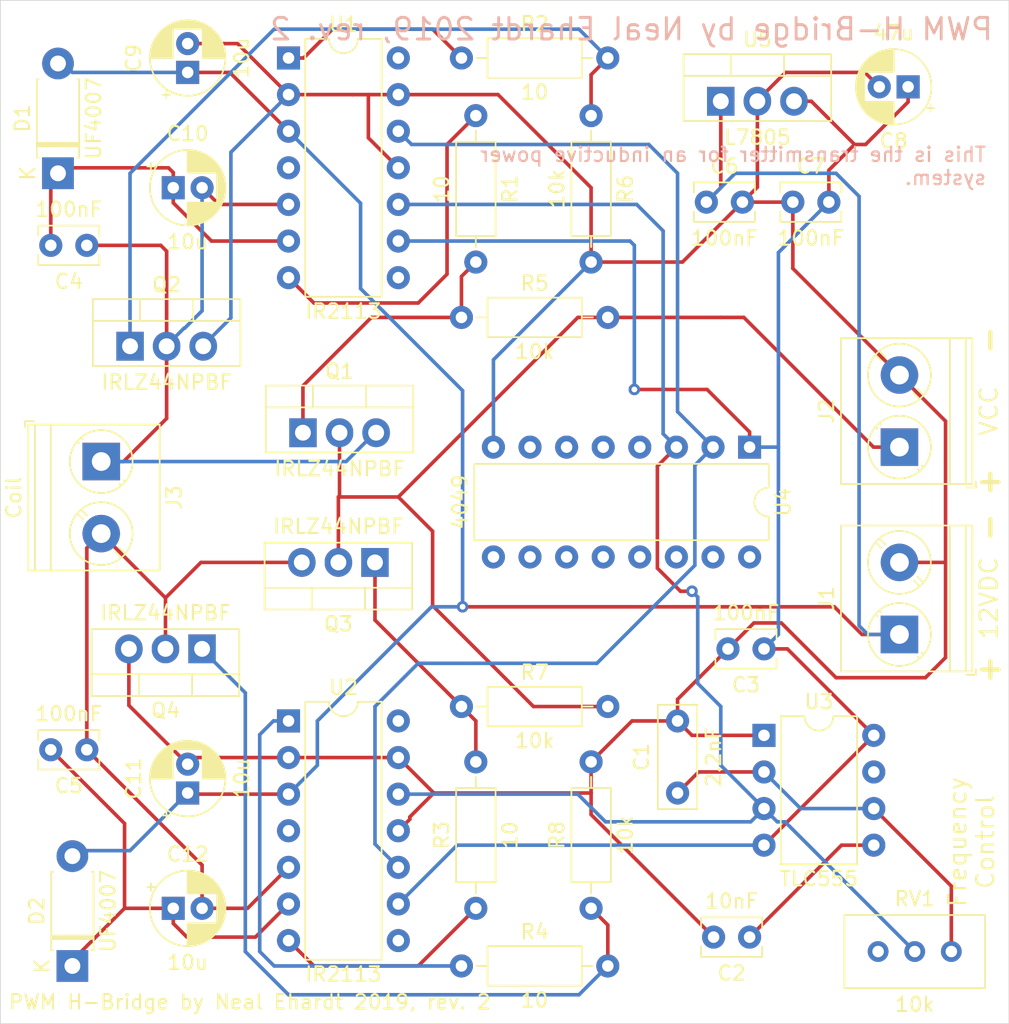
<source format=kicad_pcb>
(kicad_pcb (version 20171130) (host pcbnew "(5.1.2)-2")

  (general
    (thickness 1.6)
    (drawings 10)
    (tracks 247)
    (zones 0)
    (modules 35)
    (nets 29)
  )

  (page A4)
  (layers
    (0 F.Cu signal)
    (31 B.Cu signal)
    (32 B.Adhes user)
    (33 F.Adhes user)
    (34 B.Paste user)
    (35 F.Paste user)
    (36 B.SilkS user)
    (37 F.SilkS user)
    (38 B.Mask user)
    (39 F.Mask user)
    (40 Dwgs.User user)
    (41 Cmts.User user)
    (42 Eco1.User user)
    (43 Eco2.User user)
    (44 Edge.Cuts user)
    (45 Margin user)
    (46 B.CrtYd user)
    (47 F.CrtYd user)
    (48 B.Fab user)
    (49 F.Fab user)
  )

  (setup
    (last_trace_width 0.25)
    (trace_clearance 0.2)
    (zone_clearance 0.508)
    (zone_45_only no)
    (trace_min 0.2)
    (via_size 0.8)
    (via_drill 0.4)
    (via_min_size 0.4)
    (via_min_drill 0.3)
    (uvia_size 0.3)
    (uvia_drill 0.1)
    (uvias_allowed no)
    (uvia_min_size 0.2)
    (uvia_min_drill 0.1)
    (edge_width 0.05)
    (segment_width 0.2)
    (pcb_text_width 0.3)
    (pcb_text_size 1.5 1.5)
    (mod_edge_width 0.12)
    (mod_text_size 1 1)
    (mod_text_width 0.15)
    (pad_size 1.524 1.524)
    (pad_drill 0.762)
    (pad_to_mask_clearance 0.051)
    (solder_mask_min_width 0.25)
    (aux_axis_origin 0 0)
    (visible_elements 7FFFFFFF)
    (pcbplotparams
      (layerselection 0x010f0_ffffffff)
      (usegerberextensions true)
      (usegerberattributes false)
      (usegerberadvancedattributes false)
      (creategerberjobfile false)
      (excludeedgelayer true)
      (linewidth 0.100000)
      (plotframeref false)
      (viasonmask false)
      (mode 1)
      (useauxorigin false)
      (hpglpennumber 1)
      (hpglpenspeed 20)
      (hpglpendiameter 15.000000)
      (psnegative false)
      (psa4output false)
      (plotreference true)
      (plotvalue true)
      (plotinvisibletext false)
      (padsonsilk false)
      (subtractmaskfromsilk false)
      (outputformat 1)
      (mirror false)
      (drillshape 0)
      (scaleselection 1)
      (outputdirectory "Plot/"))
  )

  (net 0 "")
  (net 1 "Net-(C1-Pad1)")
  (net 2 Earth)
  (net 3 "Net-(C2-Pad1)")
  (net 4 +5V)
  (net 5 "Net-(C10-Pad1)")
  (net 6 "Net-(C10-Pad2)")
  (net 7 "Net-(C12-Pad2)")
  (net 8 "Net-(C12-Pad1)")
  (net 9 +12V)
  (net 10 VCC)
  (net 11 "Net-(Q1-Pad1)")
  (net 12 "Net-(Q2-Pad1)")
  (net 13 "Net-(Q3-Pad1)")
  (net 14 "Net-(Q4-Pad1)")
  (net 15 "Net-(R1-Pad1)")
  (net 16 "Net-(R2-Pad1)")
  (net 17 "Net-(R3-Pad1)")
  (net 18 "Net-(R4-Pad1)")
  (net 19 PWM)
  (net 20 "Net-(RV1-Pad3)")
  (net 21 "Net-(U1-Pad14)")
  (net 22 not-PWM)
  (net 23 "Net-(U1-Pad4)")
  (net 24 "Net-(U1-Pad8)")
  (net 25 "Net-(U2-Pad8)")
  (net 26 "Net-(U2-Pad4)")
  (net 27 "Net-(U2-Pad14)")
  (net 28 "Net-(U3-Pad7)")

  (net_class Default "This is the default net class."
    (clearance 0.2)
    (trace_width 0.25)
    (via_dia 0.8)
    (via_drill 0.4)
    (uvia_dia 0.3)
    (uvia_drill 0.1)
    (add_net +12V)
    (add_net +5V)
    (add_net Earth)
    (add_net "Net-(C1-Pad1)")
    (add_net "Net-(C10-Pad1)")
    (add_net "Net-(C10-Pad2)")
    (add_net "Net-(C12-Pad1)")
    (add_net "Net-(C12-Pad2)")
    (add_net "Net-(C2-Pad1)")
    (add_net "Net-(Q1-Pad1)")
    (add_net "Net-(Q2-Pad1)")
    (add_net "Net-(Q3-Pad1)")
    (add_net "Net-(Q4-Pad1)")
    (add_net "Net-(R1-Pad1)")
    (add_net "Net-(R2-Pad1)")
    (add_net "Net-(R3-Pad1)")
    (add_net "Net-(R4-Pad1)")
    (add_net "Net-(RV1-Pad3)")
    (add_net "Net-(U1-Pad14)")
    (add_net "Net-(U1-Pad4)")
    (add_net "Net-(U1-Pad8)")
    (add_net "Net-(U2-Pad14)")
    (add_net "Net-(U2-Pad4)")
    (add_net "Net-(U2-Pad8)")
    (add_net "Net-(U3-Pad7)")
    (add_net PWM)
    (add_net VCC)
    (add_net not-PWM)
  )

  (module TerminalBlock_Phoenix:TerminalBlock_Phoenix_PT-1,5-2-5.0-H_1x02_P5.00mm_Horizontal (layer F.Cu) (tedit 5B294F69) (tstamp 5D36FD40)
    (at 103.4 95 90)
    (descr "Terminal Block Phoenix PT-1,5-2-5.0-H, 2 pins, pitch 5mm, size 10x9mm^2, drill diamater 1.3mm, pad diameter 2.6mm, see http://www.mouser.com/ds/2/324/ItemDetail_1935161-922578.pdf, script-generated using https://github.com/pointhi/kicad-footprint-generator/scripts/TerminalBlock_Phoenix")
    (tags "THT Terminal Block Phoenix PT-1,5-2-5.0-H pitch 5mm size 10x9mm^2 drill 1.3mm pad 2.6mm")
    (path /5D34E505)
    (fp_text reference J1 (at 2.5 -5.06 90) (layer F.SilkS)
      (effects (font (size 1 1) (thickness 0.15)))
    )
    (fp_text value 12VDC (at 2.5 6.2 90) (layer F.SilkS)
      (effects (font (size 1.2 1.2) (thickness 0.15)))
    )
    (fp_circle (center 0 0) (end 2 0) (layer F.Fab) (width 0.1))
    (fp_circle (center 0 0) (end 2.18 0) (layer F.SilkS) (width 0.12))
    (fp_circle (center 5 0) (end 7 0) (layer F.Fab) (width 0.1))
    (fp_circle (center 5 0) (end 7.18 0) (layer F.SilkS) (width 0.12))
    (fp_line (start -2.5 -4) (end 7.5 -4) (layer F.Fab) (width 0.1))
    (fp_line (start 7.5 -4) (end 7.5 5) (layer F.Fab) (width 0.1))
    (fp_line (start 7.5 5) (end -2.1 5) (layer F.Fab) (width 0.1))
    (fp_line (start -2.1 5) (end -2.5 4.6) (layer F.Fab) (width 0.1))
    (fp_line (start -2.5 4.6) (end -2.5 -4) (layer F.Fab) (width 0.1))
    (fp_line (start -2.5 4.6) (end 7.5 4.6) (layer F.Fab) (width 0.1))
    (fp_line (start -2.56 4.6) (end 7.56 4.6) (layer F.SilkS) (width 0.12))
    (fp_line (start -2.5 3.5) (end 7.5 3.5) (layer F.Fab) (width 0.1))
    (fp_line (start -2.56 3.5) (end 7.56 3.5) (layer F.SilkS) (width 0.12))
    (fp_line (start -2.56 -4.06) (end 7.56 -4.06) (layer F.SilkS) (width 0.12))
    (fp_line (start -2.56 5.06) (end 7.56 5.06) (layer F.SilkS) (width 0.12))
    (fp_line (start -2.56 -4.06) (end -2.56 5.06) (layer F.SilkS) (width 0.12))
    (fp_line (start 7.56 -4.06) (end 7.56 5.06) (layer F.SilkS) (width 0.12))
    (fp_line (start 1.517 -1.273) (end -1.273 1.517) (layer F.Fab) (width 0.1))
    (fp_line (start 1.273 -1.517) (end -1.517 1.273) (layer F.Fab) (width 0.1))
    (fp_line (start 1.654 -1.388) (end 1.547 -1.281) (layer F.SilkS) (width 0.12))
    (fp_line (start -1.282 1.547) (end -1.388 1.654) (layer F.SilkS) (width 0.12))
    (fp_line (start 1.388 -1.654) (end 1.281 -1.547) (layer F.SilkS) (width 0.12))
    (fp_line (start -1.548 1.281) (end -1.654 1.388) (layer F.SilkS) (width 0.12))
    (fp_line (start 6.517 -1.273) (end 3.728 1.517) (layer F.Fab) (width 0.1))
    (fp_line (start 6.273 -1.517) (end 3.484 1.273) (layer F.Fab) (width 0.1))
    (fp_line (start 6.654 -1.388) (end 6.259 -0.992) (layer F.SilkS) (width 0.12))
    (fp_line (start 3.993 1.274) (end 3.613 1.654) (layer F.SilkS) (width 0.12))
    (fp_line (start 6.388 -1.654) (end 6.008 -1.274) (layer F.SilkS) (width 0.12))
    (fp_line (start 3.742 0.992) (end 3.347 1.388) (layer F.SilkS) (width 0.12))
    (fp_line (start -2.8 4.66) (end -2.8 5.3) (layer F.SilkS) (width 0.12))
    (fp_line (start -2.8 5.3) (end -2.4 5.3) (layer F.SilkS) (width 0.12))
    (fp_line (start -3 -4.5) (end -3 5.5) (layer F.CrtYd) (width 0.05))
    (fp_line (start -3 5.5) (end 8 5.5) (layer F.CrtYd) (width 0.05))
    (fp_line (start 8 5.5) (end 8 -4.5) (layer F.CrtYd) (width 0.05))
    (fp_line (start 8 -4.5) (end -3 -4.5) (layer F.CrtYd) (width 0.05))
    (fp_text user %R (at 2.5 2.9 90) (layer F.Fab)
      (effects (font (size 1 1) (thickness 0.15)))
    )
    (pad 1 thru_hole rect (at 0 0 90) (size 2.6 2.6) (drill 1.3) (layers *.Cu *.Mask)
      (net 9 +12V))
    (pad 2 thru_hole circle (at 5 0 90) (size 2.6 2.6) (drill 1.3) (layers *.Cu *.Mask)
      (net 2 Earth))
    (model ${KISYS3DMOD}/TerminalBlock_Phoenix.3dshapes/TerminalBlock_Phoenix_PT-1,5-2-5.0-H_1x02_P5.00mm_Horizontal.wrl
      (at (xyz 0 0 0))
      (scale (xyz 1 1 1))
      (rotate (xyz 0 0 0))
    )
  )

  (module TerminalBlock_Phoenix:TerminalBlock_Phoenix_PT-1,5-2-5.0-H_1x02_P5.00mm_Horizontal (layer F.Cu) (tedit 5B294F69) (tstamp 5D36FD6A)
    (at 103.4 82 90)
    (descr "Terminal Block Phoenix PT-1,5-2-5.0-H, 2 pins, pitch 5mm, size 10x9mm^2, drill diamater 1.3mm, pad diameter 2.6mm, see http://www.mouser.com/ds/2/324/ItemDetail_1935161-922578.pdf, script-generated using https://github.com/pointhi/kicad-footprint-generator/scripts/TerminalBlock_Phoenix")
    (tags "THT Terminal Block Phoenix PT-1,5-2-5.0-H pitch 5mm size 10x9mm^2 drill 1.3mm pad 2.6mm")
    (path /5D322F36)
    (fp_text reference J2 (at 2.5 -5.06 90) (layer F.SilkS)
      (effects (font (size 1 1) (thickness 0.15)))
    )
    (fp_text value VCC (at 2.5 6.2 90) (layer F.SilkS)
      (effects (font (size 1.2 1.2) (thickness 0.15)))
    )
    (fp_text user %R (at 2.5 2.9 90) (layer F.Fab)
      (effects (font (size 1 1) (thickness 0.15)))
    )
    (fp_line (start 8 -4.5) (end -3 -4.5) (layer F.CrtYd) (width 0.05))
    (fp_line (start 8 5.5) (end 8 -4.5) (layer F.CrtYd) (width 0.05))
    (fp_line (start -3 5.5) (end 8 5.5) (layer F.CrtYd) (width 0.05))
    (fp_line (start -3 -4.5) (end -3 5.5) (layer F.CrtYd) (width 0.05))
    (fp_line (start -2.8 5.3) (end -2.4 5.3) (layer F.SilkS) (width 0.12))
    (fp_line (start -2.8 4.66) (end -2.8 5.3) (layer F.SilkS) (width 0.12))
    (fp_line (start 3.742 0.992) (end 3.347 1.388) (layer F.SilkS) (width 0.12))
    (fp_line (start 6.388 -1.654) (end 6.008 -1.274) (layer F.SilkS) (width 0.12))
    (fp_line (start 3.993 1.274) (end 3.613 1.654) (layer F.SilkS) (width 0.12))
    (fp_line (start 6.654 -1.388) (end 6.259 -0.992) (layer F.SilkS) (width 0.12))
    (fp_line (start 6.273 -1.517) (end 3.484 1.273) (layer F.Fab) (width 0.1))
    (fp_line (start 6.517 -1.273) (end 3.728 1.517) (layer F.Fab) (width 0.1))
    (fp_line (start -1.548 1.281) (end -1.654 1.388) (layer F.SilkS) (width 0.12))
    (fp_line (start 1.388 -1.654) (end 1.281 -1.547) (layer F.SilkS) (width 0.12))
    (fp_line (start -1.282 1.547) (end -1.388 1.654) (layer F.SilkS) (width 0.12))
    (fp_line (start 1.654 -1.388) (end 1.547 -1.281) (layer F.SilkS) (width 0.12))
    (fp_line (start 1.273 -1.517) (end -1.517 1.273) (layer F.Fab) (width 0.1))
    (fp_line (start 1.517 -1.273) (end -1.273 1.517) (layer F.Fab) (width 0.1))
    (fp_line (start 7.56 -4.06) (end 7.56 5.06) (layer F.SilkS) (width 0.12))
    (fp_line (start -2.56 -4.06) (end -2.56 5.06) (layer F.SilkS) (width 0.12))
    (fp_line (start -2.56 5.06) (end 7.56 5.06) (layer F.SilkS) (width 0.12))
    (fp_line (start -2.56 -4.06) (end 7.56 -4.06) (layer F.SilkS) (width 0.12))
    (fp_line (start -2.56 3.5) (end 7.56 3.5) (layer F.SilkS) (width 0.12))
    (fp_line (start -2.5 3.5) (end 7.5 3.5) (layer F.Fab) (width 0.1))
    (fp_line (start -2.56 4.6) (end 7.56 4.6) (layer F.SilkS) (width 0.12))
    (fp_line (start -2.5 4.6) (end 7.5 4.6) (layer F.Fab) (width 0.1))
    (fp_line (start -2.5 4.6) (end -2.5 -4) (layer F.Fab) (width 0.1))
    (fp_line (start -2.1 5) (end -2.5 4.6) (layer F.Fab) (width 0.1))
    (fp_line (start 7.5 5) (end -2.1 5) (layer F.Fab) (width 0.1))
    (fp_line (start 7.5 -4) (end 7.5 5) (layer F.Fab) (width 0.1))
    (fp_line (start -2.5 -4) (end 7.5 -4) (layer F.Fab) (width 0.1))
    (fp_circle (center 5 0) (end 7.18 0) (layer F.SilkS) (width 0.12))
    (fp_circle (center 5 0) (end 7 0) (layer F.Fab) (width 0.1))
    (fp_circle (center 0 0) (end 2.18 0) (layer F.SilkS) (width 0.12))
    (fp_circle (center 0 0) (end 2 0) (layer F.Fab) (width 0.1))
    (pad 2 thru_hole circle (at 5 0 90) (size 2.6 2.6) (drill 1.3) (layers *.Cu *.Mask)
      (net 2 Earth))
    (pad 1 thru_hole rect (at 0 0 90) (size 2.6 2.6) (drill 1.3) (layers *.Cu *.Mask)
      (net 10 VCC))
    (model ${KISYS3DMOD}/TerminalBlock_Phoenix.3dshapes/TerminalBlock_Phoenix_PT-1,5-2-5.0-H_1x02_P5.00mm_Horizontal.wrl
      (at (xyz 0 0 0))
      (scale (xyz 1 1 1))
      (rotate (xyz 0 0 0))
    )
  )

  (module Capacitor_THT:C_Rect_L7.0mm_W2.5mm_P5.00mm (layer F.Cu) (tedit 5AE50EF0) (tstamp 5D3736D4)
    (at 88 106 90)
    (descr "C, Rect series, Radial, pin pitch=5.00mm, , length*width=7*2.5mm^2, Capacitor")
    (tags "C Rect series Radial pin pitch 5.00mm  length 7mm width 2.5mm Capacitor")
    (path /5D374701)
    (fp_text reference C1 (at 2.5 -2.5 90) (layer F.SilkS)
      (effects (font (size 1 1) (thickness 0.15)))
    )
    (fp_text value 2.2nF (at 2.5 2.5 90) (layer F.SilkS)
      (effects (font (size 1 1) (thickness 0.15)))
    )
    (fp_line (start -1 -1.25) (end -1 1.25) (layer F.Fab) (width 0.1))
    (fp_line (start -1 1.25) (end 6 1.25) (layer F.Fab) (width 0.1))
    (fp_line (start 6 1.25) (end 6 -1.25) (layer F.Fab) (width 0.1))
    (fp_line (start 6 -1.25) (end -1 -1.25) (layer F.Fab) (width 0.1))
    (fp_line (start -1.12 -1.37) (end 6.12 -1.37) (layer F.SilkS) (width 0.12))
    (fp_line (start -1.12 1.37) (end 6.12 1.37) (layer F.SilkS) (width 0.12))
    (fp_line (start -1.12 -1.37) (end -1.12 1.37) (layer F.SilkS) (width 0.12))
    (fp_line (start 6.12 -1.37) (end 6.12 1.37) (layer F.SilkS) (width 0.12))
    (fp_line (start -1.25 -1.5) (end -1.25 1.5) (layer F.CrtYd) (width 0.05))
    (fp_line (start -1.25 1.5) (end 6.25 1.5) (layer F.CrtYd) (width 0.05))
    (fp_line (start 6.25 1.5) (end 6.25 -1.5) (layer F.CrtYd) (width 0.05))
    (fp_line (start 6.25 -1.5) (end -1.25 -1.5) (layer F.CrtYd) (width 0.05))
    (fp_text user %R (at 2.5 0 90) (layer F.Fab)
      (effects (font (size 1 1) (thickness 0.15)))
    )
    (pad 1 thru_hole circle (at 0 0 90) (size 1.6 1.6) (drill 0.8) (layers *.Cu *.Mask)
      (net 1 "Net-(C1-Pad1)"))
    (pad 2 thru_hole circle (at 5 0 90) (size 1.6 1.6) (drill 0.8) (layers *.Cu *.Mask)
      (net 2 Earth))
    (model ${KISYS3DMOD}/Capacitor_THT.3dshapes/C_Rect_L7.0mm_W2.5mm_P5.00mm.wrl
      (at (xyz 0 0 0))
      (scale (xyz 1 1 1))
      (rotate (xyz 0 0 0))
    )
  )

  (module Capacitor_THT:C_Rect_L4.0mm_W2.5mm_P2.50mm (layer F.Cu) (tedit 5AE50EF0) (tstamp 5D37369A)
    (at 93 116 180)
    (descr "C, Rect series, Radial, pin pitch=2.50mm, , length*width=4*2.5mm^2, Capacitor")
    (tags "C Rect series Radial pin pitch 2.50mm  length 4mm width 2.5mm Capacitor")
    (path /5D3701DC)
    (fp_text reference C2 (at 1.25 -2.5) (layer F.SilkS)
      (effects (font (size 1 1) (thickness 0.15)))
    )
    (fp_text value 10nF (at 1.25 2.5) (layer F.SilkS)
      (effects (font (size 1 1) (thickness 0.15)))
    )
    (fp_text user %R (at 1.25 0) (layer F.Fab)
      (effects (font (size 0.8 0.8) (thickness 0.12)))
    )
    (fp_line (start 3.55 -1.5) (end -1.05 -1.5) (layer F.CrtYd) (width 0.05))
    (fp_line (start 3.55 1.5) (end 3.55 -1.5) (layer F.CrtYd) (width 0.05))
    (fp_line (start -1.05 1.5) (end 3.55 1.5) (layer F.CrtYd) (width 0.05))
    (fp_line (start -1.05 -1.5) (end -1.05 1.5) (layer F.CrtYd) (width 0.05))
    (fp_line (start 3.37 0.665) (end 3.37 1.37) (layer F.SilkS) (width 0.12))
    (fp_line (start 3.37 -1.37) (end 3.37 -0.665) (layer F.SilkS) (width 0.12))
    (fp_line (start -0.87 0.665) (end -0.87 1.37) (layer F.SilkS) (width 0.12))
    (fp_line (start -0.87 -1.37) (end -0.87 -0.665) (layer F.SilkS) (width 0.12))
    (fp_line (start -0.87 1.37) (end 3.37 1.37) (layer F.SilkS) (width 0.12))
    (fp_line (start -0.87 -1.37) (end 3.37 -1.37) (layer F.SilkS) (width 0.12))
    (fp_line (start 3.25 -1.25) (end -0.75 -1.25) (layer F.Fab) (width 0.1))
    (fp_line (start 3.25 1.25) (end 3.25 -1.25) (layer F.Fab) (width 0.1))
    (fp_line (start -0.75 1.25) (end 3.25 1.25) (layer F.Fab) (width 0.1))
    (fp_line (start -0.75 -1.25) (end -0.75 1.25) (layer F.Fab) (width 0.1))
    (pad 2 thru_hole circle (at 2.5 0 180) (size 1.6 1.6) (drill 0.8) (layers *.Cu *.Mask)
      (net 2 Earth))
    (pad 1 thru_hole circle (at 0 0 180) (size 1.6 1.6) (drill 0.8) (layers *.Cu *.Mask)
      (net 3 "Net-(C2-Pad1)"))
    (model ${KISYS3DMOD}/Capacitor_THT.3dshapes/C_Rect_L4.0mm_W2.5mm_P2.50mm.wrl
      (at (xyz 0 0 0))
      (scale (xyz 1 1 1))
      (rotate (xyz 0 0 0))
    )
  )

  (module Capacitor_THT:C_Rect_L4.0mm_W2.5mm_P2.50mm (layer F.Cu) (tedit 5AE50EF0) (tstamp 5D37370C)
    (at 94 96 180)
    (descr "C, Rect series, Radial, pin pitch=2.50mm, , length*width=4*2.5mm^2, Capacitor")
    (tags "C Rect series Radial pin pitch 2.50mm  length 4mm width 2.5mm Capacitor")
    (path /5D35BCB9)
    (fp_text reference C3 (at 1.25 -2.5) (layer F.SilkS)
      (effects (font (size 1 1) (thickness 0.15)))
    )
    (fp_text value 100nF (at 1.25 2.5) (layer F.SilkS)
      (effects (font (size 1 1) (thickness 0.15)))
    )
    (fp_line (start -0.75 -1.25) (end -0.75 1.25) (layer F.Fab) (width 0.1))
    (fp_line (start -0.75 1.25) (end 3.25 1.25) (layer F.Fab) (width 0.1))
    (fp_line (start 3.25 1.25) (end 3.25 -1.25) (layer F.Fab) (width 0.1))
    (fp_line (start 3.25 -1.25) (end -0.75 -1.25) (layer F.Fab) (width 0.1))
    (fp_line (start -0.87 -1.37) (end 3.37 -1.37) (layer F.SilkS) (width 0.12))
    (fp_line (start -0.87 1.37) (end 3.37 1.37) (layer F.SilkS) (width 0.12))
    (fp_line (start -0.87 -1.37) (end -0.87 -0.665) (layer F.SilkS) (width 0.12))
    (fp_line (start -0.87 0.665) (end -0.87 1.37) (layer F.SilkS) (width 0.12))
    (fp_line (start 3.37 -1.37) (end 3.37 -0.665) (layer F.SilkS) (width 0.12))
    (fp_line (start 3.37 0.665) (end 3.37 1.37) (layer F.SilkS) (width 0.12))
    (fp_line (start -1.05 -1.5) (end -1.05 1.5) (layer F.CrtYd) (width 0.05))
    (fp_line (start -1.05 1.5) (end 3.55 1.5) (layer F.CrtYd) (width 0.05))
    (fp_line (start 3.55 1.5) (end 3.55 -1.5) (layer F.CrtYd) (width 0.05))
    (fp_line (start 3.55 -1.5) (end -1.05 -1.5) (layer F.CrtYd) (width 0.05))
    (fp_text user %R (at 1.25 0) (layer F.Fab)
      (effects (font (size 0.8 0.8) (thickness 0.12)))
    )
    (pad 1 thru_hole circle (at 0 0 180) (size 1.6 1.6) (drill 0.8) (layers *.Cu *.Mask)
      (net 4 +5V))
    (pad 2 thru_hole circle (at 2.5 0 180) (size 1.6 1.6) (drill 0.8) (layers *.Cu *.Mask)
      (net 2 Earth))
    (model ${KISYS3DMOD}/Capacitor_THT.3dshapes/C_Rect_L4.0mm_W2.5mm_P2.50mm.wrl
      (at (xyz 0 0 0))
      (scale (xyz 1 1 1))
      (rotate (xyz 0 0 0))
    )
  )

  (module Capacitor_THT:C_Rect_L4.0mm_W2.5mm_P2.50mm (layer F.Cu) (tedit 5AE50EF0) (tstamp 5D36FA0A)
    (at 47 68 180)
    (descr "C, Rect series, Radial, pin pitch=2.50mm, , length*width=4*2.5mm^2, Capacitor")
    (tags "C Rect series Radial pin pitch 2.50mm  length 4mm width 2.5mm Capacitor")
    (path /5D323891)
    (fp_text reference C4 (at 1.25 -2.5) (layer F.SilkS)
      (effects (font (size 1 1) (thickness 0.15)))
    )
    (fp_text value 100nF (at 1.25 2.5) (layer F.SilkS)
      (effects (font (size 1 1) (thickness 0.15)))
    )
    (fp_text user %R (at 1.25 0) (layer F.Fab)
      (effects (font (size 0.8 0.8) (thickness 0.12)))
    )
    (fp_line (start 3.55 -1.5) (end -1.05 -1.5) (layer F.CrtYd) (width 0.05))
    (fp_line (start 3.55 1.5) (end 3.55 -1.5) (layer F.CrtYd) (width 0.05))
    (fp_line (start -1.05 1.5) (end 3.55 1.5) (layer F.CrtYd) (width 0.05))
    (fp_line (start -1.05 -1.5) (end -1.05 1.5) (layer F.CrtYd) (width 0.05))
    (fp_line (start 3.37 0.665) (end 3.37 1.37) (layer F.SilkS) (width 0.12))
    (fp_line (start 3.37 -1.37) (end 3.37 -0.665) (layer F.SilkS) (width 0.12))
    (fp_line (start -0.87 0.665) (end -0.87 1.37) (layer F.SilkS) (width 0.12))
    (fp_line (start -0.87 -1.37) (end -0.87 -0.665) (layer F.SilkS) (width 0.12))
    (fp_line (start -0.87 1.37) (end 3.37 1.37) (layer F.SilkS) (width 0.12))
    (fp_line (start -0.87 -1.37) (end 3.37 -1.37) (layer F.SilkS) (width 0.12))
    (fp_line (start 3.25 -1.25) (end -0.75 -1.25) (layer F.Fab) (width 0.1))
    (fp_line (start 3.25 1.25) (end 3.25 -1.25) (layer F.Fab) (width 0.1))
    (fp_line (start -0.75 1.25) (end 3.25 1.25) (layer F.Fab) (width 0.1))
    (fp_line (start -0.75 -1.25) (end -0.75 1.25) (layer F.Fab) (width 0.1))
    (pad 2 thru_hole circle (at 2.5 0 180) (size 1.6 1.6) (drill 0.8) (layers *.Cu *.Mask)
      (net 5 "Net-(C10-Pad1)"))
    (pad 1 thru_hole circle (at 0 0 180) (size 1.6 1.6) (drill 0.8) (layers *.Cu *.Mask)
      (net 6 "Net-(C10-Pad2)"))
    (model ${KISYS3DMOD}/Capacitor_THT.3dshapes/C_Rect_L4.0mm_W2.5mm_P2.50mm.wrl
      (at (xyz 0 0 0))
      (scale (xyz 1 1 1))
      (rotate (xyz 0 0 0))
    )
  )

  (module Capacitor_THT:C_Rect_L4.0mm_W2.5mm_P2.50mm (layer F.Cu) (tedit 5AE50EF0) (tstamp 5D36FA1F)
    (at 47 103 180)
    (descr "C, Rect series, Radial, pin pitch=2.50mm, , length*width=4*2.5mm^2, Capacitor")
    (tags "C Rect series Radial pin pitch 2.50mm  length 4mm width 2.5mm Capacitor")
    (path /5D333147)
    (fp_text reference C5 (at 1.25 -2.5) (layer F.SilkS)
      (effects (font (size 1 1) (thickness 0.15)))
    )
    (fp_text value 100nF (at 1.25 2.5) (layer F.SilkS)
      (effects (font (size 1 1) (thickness 0.15)))
    )
    (fp_line (start -0.75 -1.25) (end -0.75 1.25) (layer F.Fab) (width 0.1))
    (fp_line (start -0.75 1.25) (end 3.25 1.25) (layer F.Fab) (width 0.1))
    (fp_line (start 3.25 1.25) (end 3.25 -1.25) (layer F.Fab) (width 0.1))
    (fp_line (start 3.25 -1.25) (end -0.75 -1.25) (layer F.Fab) (width 0.1))
    (fp_line (start -0.87 -1.37) (end 3.37 -1.37) (layer F.SilkS) (width 0.12))
    (fp_line (start -0.87 1.37) (end 3.37 1.37) (layer F.SilkS) (width 0.12))
    (fp_line (start -0.87 -1.37) (end -0.87 -0.665) (layer F.SilkS) (width 0.12))
    (fp_line (start -0.87 0.665) (end -0.87 1.37) (layer F.SilkS) (width 0.12))
    (fp_line (start 3.37 -1.37) (end 3.37 -0.665) (layer F.SilkS) (width 0.12))
    (fp_line (start 3.37 0.665) (end 3.37 1.37) (layer F.SilkS) (width 0.12))
    (fp_line (start -1.05 -1.5) (end -1.05 1.5) (layer F.CrtYd) (width 0.05))
    (fp_line (start -1.05 1.5) (end 3.55 1.5) (layer F.CrtYd) (width 0.05))
    (fp_line (start 3.55 1.5) (end 3.55 -1.5) (layer F.CrtYd) (width 0.05))
    (fp_line (start 3.55 -1.5) (end -1.05 -1.5) (layer F.CrtYd) (width 0.05))
    (fp_text user %R (at 1.25 0) (layer F.Fab)
      (effects (font (size 0.8 0.8) (thickness 0.12)))
    )
    (pad 1 thru_hole circle (at 0 0 180) (size 1.6 1.6) (drill 0.8) (layers *.Cu *.Mask)
      (net 7 "Net-(C12-Pad2)"))
    (pad 2 thru_hole circle (at 2.5 0 180) (size 1.6 1.6) (drill 0.8) (layers *.Cu *.Mask)
      (net 8 "Net-(C12-Pad1)"))
    (model ${KISYS3DMOD}/Capacitor_THT.3dshapes/C_Rect_L4.0mm_W2.5mm_P2.50mm.wrl
      (at (xyz 0 0 0))
      (scale (xyz 1 1 1))
      (rotate (xyz 0 0 0))
    )
  )

  (module Capacitor_THT:C_Rect_L4.0mm_W2.5mm_P2.50mm (layer F.Cu) (tedit 5AE50EF0) (tstamp 5D36FA34)
    (at 90 65)
    (descr "C, Rect series, Radial, pin pitch=2.50mm, , length*width=4*2.5mm^2, Capacitor")
    (tags "C Rect series Radial pin pitch 2.50mm  length 4mm width 2.5mm Capacitor")
    (path /5D3E8A06)
    (fp_text reference C6 (at 1.25 -2.5) (layer F.SilkS)
      (effects (font (size 1 1) (thickness 0.15)))
    )
    (fp_text value 100nF (at 1.25 2.5) (layer F.SilkS)
      (effects (font (size 1 1) (thickness 0.15)))
    )
    (fp_text user %R (at 1.25 0) (layer F.Fab)
      (effects (font (size 0.8 0.8) (thickness 0.12)))
    )
    (fp_line (start 3.55 -1.5) (end -1.05 -1.5) (layer F.CrtYd) (width 0.05))
    (fp_line (start 3.55 1.5) (end 3.55 -1.5) (layer F.CrtYd) (width 0.05))
    (fp_line (start -1.05 1.5) (end 3.55 1.5) (layer F.CrtYd) (width 0.05))
    (fp_line (start -1.05 -1.5) (end -1.05 1.5) (layer F.CrtYd) (width 0.05))
    (fp_line (start 3.37 0.665) (end 3.37 1.37) (layer F.SilkS) (width 0.12))
    (fp_line (start 3.37 -1.37) (end 3.37 -0.665) (layer F.SilkS) (width 0.12))
    (fp_line (start -0.87 0.665) (end -0.87 1.37) (layer F.SilkS) (width 0.12))
    (fp_line (start -0.87 -1.37) (end -0.87 -0.665) (layer F.SilkS) (width 0.12))
    (fp_line (start -0.87 1.37) (end 3.37 1.37) (layer F.SilkS) (width 0.12))
    (fp_line (start -0.87 -1.37) (end 3.37 -1.37) (layer F.SilkS) (width 0.12))
    (fp_line (start 3.25 -1.25) (end -0.75 -1.25) (layer F.Fab) (width 0.1))
    (fp_line (start 3.25 1.25) (end 3.25 -1.25) (layer F.Fab) (width 0.1))
    (fp_line (start -0.75 1.25) (end 3.25 1.25) (layer F.Fab) (width 0.1))
    (fp_line (start -0.75 -1.25) (end -0.75 1.25) (layer F.Fab) (width 0.1))
    (pad 2 thru_hole circle (at 2.5 0) (size 1.6 1.6) (drill 0.8) (layers *.Cu *.Mask)
      (net 2 Earth))
    (pad 1 thru_hole circle (at 0 0) (size 1.6 1.6) (drill 0.8) (layers *.Cu *.Mask)
      (net 9 +12V))
    (model ${KISYS3DMOD}/Capacitor_THT.3dshapes/C_Rect_L4.0mm_W2.5mm_P2.50mm.wrl
      (at (xyz 0 0 0))
      (scale (xyz 1 1 1))
      (rotate (xyz 0 0 0))
    )
  )

  (module Capacitor_THT:C_Rect_L4.0mm_W2.5mm_P2.50mm (layer F.Cu) (tedit 5AE50EF0) (tstamp 5D36FA49)
    (at 96 65)
    (descr "C, Rect series, Radial, pin pitch=2.50mm, , length*width=4*2.5mm^2, Capacitor")
    (tags "C Rect series Radial pin pitch 2.50mm  length 4mm width 2.5mm Capacitor")
    (path /5D3C8B66)
    (fp_text reference C7 (at 1.25 -2.5) (layer F.SilkS)
      (effects (font (size 1 1) (thickness 0.15)))
    )
    (fp_text value 100nF (at 1.25 2.5) (layer F.SilkS)
      (effects (font (size 1 1) (thickness 0.15)))
    )
    (fp_line (start -0.75 -1.25) (end -0.75 1.25) (layer F.Fab) (width 0.1))
    (fp_line (start -0.75 1.25) (end 3.25 1.25) (layer F.Fab) (width 0.1))
    (fp_line (start 3.25 1.25) (end 3.25 -1.25) (layer F.Fab) (width 0.1))
    (fp_line (start 3.25 -1.25) (end -0.75 -1.25) (layer F.Fab) (width 0.1))
    (fp_line (start -0.87 -1.37) (end 3.37 -1.37) (layer F.SilkS) (width 0.12))
    (fp_line (start -0.87 1.37) (end 3.37 1.37) (layer F.SilkS) (width 0.12))
    (fp_line (start -0.87 -1.37) (end -0.87 -0.665) (layer F.SilkS) (width 0.12))
    (fp_line (start -0.87 0.665) (end -0.87 1.37) (layer F.SilkS) (width 0.12))
    (fp_line (start 3.37 -1.37) (end 3.37 -0.665) (layer F.SilkS) (width 0.12))
    (fp_line (start 3.37 0.665) (end 3.37 1.37) (layer F.SilkS) (width 0.12))
    (fp_line (start -1.05 -1.5) (end -1.05 1.5) (layer F.CrtYd) (width 0.05))
    (fp_line (start -1.05 1.5) (end 3.55 1.5) (layer F.CrtYd) (width 0.05))
    (fp_line (start 3.55 1.5) (end 3.55 -1.5) (layer F.CrtYd) (width 0.05))
    (fp_line (start 3.55 -1.5) (end -1.05 -1.5) (layer F.CrtYd) (width 0.05))
    (fp_text user %R (at 1.25 0) (layer F.Fab)
      (effects (font (size 0.8 0.8) (thickness 0.12)))
    )
    (pad 1 thru_hole circle (at 0 0) (size 1.6 1.6) (drill 0.8) (layers *.Cu *.Mask)
      (net 2 Earth))
    (pad 2 thru_hole circle (at 2.5 0) (size 1.6 1.6) (drill 0.8) (layers *.Cu *.Mask)
      (net 4 +5V))
    (model ${KISYS3DMOD}/Capacitor_THT.3dshapes/C_Rect_L4.0mm_W2.5mm_P2.50mm.wrl
      (at (xyz 0 0 0))
      (scale (xyz 1 1 1))
      (rotate (xyz 0 0 0))
    )
  )

  (module Capacitor_THT:CP_Radial_D5.0mm_P2.00mm (layer F.Cu) (tedit 5AE50EF0) (tstamp 5D36FACC)
    (at 104 57 180)
    (descr "CP, Radial series, Radial, pin pitch=2.00mm, , diameter=5mm, Electrolytic Capacitor")
    (tags "CP Radial series Radial pin pitch 2.00mm  diameter 5mm Electrolytic Capacitor")
    (path /5D3C901D)
    (fp_text reference C8 (at 1 -3.75) (layer F.SilkS)
      (effects (font (size 1 1) (thickness 0.15)))
    )
    (fp_text value 47u (at 1 3.75) (layer F.SilkS)
      (effects (font (size 1 1) (thickness 0.15)))
    )
    (fp_circle (center 1 0) (end 3.5 0) (layer F.Fab) (width 0.1))
    (fp_circle (center 1 0) (end 3.62 0) (layer F.SilkS) (width 0.12))
    (fp_circle (center 1 0) (end 3.75 0) (layer F.CrtYd) (width 0.05))
    (fp_line (start -1.133605 -1.0875) (end -0.633605 -1.0875) (layer F.Fab) (width 0.1))
    (fp_line (start -0.883605 -1.3375) (end -0.883605 -0.8375) (layer F.Fab) (width 0.1))
    (fp_line (start 1 1.04) (end 1 2.58) (layer F.SilkS) (width 0.12))
    (fp_line (start 1 -2.58) (end 1 -1.04) (layer F.SilkS) (width 0.12))
    (fp_line (start 1.04 1.04) (end 1.04 2.58) (layer F.SilkS) (width 0.12))
    (fp_line (start 1.04 -2.58) (end 1.04 -1.04) (layer F.SilkS) (width 0.12))
    (fp_line (start 1.08 -2.579) (end 1.08 -1.04) (layer F.SilkS) (width 0.12))
    (fp_line (start 1.08 1.04) (end 1.08 2.579) (layer F.SilkS) (width 0.12))
    (fp_line (start 1.12 -2.578) (end 1.12 -1.04) (layer F.SilkS) (width 0.12))
    (fp_line (start 1.12 1.04) (end 1.12 2.578) (layer F.SilkS) (width 0.12))
    (fp_line (start 1.16 -2.576) (end 1.16 -1.04) (layer F.SilkS) (width 0.12))
    (fp_line (start 1.16 1.04) (end 1.16 2.576) (layer F.SilkS) (width 0.12))
    (fp_line (start 1.2 -2.573) (end 1.2 -1.04) (layer F.SilkS) (width 0.12))
    (fp_line (start 1.2 1.04) (end 1.2 2.573) (layer F.SilkS) (width 0.12))
    (fp_line (start 1.24 -2.569) (end 1.24 -1.04) (layer F.SilkS) (width 0.12))
    (fp_line (start 1.24 1.04) (end 1.24 2.569) (layer F.SilkS) (width 0.12))
    (fp_line (start 1.28 -2.565) (end 1.28 -1.04) (layer F.SilkS) (width 0.12))
    (fp_line (start 1.28 1.04) (end 1.28 2.565) (layer F.SilkS) (width 0.12))
    (fp_line (start 1.32 -2.561) (end 1.32 -1.04) (layer F.SilkS) (width 0.12))
    (fp_line (start 1.32 1.04) (end 1.32 2.561) (layer F.SilkS) (width 0.12))
    (fp_line (start 1.36 -2.556) (end 1.36 -1.04) (layer F.SilkS) (width 0.12))
    (fp_line (start 1.36 1.04) (end 1.36 2.556) (layer F.SilkS) (width 0.12))
    (fp_line (start 1.4 -2.55) (end 1.4 -1.04) (layer F.SilkS) (width 0.12))
    (fp_line (start 1.4 1.04) (end 1.4 2.55) (layer F.SilkS) (width 0.12))
    (fp_line (start 1.44 -2.543) (end 1.44 -1.04) (layer F.SilkS) (width 0.12))
    (fp_line (start 1.44 1.04) (end 1.44 2.543) (layer F.SilkS) (width 0.12))
    (fp_line (start 1.48 -2.536) (end 1.48 -1.04) (layer F.SilkS) (width 0.12))
    (fp_line (start 1.48 1.04) (end 1.48 2.536) (layer F.SilkS) (width 0.12))
    (fp_line (start 1.52 -2.528) (end 1.52 -1.04) (layer F.SilkS) (width 0.12))
    (fp_line (start 1.52 1.04) (end 1.52 2.528) (layer F.SilkS) (width 0.12))
    (fp_line (start 1.56 -2.52) (end 1.56 -1.04) (layer F.SilkS) (width 0.12))
    (fp_line (start 1.56 1.04) (end 1.56 2.52) (layer F.SilkS) (width 0.12))
    (fp_line (start 1.6 -2.511) (end 1.6 -1.04) (layer F.SilkS) (width 0.12))
    (fp_line (start 1.6 1.04) (end 1.6 2.511) (layer F.SilkS) (width 0.12))
    (fp_line (start 1.64 -2.501) (end 1.64 -1.04) (layer F.SilkS) (width 0.12))
    (fp_line (start 1.64 1.04) (end 1.64 2.501) (layer F.SilkS) (width 0.12))
    (fp_line (start 1.68 -2.491) (end 1.68 -1.04) (layer F.SilkS) (width 0.12))
    (fp_line (start 1.68 1.04) (end 1.68 2.491) (layer F.SilkS) (width 0.12))
    (fp_line (start 1.721 -2.48) (end 1.721 -1.04) (layer F.SilkS) (width 0.12))
    (fp_line (start 1.721 1.04) (end 1.721 2.48) (layer F.SilkS) (width 0.12))
    (fp_line (start 1.761 -2.468) (end 1.761 -1.04) (layer F.SilkS) (width 0.12))
    (fp_line (start 1.761 1.04) (end 1.761 2.468) (layer F.SilkS) (width 0.12))
    (fp_line (start 1.801 -2.455) (end 1.801 -1.04) (layer F.SilkS) (width 0.12))
    (fp_line (start 1.801 1.04) (end 1.801 2.455) (layer F.SilkS) (width 0.12))
    (fp_line (start 1.841 -2.442) (end 1.841 -1.04) (layer F.SilkS) (width 0.12))
    (fp_line (start 1.841 1.04) (end 1.841 2.442) (layer F.SilkS) (width 0.12))
    (fp_line (start 1.881 -2.428) (end 1.881 -1.04) (layer F.SilkS) (width 0.12))
    (fp_line (start 1.881 1.04) (end 1.881 2.428) (layer F.SilkS) (width 0.12))
    (fp_line (start 1.921 -2.414) (end 1.921 -1.04) (layer F.SilkS) (width 0.12))
    (fp_line (start 1.921 1.04) (end 1.921 2.414) (layer F.SilkS) (width 0.12))
    (fp_line (start 1.961 -2.398) (end 1.961 -1.04) (layer F.SilkS) (width 0.12))
    (fp_line (start 1.961 1.04) (end 1.961 2.398) (layer F.SilkS) (width 0.12))
    (fp_line (start 2.001 -2.382) (end 2.001 -1.04) (layer F.SilkS) (width 0.12))
    (fp_line (start 2.001 1.04) (end 2.001 2.382) (layer F.SilkS) (width 0.12))
    (fp_line (start 2.041 -2.365) (end 2.041 -1.04) (layer F.SilkS) (width 0.12))
    (fp_line (start 2.041 1.04) (end 2.041 2.365) (layer F.SilkS) (width 0.12))
    (fp_line (start 2.081 -2.348) (end 2.081 -1.04) (layer F.SilkS) (width 0.12))
    (fp_line (start 2.081 1.04) (end 2.081 2.348) (layer F.SilkS) (width 0.12))
    (fp_line (start 2.121 -2.329) (end 2.121 -1.04) (layer F.SilkS) (width 0.12))
    (fp_line (start 2.121 1.04) (end 2.121 2.329) (layer F.SilkS) (width 0.12))
    (fp_line (start 2.161 -2.31) (end 2.161 -1.04) (layer F.SilkS) (width 0.12))
    (fp_line (start 2.161 1.04) (end 2.161 2.31) (layer F.SilkS) (width 0.12))
    (fp_line (start 2.201 -2.29) (end 2.201 -1.04) (layer F.SilkS) (width 0.12))
    (fp_line (start 2.201 1.04) (end 2.201 2.29) (layer F.SilkS) (width 0.12))
    (fp_line (start 2.241 -2.268) (end 2.241 -1.04) (layer F.SilkS) (width 0.12))
    (fp_line (start 2.241 1.04) (end 2.241 2.268) (layer F.SilkS) (width 0.12))
    (fp_line (start 2.281 -2.247) (end 2.281 -1.04) (layer F.SilkS) (width 0.12))
    (fp_line (start 2.281 1.04) (end 2.281 2.247) (layer F.SilkS) (width 0.12))
    (fp_line (start 2.321 -2.224) (end 2.321 -1.04) (layer F.SilkS) (width 0.12))
    (fp_line (start 2.321 1.04) (end 2.321 2.224) (layer F.SilkS) (width 0.12))
    (fp_line (start 2.361 -2.2) (end 2.361 -1.04) (layer F.SilkS) (width 0.12))
    (fp_line (start 2.361 1.04) (end 2.361 2.2) (layer F.SilkS) (width 0.12))
    (fp_line (start 2.401 -2.175) (end 2.401 -1.04) (layer F.SilkS) (width 0.12))
    (fp_line (start 2.401 1.04) (end 2.401 2.175) (layer F.SilkS) (width 0.12))
    (fp_line (start 2.441 -2.149) (end 2.441 -1.04) (layer F.SilkS) (width 0.12))
    (fp_line (start 2.441 1.04) (end 2.441 2.149) (layer F.SilkS) (width 0.12))
    (fp_line (start 2.481 -2.122) (end 2.481 -1.04) (layer F.SilkS) (width 0.12))
    (fp_line (start 2.481 1.04) (end 2.481 2.122) (layer F.SilkS) (width 0.12))
    (fp_line (start 2.521 -2.095) (end 2.521 -1.04) (layer F.SilkS) (width 0.12))
    (fp_line (start 2.521 1.04) (end 2.521 2.095) (layer F.SilkS) (width 0.12))
    (fp_line (start 2.561 -2.065) (end 2.561 -1.04) (layer F.SilkS) (width 0.12))
    (fp_line (start 2.561 1.04) (end 2.561 2.065) (layer F.SilkS) (width 0.12))
    (fp_line (start 2.601 -2.035) (end 2.601 -1.04) (layer F.SilkS) (width 0.12))
    (fp_line (start 2.601 1.04) (end 2.601 2.035) (layer F.SilkS) (width 0.12))
    (fp_line (start 2.641 -2.004) (end 2.641 -1.04) (layer F.SilkS) (width 0.12))
    (fp_line (start 2.641 1.04) (end 2.641 2.004) (layer F.SilkS) (width 0.12))
    (fp_line (start 2.681 -1.971) (end 2.681 -1.04) (layer F.SilkS) (width 0.12))
    (fp_line (start 2.681 1.04) (end 2.681 1.971) (layer F.SilkS) (width 0.12))
    (fp_line (start 2.721 -1.937) (end 2.721 -1.04) (layer F.SilkS) (width 0.12))
    (fp_line (start 2.721 1.04) (end 2.721 1.937) (layer F.SilkS) (width 0.12))
    (fp_line (start 2.761 -1.901) (end 2.761 -1.04) (layer F.SilkS) (width 0.12))
    (fp_line (start 2.761 1.04) (end 2.761 1.901) (layer F.SilkS) (width 0.12))
    (fp_line (start 2.801 -1.864) (end 2.801 -1.04) (layer F.SilkS) (width 0.12))
    (fp_line (start 2.801 1.04) (end 2.801 1.864) (layer F.SilkS) (width 0.12))
    (fp_line (start 2.841 -1.826) (end 2.841 -1.04) (layer F.SilkS) (width 0.12))
    (fp_line (start 2.841 1.04) (end 2.841 1.826) (layer F.SilkS) (width 0.12))
    (fp_line (start 2.881 -1.785) (end 2.881 -1.04) (layer F.SilkS) (width 0.12))
    (fp_line (start 2.881 1.04) (end 2.881 1.785) (layer F.SilkS) (width 0.12))
    (fp_line (start 2.921 -1.743) (end 2.921 -1.04) (layer F.SilkS) (width 0.12))
    (fp_line (start 2.921 1.04) (end 2.921 1.743) (layer F.SilkS) (width 0.12))
    (fp_line (start 2.961 -1.699) (end 2.961 -1.04) (layer F.SilkS) (width 0.12))
    (fp_line (start 2.961 1.04) (end 2.961 1.699) (layer F.SilkS) (width 0.12))
    (fp_line (start 3.001 -1.653) (end 3.001 -1.04) (layer F.SilkS) (width 0.12))
    (fp_line (start 3.001 1.04) (end 3.001 1.653) (layer F.SilkS) (width 0.12))
    (fp_line (start 3.041 -1.605) (end 3.041 1.605) (layer F.SilkS) (width 0.12))
    (fp_line (start 3.081 -1.554) (end 3.081 1.554) (layer F.SilkS) (width 0.12))
    (fp_line (start 3.121 -1.5) (end 3.121 1.5) (layer F.SilkS) (width 0.12))
    (fp_line (start 3.161 -1.443) (end 3.161 1.443) (layer F.SilkS) (width 0.12))
    (fp_line (start 3.201 -1.383) (end 3.201 1.383) (layer F.SilkS) (width 0.12))
    (fp_line (start 3.241 -1.319) (end 3.241 1.319) (layer F.SilkS) (width 0.12))
    (fp_line (start 3.281 -1.251) (end 3.281 1.251) (layer F.SilkS) (width 0.12))
    (fp_line (start 3.321 -1.178) (end 3.321 1.178) (layer F.SilkS) (width 0.12))
    (fp_line (start 3.361 -1.098) (end 3.361 1.098) (layer F.SilkS) (width 0.12))
    (fp_line (start 3.401 -1.011) (end 3.401 1.011) (layer F.SilkS) (width 0.12))
    (fp_line (start 3.441 -0.915) (end 3.441 0.915) (layer F.SilkS) (width 0.12))
    (fp_line (start 3.481 -0.805) (end 3.481 0.805) (layer F.SilkS) (width 0.12))
    (fp_line (start 3.521 -0.677) (end 3.521 0.677) (layer F.SilkS) (width 0.12))
    (fp_line (start 3.561 -0.518) (end 3.561 0.518) (layer F.SilkS) (width 0.12))
    (fp_line (start 3.601 -0.284) (end 3.601 0.284) (layer F.SilkS) (width 0.12))
    (fp_line (start -1.804775 -1.475) (end -1.304775 -1.475) (layer F.SilkS) (width 0.12))
    (fp_line (start -1.554775 -1.725) (end -1.554775 -1.225) (layer F.SilkS) (width 0.12))
    (fp_text user %R (at 1 0) (layer F.Fab)
      (effects (font (size 1 1) (thickness 0.15)))
    )
    (pad 1 thru_hole rect (at 0 0 180) (size 1.6 1.6) (drill 0.8) (layers *.Cu *.Mask)
      (net 4 +5V))
    (pad 2 thru_hole circle (at 2 0 180) (size 1.6 1.6) (drill 0.8) (layers *.Cu *.Mask)
      (net 2 Earth))
    (model ${KISYS3DMOD}/Capacitor_THT.3dshapes/CP_Radial_D5.0mm_P2.00mm.wrl
      (at (xyz 0 0 0))
      (scale (xyz 1 1 1))
      (rotate (xyz 0 0 0))
    )
  )

  (module Capacitor_THT:CP_Radial_D5.0mm_P2.00mm (layer F.Cu) (tedit 5AE50EF0) (tstamp 5D36FB4F)
    (at 54 56 90)
    (descr "CP, Radial series, Radial, pin pitch=2.00mm, , diameter=5mm, Electrolytic Capacitor")
    (tags "CP Radial series Radial pin pitch 2.00mm  diameter 5mm Electrolytic Capacitor")
    (path /5D3493BB)
    (fp_text reference C9 (at 1 -3.75 90) (layer F.SilkS)
      (effects (font (size 1 1) (thickness 0.15)))
    )
    (fp_text value 10u (at 1 3.75 90) (layer F.SilkS)
      (effects (font (size 1 1) (thickness 0.15)))
    )
    (fp_text user %R (at 1 0 90) (layer F.Fab)
      (effects (font (size 1 1) (thickness 0.15)))
    )
    (fp_line (start -1.554775 -1.725) (end -1.554775 -1.225) (layer F.SilkS) (width 0.12))
    (fp_line (start -1.804775 -1.475) (end -1.304775 -1.475) (layer F.SilkS) (width 0.12))
    (fp_line (start 3.601 -0.284) (end 3.601 0.284) (layer F.SilkS) (width 0.12))
    (fp_line (start 3.561 -0.518) (end 3.561 0.518) (layer F.SilkS) (width 0.12))
    (fp_line (start 3.521 -0.677) (end 3.521 0.677) (layer F.SilkS) (width 0.12))
    (fp_line (start 3.481 -0.805) (end 3.481 0.805) (layer F.SilkS) (width 0.12))
    (fp_line (start 3.441 -0.915) (end 3.441 0.915) (layer F.SilkS) (width 0.12))
    (fp_line (start 3.401 -1.011) (end 3.401 1.011) (layer F.SilkS) (width 0.12))
    (fp_line (start 3.361 -1.098) (end 3.361 1.098) (layer F.SilkS) (width 0.12))
    (fp_line (start 3.321 -1.178) (end 3.321 1.178) (layer F.SilkS) (width 0.12))
    (fp_line (start 3.281 -1.251) (end 3.281 1.251) (layer F.SilkS) (width 0.12))
    (fp_line (start 3.241 -1.319) (end 3.241 1.319) (layer F.SilkS) (width 0.12))
    (fp_line (start 3.201 -1.383) (end 3.201 1.383) (layer F.SilkS) (width 0.12))
    (fp_line (start 3.161 -1.443) (end 3.161 1.443) (layer F.SilkS) (width 0.12))
    (fp_line (start 3.121 -1.5) (end 3.121 1.5) (layer F.SilkS) (width 0.12))
    (fp_line (start 3.081 -1.554) (end 3.081 1.554) (layer F.SilkS) (width 0.12))
    (fp_line (start 3.041 -1.605) (end 3.041 1.605) (layer F.SilkS) (width 0.12))
    (fp_line (start 3.001 1.04) (end 3.001 1.653) (layer F.SilkS) (width 0.12))
    (fp_line (start 3.001 -1.653) (end 3.001 -1.04) (layer F.SilkS) (width 0.12))
    (fp_line (start 2.961 1.04) (end 2.961 1.699) (layer F.SilkS) (width 0.12))
    (fp_line (start 2.961 -1.699) (end 2.961 -1.04) (layer F.SilkS) (width 0.12))
    (fp_line (start 2.921 1.04) (end 2.921 1.743) (layer F.SilkS) (width 0.12))
    (fp_line (start 2.921 -1.743) (end 2.921 -1.04) (layer F.SilkS) (width 0.12))
    (fp_line (start 2.881 1.04) (end 2.881 1.785) (layer F.SilkS) (width 0.12))
    (fp_line (start 2.881 -1.785) (end 2.881 -1.04) (layer F.SilkS) (width 0.12))
    (fp_line (start 2.841 1.04) (end 2.841 1.826) (layer F.SilkS) (width 0.12))
    (fp_line (start 2.841 -1.826) (end 2.841 -1.04) (layer F.SilkS) (width 0.12))
    (fp_line (start 2.801 1.04) (end 2.801 1.864) (layer F.SilkS) (width 0.12))
    (fp_line (start 2.801 -1.864) (end 2.801 -1.04) (layer F.SilkS) (width 0.12))
    (fp_line (start 2.761 1.04) (end 2.761 1.901) (layer F.SilkS) (width 0.12))
    (fp_line (start 2.761 -1.901) (end 2.761 -1.04) (layer F.SilkS) (width 0.12))
    (fp_line (start 2.721 1.04) (end 2.721 1.937) (layer F.SilkS) (width 0.12))
    (fp_line (start 2.721 -1.937) (end 2.721 -1.04) (layer F.SilkS) (width 0.12))
    (fp_line (start 2.681 1.04) (end 2.681 1.971) (layer F.SilkS) (width 0.12))
    (fp_line (start 2.681 -1.971) (end 2.681 -1.04) (layer F.SilkS) (width 0.12))
    (fp_line (start 2.641 1.04) (end 2.641 2.004) (layer F.SilkS) (width 0.12))
    (fp_line (start 2.641 -2.004) (end 2.641 -1.04) (layer F.SilkS) (width 0.12))
    (fp_line (start 2.601 1.04) (end 2.601 2.035) (layer F.SilkS) (width 0.12))
    (fp_line (start 2.601 -2.035) (end 2.601 -1.04) (layer F.SilkS) (width 0.12))
    (fp_line (start 2.561 1.04) (end 2.561 2.065) (layer F.SilkS) (width 0.12))
    (fp_line (start 2.561 -2.065) (end 2.561 -1.04) (layer F.SilkS) (width 0.12))
    (fp_line (start 2.521 1.04) (end 2.521 2.095) (layer F.SilkS) (width 0.12))
    (fp_line (start 2.521 -2.095) (end 2.521 -1.04) (layer F.SilkS) (width 0.12))
    (fp_line (start 2.481 1.04) (end 2.481 2.122) (layer F.SilkS) (width 0.12))
    (fp_line (start 2.481 -2.122) (end 2.481 -1.04) (layer F.SilkS) (width 0.12))
    (fp_line (start 2.441 1.04) (end 2.441 2.149) (layer F.SilkS) (width 0.12))
    (fp_line (start 2.441 -2.149) (end 2.441 -1.04) (layer F.SilkS) (width 0.12))
    (fp_line (start 2.401 1.04) (end 2.401 2.175) (layer F.SilkS) (width 0.12))
    (fp_line (start 2.401 -2.175) (end 2.401 -1.04) (layer F.SilkS) (width 0.12))
    (fp_line (start 2.361 1.04) (end 2.361 2.2) (layer F.SilkS) (width 0.12))
    (fp_line (start 2.361 -2.2) (end 2.361 -1.04) (layer F.SilkS) (width 0.12))
    (fp_line (start 2.321 1.04) (end 2.321 2.224) (layer F.SilkS) (width 0.12))
    (fp_line (start 2.321 -2.224) (end 2.321 -1.04) (layer F.SilkS) (width 0.12))
    (fp_line (start 2.281 1.04) (end 2.281 2.247) (layer F.SilkS) (width 0.12))
    (fp_line (start 2.281 -2.247) (end 2.281 -1.04) (layer F.SilkS) (width 0.12))
    (fp_line (start 2.241 1.04) (end 2.241 2.268) (layer F.SilkS) (width 0.12))
    (fp_line (start 2.241 -2.268) (end 2.241 -1.04) (layer F.SilkS) (width 0.12))
    (fp_line (start 2.201 1.04) (end 2.201 2.29) (layer F.SilkS) (width 0.12))
    (fp_line (start 2.201 -2.29) (end 2.201 -1.04) (layer F.SilkS) (width 0.12))
    (fp_line (start 2.161 1.04) (end 2.161 2.31) (layer F.SilkS) (width 0.12))
    (fp_line (start 2.161 -2.31) (end 2.161 -1.04) (layer F.SilkS) (width 0.12))
    (fp_line (start 2.121 1.04) (end 2.121 2.329) (layer F.SilkS) (width 0.12))
    (fp_line (start 2.121 -2.329) (end 2.121 -1.04) (layer F.SilkS) (width 0.12))
    (fp_line (start 2.081 1.04) (end 2.081 2.348) (layer F.SilkS) (width 0.12))
    (fp_line (start 2.081 -2.348) (end 2.081 -1.04) (layer F.SilkS) (width 0.12))
    (fp_line (start 2.041 1.04) (end 2.041 2.365) (layer F.SilkS) (width 0.12))
    (fp_line (start 2.041 -2.365) (end 2.041 -1.04) (layer F.SilkS) (width 0.12))
    (fp_line (start 2.001 1.04) (end 2.001 2.382) (layer F.SilkS) (width 0.12))
    (fp_line (start 2.001 -2.382) (end 2.001 -1.04) (layer F.SilkS) (width 0.12))
    (fp_line (start 1.961 1.04) (end 1.961 2.398) (layer F.SilkS) (width 0.12))
    (fp_line (start 1.961 -2.398) (end 1.961 -1.04) (layer F.SilkS) (width 0.12))
    (fp_line (start 1.921 1.04) (end 1.921 2.414) (layer F.SilkS) (width 0.12))
    (fp_line (start 1.921 -2.414) (end 1.921 -1.04) (layer F.SilkS) (width 0.12))
    (fp_line (start 1.881 1.04) (end 1.881 2.428) (layer F.SilkS) (width 0.12))
    (fp_line (start 1.881 -2.428) (end 1.881 -1.04) (layer F.SilkS) (width 0.12))
    (fp_line (start 1.841 1.04) (end 1.841 2.442) (layer F.SilkS) (width 0.12))
    (fp_line (start 1.841 -2.442) (end 1.841 -1.04) (layer F.SilkS) (width 0.12))
    (fp_line (start 1.801 1.04) (end 1.801 2.455) (layer F.SilkS) (width 0.12))
    (fp_line (start 1.801 -2.455) (end 1.801 -1.04) (layer F.SilkS) (width 0.12))
    (fp_line (start 1.761 1.04) (end 1.761 2.468) (layer F.SilkS) (width 0.12))
    (fp_line (start 1.761 -2.468) (end 1.761 -1.04) (layer F.SilkS) (width 0.12))
    (fp_line (start 1.721 1.04) (end 1.721 2.48) (layer F.SilkS) (width 0.12))
    (fp_line (start 1.721 -2.48) (end 1.721 -1.04) (layer F.SilkS) (width 0.12))
    (fp_line (start 1.68 1.04) (end 1.68 2.491) (layer F.SilkS) (width 0.12))
    (fp_line (start 1.68 -2.491) (end 1.68 -1.04) (layer F.SilkS) (width 0.12))
    (fp_line (start 1.64 1.04) (end 1.64 2.501) (layer F.SilkS) (width 0.12))
    (fp_line (start 1.64 -2.501) (end 1.64 -1.04) (layer F.SilkS) (width 0.12))
    (fp_line (start 1.6 1.04) (end 1.6 2.511) (layer F.SilkS) (width 0.12))
    (fp_line (start 1.6 -2.511) (end 1.6 -1.04) (layer F.SilkS) (width 0.12))
    (fp_line (start 1.56 1.04) (end 1.56 2.52) (layer F.SilkS) (width 0.12))
    (fp_line (start 1.56 -2.52) (end 1.56 -1.04) (layer F.SilkS) (width 0.12))
    (fp_line (start 1.52 1.04) (end 1.52 2.528) (layer F.SilkS) (width 0.12))
    (fp_line (start 1.52 -2.528) (end 1.52 -1.04) (layer F.SilkS) (width 0.12))
    (fp_line (start 1.48 1.04) (end 1.48 2.536) (layer F.SilkS) (width 0.12))
    (fp_line (start 1.48 -2.536) (end 1.48 -1.04) (layer F.SilkS) (width 0.12))
    (fp_line (start 1.44 1.04) (end 1.44 2.543) (layer F.SilkS) (width 0.12))
    (fp_line (start 1.44 -2.543) (end 1.44 -1.04) (layer F.SilkS) (width 0.12))
    (fp_line (start 1.4 1.04) (end 1.4 2.55) (layer F.SilkS) (width 0.12))
    (fp_line (start 1.4 -2.55) (end 1.4 -1.04) (layer F.SilkS) (width 0.12))
    (fp_line (start 1.36 1.04) (end 1.36 2.556) (layer F.SilkS) (width 0.12))
    (fp_line (start 1.36 -2.556) (end 1.36 -1.04) (layer F.SilkS) (width 0.12))
    (fp_line (start 1.32 1.04) (end 1.32 2.561) (layer F.SilkS) (width 0.12))
    (fp_line (start 1.32 -2.561) (end 1.32 -1.04) (layer F.SilkS) (width 0.12))
    (fp_line (start 1.28 1.04) (end 1.28 2.565) (layer F.SilkS) (width 0.12))
    (fp_line (start 1.28 -2.565) (end 1.28 -1.04) (layer F.SilkS) (width 0.12))
    (fp_line (start 1.24 1.04) (end 1.24 2.569) (layer F.SilkS) (width 0.12))
    (fp_line (start 1.24 -2.569) (end 1.24 -1.04) (layer F.SilkS) (width 0.12))
    (fp_line (start 1.2 1.04) (end 1.2 2.573) (layer F.SilkS) (width 0.12))
    (fp_line (start 1.2 -2.573) (end 1.2 -1.04) (layer F.SilkS) (width 0.12))
    (fp_line (start 1.16 1.04) (end 1.16 2.576) (layer F.SilkS) (width 0.12))
    (fp_line (start 1.16 -2.576) (end 1.16 -1.04) (layer F.SilkS) (width 0.12))
    (fp_line (start 1.12 1.04) (end 1.12 2.578) (layer F.SilkS) (width 0.12))
    (fp_line (start 1.12 -2.578) (end 1.12 -1.04) (layer F.SilkS) (width 0.12))
    (fp_line (start 1.08 1.04) (end 1.08 2.579) (layer F.SilkS) (width 0.12))
    (fp_line (start 1.08 -2.579) (end 1.08 -1.04) (layer F.SilkS) (width 0.12))
    (fp_line (start 1.04 -2.58) (end 1.04 -1.04) (layer F.SilkS) (width 0.12))
    (fp_line (start 1.04 1.04) (end 1.04 2.58) (layer F.SilkS) (width 0.12))
    (fp_line (start 1 -2.58) (end 1 -1.04) (layer F.SilkS) (width 0.12))
    (fp_line (start 1 1.04) (end 1 2.58) (layer F.SilkS) (width 0.12))
    (fp_line (start -0.883605 -1.3375) (end -0.883605 -0.8375) (layer F.Fab) (width 0.1))
    (fp_line (start -1.133605 -1.0875) (end -0.633605 -1.0875) (layer F.Fab) (width 0.1))
    (fp_circle (center 1 0) (end 3.75 0) (layer F.CrtYd) (width 0.05))
    (fp_circle (center 1 0) (end 3.62 0) (layer F.SilkS) (width 0.12))
    (fp_circle (center 1 0) (end 3.5 0) (layer F.Fab) (width 0.1))
    (pad 2 thru_hole circle (at 2 0 90) (size 1.6 1.6) (drill 0.8) (layers *.Cu *.Mask)
      (net 2 Earth))
    (pad 1 thru_hole rect (at 0 0 90) (size 1.6 1.6) (drill 0.8) (layers *.Cu *.Mask)
      (net 9 +12V))
    (model ${KISYS3DMOD}/Capacitor_THT.3dshapes/CP_Radial_D5.0mm_P2.00mm.wrl
      (at (xyz 0 0 0))
      (scale (xyz 1 1 1))
      (rotate (xyz 0 0 0))
    )
  )

  (module Capacitor_THT:CP_Radial_D5.0mm_P2.00mm (layer F.Cu) (tedit 5AE50EF0) (tstamp 5D36FBD2)
    (at 53 64)
    (descr "CP, Radial series, Radial, pin pitch=2.00mm, , diameter=5mm, Electrolytic Capacitor")
    (tags "CP Radial series Radial pin pitch 2.00mm  diameter 5mm Electrolytic Capacitor")
    (path /5D3237A7)
    (fp_text reference C10 (at 1 -3.75) (layer F.SilkS)
      (effects (font (size 1 1) (thickness 0.15)))
    )
    (fp_text value 10u (at 1 3.75) (layer F.SilkS)
      (effects (font (size 1 1) (thickness 0.15)))
    )
    (fp_text user %R (at 1 0) (layer F.Fab)
      (effects (font (size 1 1) (thickness 0.15)))
    )
    (fp_line (start -1.554775 -1.725) (end -1.554775 -1.225) (layer F.SilkS) (width 0.12))
    (fp_line (start -1.804775 -1.475) (end -1.304775 -1.475) (layer F.SilkS) (width 0.12))
    (fp_line (start 3.601 -0.284) (end 3.601 0.284) (layer F.SilkS) (width 0.12))
    (fp_line (start 3.561 -0.518) (end 3.561 0.518) (layer F.SilkS) (width 0.12))
    (fp_line (start 3.521 -0.677) (end 3.521 0.677) (layer F.SilkS) (width 0.12))
    (fp_line (start 3.481 -0.805) (end 3.481 0.805) (layer F.SilkS) (width 0.12))
    (fp_line (start 3.441 -0.915) (end 3.441 0.915) (layer F.SilkS) (width 0.12))
    (fp_line (start 3.401 -1.011) (end 3.401 1.011) (layer F.SilkS) (width 0.12))
    (fp_line (start 3.361 -1.098) (end 3.361 1.098) (layer F.SilkS) (width 0.12))
    (fp_line (start 3.321 -1.178) (end 3.321 1.178) (layer F.SilkS) (width 0.12))
    (fp_line (start 3.281 -1.251) (end 3.281 1.251) (layer F.SilkS) (width 0.12))
    (fp_line (start 3.241 -1.319) (end 3.241 1.319) (layer F.SilkS) (width 0.12))
    (fp_line (start 3.201 -1.383) (end 3.201 1.383) (layer F.SilkS) (width 0.12))
    (fp_line (start 3.161 -1.443) (end 3.161 1.443) (layer F.SilkS) (width 0.12))
    (fp_line (start 3.121 -1.5) (end 3.121 1.5) (layer F.SilkS) (width 0.12))
    (fp_line (start 3.081 -1.554) (end 3.081 1.554) (layer F.SilkS) (width 0.12))
    (fp_line (start 3.041 -1.605) (end 3.041 1.605) (layer F.SilkS) (width 0.12))
    (fp_line (start 3.001 1.04) (end 3.001 1.653) (layer F.SilkS) (width 0.12))
    (fp_line (start 3.001 -1.653) (end 3.001 -1.04) (layer F.SilkS) (width 0.12))
    (fp_line (start 2.961 1.04) (end 2.961 1.699) (layer F.SilkS) (width 0.12))
    (fp_line (start 2.961 -1.699) (end 2.961 -1.04) (layer F.SilkS) (width 0.12))
    (fp_line (start 2.921 1.04) (end 2.921 1.743) (layer F.SilkS) (width 0.12))
    (fp_line (start 2.921 -1.743) (end 2.921 -1.04) (layer F.SilkS) (width 0.12))
    (fp_line (start 2.881 1.04) (end 2.881 1.785) (layer F.SilkS) (width 0.12))
    (fp_line (start 2.881 -1.785) (end 2.881 -1.04) (layer F.SilkS) (width 0.12))
    (fp_line (start 2.841 1.04) (end 2.841 1.826) (layer F.SilkS) (width 0.12))
    (fp_line (start 2.841 -1.826) (end 2.841 -1.04) (layer F.SilkS) (width 0.12))
    (fp_line (start 2.801 1.04) (end 2.801 1.864) (layer F.SilkS) (width 0.12))
    (fp_line (start 2.801 -1.864) (end 2.801 -1.04) (layer F.SilkS) (width 0.12))
    (fp_line (start 2.761 1.04) (end 2.761 1.901) (layer F.SilkS) (width 0.12))
    (fp_line (start 2.761 -1.901) (end 2.761 -1.04) (layer F.SilkS) (width 0.12))
    (fp_line (start 2.721 1.04) (end 2.721 1.937) (layer F.SilkS) (width 0.12))
    (fp_line (start 2.721 -1.937) (end 2.721 -1.04) (layer F.SilkS) (width 0.12))
    (fp_line (start 2.681 1.04) (end 2.681 1.971) (layer F.SilkS) (width 0.12))
    (fp_line (start 2.681 -1.971) (end 2.681 -1.04) (layer F.SilkS) (width 0.12))
    (fp_line (start 2.641 1.04) (end 2.641 2.004) (layer F.SilkS) (width 0.12))
    (fp_line (start 2.641 -2.004) (end 2.641 -1.04) (layer F.SilkS) (width 0.12))
    (fp_line (start 2.601 1.04) (end 2.601 2.035) (layer F.SilkS) (width 0.12))
    (fp_line (start 2.601 -2.035) (end 2.601 -1.04) (layer F.SilkS) (width 0.12))
    (fp_line (start 2.561 1.04) (end 2.561 2.065) (layer F.SilkS) (width 0.12))
    (fp_line (start 2.561 -2.065) (end 2.561 -1.04) (layer F.SilkS) (width 0.12))
    (fp_line (start 2.521 1.04) (end 2.521 2.095) (layer F.SilkS) (width 0.12))
    (fp_line (start 2.521 -2.095) (end 2.521 -1.04) (layer F.SilkS) (width 0.12))
    (fp_line (start 2.481 1.04) (end 2.481 2.122) (layer F.SilkS) (width 0.12))
    (fp_line (start 2.481 -2.122) (end 2.481 -1.04) (layer F.SilkS) (width 0.12))
    (fp_line (start 2.441 1.04) (end 2.441 2.149) (layer F.SilkS) (width 0.12))
    (fp_line (start 2.441 -2.149) (end 2.441 -1.04) (layer F.SilkS) (width 0.12))
    (fp_line (start 2.401 1.04) (end 2.401 2.175) (layer F.SilkS) (width 0.12))
    (fp_line (start 2.401 -2.175) (end 2.401 -1.04) (layer F.SilkS) (width 0.12))
    (fp_line (start 2.361 1.04) (end 2.361 2.2) (layer F.SilkS) (width 0.12))
    (fp_line (start 2.361 -2.2) (end 2.361 -1.04) (layer F.SilkS) (width 0.12))
    (fp_line (start 2.321 1.04) (end 2.321 2.224) (layer F.SilkS) (width 0.12))
    (fp_line (start 2.321 -2.224) (end 2.321 -1.04) (layer F.SilkS) (width 0.12))
    (fp_line (start 2.281 1.04) (end 2.281 2.247) (layer F.SilkS) (width 0.12))
    (fp_line (start 2.281 -2.247) (end 2.281 -1.04) (layer F.SilkS) (width 0.12))
    (fp_line (start 2.241 1.04) (end 2.241 2.268) (layer F.SilkS) (width 0.12))
    (fp_line (start 2.241 -2.268) (end 2.241 -1.04) (layer F.SilkS) (width 0.12))
    (fp_line (start 2.201 1.04) (end 2.201 2.29) (layer F.SilkS) (width 0.12))
    (fp_line (start 2.201 -2.29) (end 2.201 -1.04) (layer F.SilkS) (width 0.12))
    (fp_line (start 2.161 1.04) (end 2.161 2.31) (layer F.SilkS) (width 0.12))
    (fp_line (start 2.161 -2.31) (end 2.161 -1.04) (layer F.SilkS) (width 0.12))
    (fp_line (start 2.121 1.04) (end 2.121 2.329) (layer F.SilkS) (width 0.12))
    (fp_line (start 2.121 -2.329) (end 2.121 -1.04) (layer F.SilkS) (width 0.12))
    (fp_line (start 2.081 1.04) (end 2.081 2.348) (layer F.SilkS) (width 0.12))
    (fp_line (start 2.081 -2.348) (end 2.081 -1.04) (layer F.SilkS) (width 0.12))
    (fp_line (start 2.041 1.04) (end 2.041 2.365) (layer F.SilkS) (width 0.12))
    (fp_line (start 2.041 -2.365) (end 2.041 -1.04) (layer F.SilkS) (width 0.12))
    (fp_line (start 2.001 1.04) (end 2.001 2.382) (layer F.SilkS) (width 0.12))
    (fp_line (start 2.001 -2.382) (end 2.001 -1.04) (layer F.SilkS) (width 0.12))
    (fp_line (start 1.961 1.04) (end 1.961 2.398) (layer F.SilkS) (width 0.12))
    (fp_line (start 1.961 -2.398) (end 1.961 -1.04) (layer F.SilkS) (width 0.12))
    (fp_line (start 1.921 1.04) (end 1.921 2.414) (layer F.SilkS) (width 0.12))
    (fp_line (start 1.921 -2.414) (end 1.921 -1.04) (layer F.SilkS) (width 0.12))
    (fp_line (start 1.881 1.04) (end 1.881 2.428) (layer F.SilkS) (width 0.12))
    (fp_line (start 1.881 -2.428) (end 1.881 -1.04) (layer F.SilkS) (width 0.12))
    (fp_line (start 1.841 1.04) (end 1.841 2.442) (layer F.SilkS) (width 0.12))
    (fp_line (start 1.841 -2.442) (end 1.841 -1.04) (layer F.SilkS) (width 0.12))
    (fp_line (start 1.801 1.04) (end 1.801 2.455) (layer F.SilkS) (width 0.12))
    (fp_line (start 1.801 -2.455) (end 1.801 -1.04) (layer F.SilkS) (width 0.12))
    (fp_line (start 1.761 1.04) (end 1.761 2.468) (layer F.SilkS) (width 0.12))
    (fp_line (start 1.761 -2.468) (end 1.761 -1.04) (layer F.SilkS) (width 0.12))
    (fp_line (start 1.721 1.04) (end 1.721 2.48) (layer F.SilkS) (width 0.12))
    (fp_line (start 1.721 -2.48) (end 1.721 -1.04) (layer F.SilkS) (width 0.12))
    (fp_line (start 1.68 1.04) (end 1.68 2.491) (layer F.SilkS) (width 0.12))
    (fp_line (start 1.68 -2.491) (end 1.68 -1.04) (layer F.SilkS) (width 0.12))
    (fp_line (start 1.64 1.04) (end 1.64 2.501) (layer F.SilkS) (width 0.12))
    (fp_line (start 1.64 -2.501) (end 1.64 -1.04) (layer F.SilkS) (width 0.12))
    (fp_line (start 1.6 1.04) (end 1.6 2.511) (layer F.SilkS) (width 0.12))
    (fp_line (start 1.6 -2.511) (end 1.6 -1.04) (layer F.SilkS) (width 0.12))
    (fp_line (start 1.56 1.04) (end 1.56 2.52) (layer F.SilkS) (width 0.12))
    (fp_line (start 1.56 -2.52) (end 1.56 -1.04) (layer F.SilkS) (width 0.12))
    (fp_line (start 1.52 1.04) (end 1.52 2.528) (layer F.SilkS) (width 0.12))
    (fp_line (start 1.52 -2.528) (end 1.52 -1.04) (layer F.SilkS) (width 0.12))
    (fp_line (start 1.48 1.04) (end 1.48 2.536) (layer F.SilkS) (width 0.12))
    (fp_line (start 1.48 -2.536) (end 1.48 -1.04) (layer F.SilkS) (width 0.12))
    (fp_line (start 1.44 1.04) (end 1.44 2.543) (layer F.SilkS) (width 0.12))
    (fp_line (start 1.44 -2.543) (end 1.44 -1.04) (layer F.SilkS) (width 0.12))
    (fp_line (start 1.4 1.04) (end 1.4 2.55) (layer F.SilkS) (width 0.12))
    (fp_line (start 1.4 -2.55) (end 1.4 -1.04) (layer F.SilkS) (width 0.12))
    (fp_line (start 1.36 1.04) (end 1.36 2.556) (layer F.SilkS) (width 0.12))
    (fp_line (start 1.36 -2.556) (end 1.36 -1.04) (layer F.SilkS) (width 0.12))
    (fp_line (start 1.32 1.04) (end 1.32 2.561) (layer F.SilkS) (width 0.12))
    (fp_line (start 1.32 -2.561) (end 1.32 -1.04) (layer F.SilkS) (width 0.12))
    (fp_line (start 1.28 1.04) (end 1.28 2.565) (layer F.SilkS) (width 0.12))
    (fp_line (start 1.28 -2.565) (end 1.28 -1.04) (layer F.SilkS) (width 0.12))
    (fp_line (start 1.24 1.04) (end 1.24 2.569) (layer F.SilkS) (width 0.12))
    (fp_line (start 1.24 -2.569) (end 1.24 -1.04) (layer F.SilkS) (width 0.12))
    (fp_line (start 1.2 1.04) (end 1.2 2.573) (layer F.SilkS) (width 0.12))
    (fp_line (start 1.2 -2.573) (end 1.2 -1.04) (layer F.SilkS) (width 0.12))
    (fp_line (start 1.16 1.04) (end 1.16 2.576) (layer F.SilkS) (width 0.12))
    (fp_line (start 1.16 -2.576) (end 1.16 -1.04) (layer F.SilkS) (width 0.12))
    (fp_line (start 1.12 1.04) (end 1.12 2.578) (layer F.SilkS) (width 0.12))
    (fp_line (start 1.12 -2.578) (end 1.12 -1.04) (layer F.SilkS) (width 0.12))
    (fp_line (start 1.08 1.04) (end 1.08 2.579) (layer F.SilkS) (width 0.12))
    (fp_line (start 1.08 -2.579) (end 1.08 -1.04) (layer F.SilkS) (width 0.12))
    (fp_line (start 1.04 -2.58) (end 1.04 -1.04) (layer F.SilkS) (width 0.12))
    (fp_line (start 1.04 1.04) (end 1.04 2.58) (layer F.SilkS) (width 0.12))
    (fp_line (start 1 -2.58) (end 1 -1.04) (layer F.SilkS) (width 0.12))
    (fp_line (start 1 1.04) (end 1 2.58) (layer F.SilkS) (width 0.12))
    (fp_line (start -0.883605 -1.3375) (end -0.883605 -0.8375) (layer F.Fab) (width 0.1))
    (fp_line (start -1.133605 -1.0875) (end -0.633605 -1.0875) (layer F.Fab) (width 0.1))
    (fp_circle (center 1 0) (end 3.75 0) (layer F.CrtYd) (width 0.05))
    (fp_circle (center 1 0) (end 3.62 0) (layer F.SilkS) (width 0.12))
    (fp_circle (center 1 0) (end 3.5 0) (layer F.Fab) (width 0.1))
    (pad 2 thru_hole circle (at 2 0) (size 1.6 1.6) (drill 0.8) (layers *.Cu *.Mask)
      (net 6 "Net-(C10-Pad2)"))
    (pad 1 thru_hole rect (at 0 0) (size 1.6 1.6) (drill 0.8) (layers *.Cu *.Mask)
      (net 5 "Net-(C10-Pad1)"))
    (model ${KISYS3DMOD}/Capacitor_THT.3dshapes/CP_Radial_D5.0mm_P2.00mm.wrl
      (at (xyz 0 0 0))
      (scale (xyz 1 1 1))
      (rotate (xyz 0 0 0))
    )
  )

  (module Capacitor_THT:CP_Radial_D5.0mm_P2.00mm (layer F.Cu) (tedit 5AE50EF0) (tstamp 5D36FC55)
    (at 54 106 90)
    (descr "CP, Radial series, Radial, pin pitch=2.00mm, , diameter=5mm, Electrolytic Capacitor")
    (tags "CP Radial series Radial pin pitch 2.00mm  diameter 5mm Electrolytic Capacitor")
    (path /5D34C8DB)
    (fp_text reference C11 (at 1 -3.75 90) (layer F.SilkS)
      (effects (font (size 1 1) (thickness 0.15)))
    )
    (fp_text value 10u (at 1 3.75 90) (layer F.SilkS)
      (effects (font (size 1 1) (thickness 0.15)))
    )
    (fp_circle (center 1 0) (end 3.5 0) (layer F.Fab) (width 0.1))
    (fp_circle (center 1 0) (end 3.62 0) (layer F.SilkS) (width 0.12))
    (fp_circle (center 1 0) (end 3.75 0) (layer F.CrtYd) (width 0.05))
    (fp_line (start -1.133605 -1.0875) (end -0.633605 -1.0875) (layer F.Fab) (width 0.1))
    (fp_line (start -0.883605 -1.3375) (end -0.883605 -0.8375) (layer F.Fab) (width 0.1))
    (fp_line (start 1 1.04) (end 1 2.58) (layer F.SilkS) (width 0.12))
    (fp_line (start 1 -2.58) (end 1 -1.04) (layer F.SilkS) (width 0.12))
    (fp_line (start 1.04 1.04) (end 1.04 2.58) (layer F.SilkS) (width 0.12))
    (fp_line (start 1.04 -2.58) (end 1.04 -1.04) (layer F.SilkS) (width 0.12))
    (fp_line (start 1.08 -2.579) (end 1.08 -1.04) (layer F.SilkS) (width 0.12))
    (fp_line (start 1.08 1.04) (end 1.08 2.579) (layer F.SilkS) (width 0.12))
    (fp_line (start 1.12 -2.578) (end 1.12 -1.04) (layer F.SilkS) (width 0.12))
    (fp_line (start 1.12 1.04) (end 1.12 2.578) (layer F.SilkS) (width 0.12))
    (fp_line (start 1.16 -2.576) (end 1.16 -1.04) (layer F.SilkS) (width 0.12))
    (fp_line (start 1.16 1.04) (end 1.16 2.576) (layer F.SilkS) (width 0.12))
    (fp_line (start 1.2 -2.573) (end 1.2 -1.04) (layer F.SilkS) (width 0.12))
    (fp_line (start 1.2 1.04) (end 1.2 2.573) (layer F.SilkS) (width 0.12))
    (fp_line (start 1.24 -2.569) (end 1.24 -1.04) (layer F.SilkS) (width 0.12))
    (fp_line (start 1.24 1.04) (end 1.24 2.569) (layer F.SilkS) (width 0.12))
    (fp_line (start 1.28 -2.565) (end 1.28 -1.04) (layer F.SilkS) (width 0.12))
    (fp_line (start 1.28 1.04) (end 1.28 2.565) (layer F.SilkS) (width 0.12))
    (fp_line (start 1.32 -2.561) (end 1.32 -1.04) (layer F.SilkS) (width 0.12))
    (fp_line (start 1.32 1.04) (end 1.32 2.561) (layer F.SilkS) (width 0.12))
    (fp_line (start 1.36 -2.556) (end 1.36 -1.04) (layer F.SilkS) (width 0.12))
    (fp_line (start 1.36 1.04) (end 1.36 2.556) (layer F.SilkS) (width 0.12))
    (fp_line (start 1.4 -2.55) (end 1.4 -1.04) (layer F.SilkS) (width 0.12))
    (fp_line (start 1.4 1.04) (end 1.4 2.55) (layer F.SilkS) (width 0.12))
    (fp_line (start 1.44 -2.543) (end 1.44 -1.04) (layer F.SilkS) (width 0.12))
    (fp_line (start 1.44 1.04) (end 1.44 2.543) (layer F.SilkS) (width 0.12))
    (fp_line (start 1.48 -2.536) (end 1.48 -1.04) (layer F.SilkS) (width 0.12))
    (fp_line (start 1.48 1.04) (end 1.48 2.536) (layer F.SilkS) (width 0.12))
    (fp_line (start 1.52 -2.528) (end 1.52 -1.04) (layer F.SilkS) (width 0.12))
    (fp_line (start 1.52 1.04) (end 1.52 2.528) (layer F.SilkS) (width 0.12))
    (fp_line (start 1.56 -2.52) (end 1.56 -1.04) (layer F.SilkS) (width 0.12))
    (fp_line (start 1.56 1.04) (end 1.56 2.52) (layer F.SilkS) (width 0.12))
    (fp_line (start 1.6 -2.511) (end 1.6 -1.04) (layer F.SilkS) (width 0.12))
    (fp_line (start 1.6 1.04) (end 1.6 2.511) (layer F.SilkS) (width 0.12))
    (fp_line (start 1.64 -2.501) (end 1.64 -1.04) (layer F.SilkS) (width 0.12))
    (fp_line (start 1.64 1.04) (end 1.64 2.501) (layer F.SilkS) (width 0.12))
    (fp_line (start 1.68 -2.491) (end 1.68 -1.04) (layer F.SilkS) (width 0.12))
    (fp_line (start 1.68 1.04) (end 1.68 2.491) (layer F.SilkS) (width 0.12))
    (fp_line (start 1.721 -2.48) (end 1.721 -1.04) (layer F.SilkS) (width 0.12))
    (fp_line (start 1.721 1.04) (end 1.721 2.48) (layer F.SilkS) (width 0.12))
    (fp_line (start 1.761 -2.468) (end 1.761 -1.04) (layer F.SilkS) (width 0.12))
    (fp_line (start 1.761 1.04) (end 1.761 2.468) (layer F.SilkS) (width 0.12))
    (fp_line (start 1.801 -2.455) (end 1.801 -1.04) (layer F.SilkS) (width 0.12))
    (fp_line (start 1.801 1.04) (end 1.801 2.455) (layer F.SilkS) (width 0.12))
    (fp_line (start 1.841 -2.442) (end 1.841 -1.04) (layer F.SilkS) (width 0.12))
    (fp_line (start 1.841 1.04) (end 1.841 2.442) (layer F.SilkS) (width 0.12))
    (fp_line (start 1.881 -2.428) (end 1.881 -1.04) (layer F.SilkS) (width 0.12))
    (fp_line (start 1.881 1.04) (end 1.881 2.428) (layer F.SilkS) (width 0.12))
    (fp_line (start 1.921 -2.414) (end 1.921 -1.04) (layer F.SilkS) (width 0.12))
    (fp_line (start 1.921 1.04) (end 1.921 2.414) (layer F.SilkS) (width 0.12))
    (fp_line (start 1.961 -2.398) (end 1.961 -1.04) (layer F.SilkS) (width 0.12))
    (fp_line (start 1.961 1.04) (end 1.961 2.398) (layer F.SilkS) (width 0.12))
    (fp_line (start 2.001 -2.382) (end 2.001 -1.04) (layer F.SilkS) (width 0.12))
    (fp_line (start 2.001 1.04) (end 2.001 2.382) (layer F.SilkS) (width 0.12))
    (fp_line (start 2.041 -2.365) (end 2.041 -1.04) (layer F.SilkS) (width 0.12))
    (fp_line (start 2.041 1.04) (end 2.041 2.365) (layer F.SilkS) (width 0.12))
    (fp_line (start 2.081 -2.348) (end 2.081 -1.04) (layer F.SilkS) (width 0.12))
    (fp_line (start 2.081 1.04) (end 2.081 2.348) (layer F.SilkS) (width 0.12))
    (fp_line (start 2.121 -2.329) (end 2.121 -1.04) (layer F.SilkS) (width 0.12))
    (fp_line (start 2.121 1.04) (end 2.121 2.329) (layer F.SilkS) (width 0.12))
    (fp_line (start 2.161 -2.31) (end 2.161 -1.04) (layer F.SilkS) (width 0.12))
    (fp_line (start 2.161 1.04) (end 2.161 2.31) (layer F.SilkS) (width 0.12))
    (fp_line (start 2.201 -2.29) (end 2.201 -1.04) (layer F.SilkS) (width 0.12))
    (fp_line (start 2.201 1.04) (end 2.201 2.29) (layer F.SilkS) (width 0.12))
    (fp_line (start 2.241 -2.268) (end 2.241 -1.04) (layer F.SilkS) (width 0.12))
    (fp_line (start 2.241 1.04) (end 2.241 2.268) (layer F.SilkS) (width 0.12))
    (fp_line (start 2.281 -2.247) (end 2.281 -1.04) (layer F.SilkS) (width 0.12))
    (fp_line (start 2.281 1.04) (end 2.281 2.247) (layer F.SilkS) (width 0.12))
    (fp_line (start 2.321 -2.224) (end 2.321 -1.04) (layer F.SilkS) (width 0.12))
    (fp_line (start 2.321 1.04) (end 2.321 2.224) (layer F.SilkS) (width 0.12))
    (fp_line (start 2.361 -2.2) (end 2.361 -1.04) (layer F.SilkS) (width 0.12))
    (fp_line (start 2.361 1.04) (end 2.361 2.2) (layer F.SilkS) (width 0.12))
    (fp_line (start 2.401 -2.175) (end 2.401 -1.04) (layer F.SilkS) (width 0.12))
    (fp_line (start 2.401 1.04) (end 2.401 2.175) (layer F.SilkS) (width 0.12))
    (fp_line (start 2.441 -2.149) (end 2.441 -1.04) (layer F.SilkS) (width 0.12))
    (fp_line (start 2.441 1.04) (end 2.441 2.149) (layer F.SilkS) (width 0.12))
    (fp_line (start 2.481 -2.122) (end 2.481 -1.04) (layer F.SilkS) (width 0.12))
    (fp_line (start 2.481 1.04) (end 2.481 2.122) (layer F.SilkS) (width 0.12))
    (fp_line (start 2.521 -2.095) (end 2.521 -1.04) (layer F.SilkS) (width 0.12))
    (fp_line (start 2.521 1.04) (end 2.521 2.095) (layer F.SilkS) (width 0.12))
    (fp_line (start 2.561 -2.065) (end 2.561 -1.04) (layer F.SilkS) (width 0.12))
    (fp_line (start 2.561 1.04) (end 2.561 2.065) (layer F.SilkS) (width 0.12))
    (fp_line (start 2.601 -2.035) (end 2.601 -1.04) (layer F.SilkS) (width 0.12))
    (fp_line (start 2.601 1.04) (end 2.601 2.035) (layer F.SilkS) (width 0.12))
    (fp_line (start 2.641 -2.004) (end 2.641 -1.04) (layer F.SilkS) (width 0.12))
    (fp_line (start 2.641 1.04) (end 2.641 2.004) (layer F.SilkS) (width 0.12))
    (fp_line (start 2.681 -1.971) (end 2.681 -1.04) (layer F.SilkS) (width 0.12))
    (fp_line (start 2.681 1.04) (end 2.681 1.971) (layer F.SilkS) (width 0.12))
    (fp_line (start 2.721 -1.937) (end 2.721 -1.04) (layer F.SilkS) (width 0.12))
    (fp_line (start 2.721 1.04) (end 2.721 1.937) (layer F.SilkS) (width 0.12))
    (fp_line (start 2.761 -1.901) (end 2.761 -1.04) (layer F.SilkS) (width 0.12))
    (fp_line (start 2.761 1.04) (end 2.761 1.901) (layer F.SilkS) (width 0.12))
    (fp_line (start 2.801 -1.864) (end 2.801 -1.04) (layer F.SilkS) (width 0.12))
    (fp_line (start 2.801 1.04) (end 2.801 1.864) (layer F.SilkS) (width 0.12))
    (fp_line (start 2.841 -1.826) (end 2.841 -1.04) (layer F.SilkS) (width 0.12))
    (fp_line (start 2.841 1.04) (end 2.841 1.826) (layer F.SilkS) (width 0.12))
    (fp_line (start 2.881 -1.785) (end 2.881 -1.04) (layer F.SilkS) (width 0.12))
    (fp_line (start 2.881 1.04) (end 2.881 1.785) (layer F.SilkS) (width 0.12))
    (fp_line (start 2.921 -1.743) (end 2.921 -1.04) (layer F.SilkS) (width 0.12))
    (fp_line (start 2.921 1.04) (end 2.921 1.743) (layer F.SilkS) (width 0.12))
    (fp_line (start 2.961 -1.699) (end 2.961 -1.04) (layer F.SilkS) (width 0.12))
    (fp_line (start 2.961 1.04) (end 2.961 1.699) (layer F.SilkS) (width 0.12))
    (fp_line (start 3.001 -1.653) (end 3.001 -1.04) (layer F.SilkS) (width 0.12))
    (fp_line (start 3.001 1.04) (end 3.001 1.653) (layer F.SilkS) (width 0.12))
    (fp_line (start 3.041 -1.605) (end 3.041 1.605) (layer F.SilkS) (width 0.12))
    (fp_line (start 3.081 -1.554) (end 3.081 1.554) (layer F.SilkS) (width 0.12))
    (fp_line (start 3.121 -1.5) (end 3.121 1.5) (layer F.SilkS) (width 0.12))
    (fp_line (start 3.161 -1.443) (end 3.161 1.443) (layer F.SilkS) (width 0.12))
    (fp_line (start 3.201 -1.383) (end 3.201 1.383) (layer F.SilkS) (width 0.12))
    (fp_line (start 3.241 -1.319) (end 3.241 1.319) (layer F.SilkS) (width 0.12))
    (fp_line (start 3.281 -1.251) (end 3.281 1.251) (layer F.SilkS) (width 0.12))
    (fp_line (start 3.321 -1.178) (end 3.321 1.178) (layer F.SilkS) (width 0.12))
    (fp_line (start 3.361 -1.098) (end 3.361 1.098) (layer F.SilkS) (width 0.12))
    (fp_line (start 3.401 -1.011) (end 3.401 1.011) (layer F.SilkS) (width 0.12))
    (fp_line (start 3.441 -0.915) (end 3.441 0.915) (layer F.SilkS) (width 0.12))
    (fp_line (start 3.481 -0.805) (end 3.481 0.805) (layer F.SilkS) (width 0.12))
    (fp_line (start 3.521 -0.677) (end 3.521 0.677) (layer F.SilkS) (width 0.12))
    (fp_line (start 3.561 -0.518) (end 3.561 0.518) (layer F.SilkS) (width 0.12))
    (fp_line (start 3.601 -0.284) (end 3.601 0.284) (layer F.SilkS) (width 0.12))
    (fp_line (start -1.804775 -1.475) (end -1.304775 -1.475) (layer F.SilkS) (width 0.12))
    (fp_line (start -1.554775 -1.725) (end -1.554775 -1.225) (layer F.SilkS) (width 0.12))
    (fp_text user %R (at 1 0 90) (layer F.Fab)
      (effects (font (size 1 1) (thickness 0.15)))
    )
    (pad 1 thru_hole rect (at 0 0 90) (size 1.6 1.6) (drill 0.8) (layers *.Cu *.Mask)
      (net 9 +12V))
    (pad 2 thru_hole circle (at 2 0 90) (size 1.6 1.6) (drill 0.8) (layers *.Cu *.Mask)
      (net 2 Earth))
    (model ${KISYS3DMOD}/Capacitor_THT.3dshapes/CP_Radial_D5.0mm_P2.00mm.wrl
      (at (xyz 0 0 0))
      (scale (xyz 1 1 1))
      (rotate (xyz 0 0 0))
    )
  )

  (module Capacitor_THT:CP_Radial_D5.0mm_P2.00mm (layer F.Cu) (tedit 5AE50EF0) (tstamp 5D36FCD8)
    (at 53 114)
    (descr "CP, Radial series, Radial, pin pitch=2.00mm, , diameter=5mm, Electrolytic Capacitor")
    (tags "CP Radial series Radial pin pitch 2.00mm  diameter 5mm Electrolytic Capacitor")
    (path /5D333141)
    (fp_text reference C12 (at 1 -3.75) (layer F.SilkS)
      (effects (font (size 1 1) (thickness 0.15)))
    )
    (fp_text value 10u (at 1 3.75) (layer F.SilkS)
      (effects (font (size 1 1) (thickness 0.15)))
    )
    (fp_circle (center 1 0) (end 3.5 0) (layer F.Fab) (width 0.1))
    (fp_circle (center 1 0) (end 3.62 0) (layer F.SilkS) (width 0.12))
    (fp_circle (center 1 0) (end 3.75 0) (layer F.CrtYd) (width 0.05))
    (fp_line (start -1.133605 -1.0875) (end -0.633605 -1.0875) (layer F.Fab) (width 0.1))
    (fp_line (start -0.883605 -1.3375) (end -0.883605 -0.8375) (layer F.Fab) (width 0.1))
    (fp_line (start 1 1.04) (end 1 2.58) (layer F.SilkS) (width 0.12))
    (fp_line (start 1 -2.58) (end 1 -1.04) (layer F.SilkS) (width 0.12))
    (fp_line (start 1.04 1.04) (end 1.04 2.58) (layer F.SilkS) (width 0.12))
    (fp_line (start 1.04 -2.58) (end 1.04 -1.04) (layer F.SilkS) (width 0.12))
    (fp_line (start 1.08 -2.579) (end 1.08 -1.04) (layer F.SilkS) (width 0.12))
    (fp_line (start 1.08 1.04) (end 1.08 2.579) (layer F.SilkS) (width 0.12))
    (fp_line (start 1.12 -2.578) (end 1.12 -1.04) (layer F.SilkS) (width 0.12))
    (fp_line (start 1.12 1.04) (end 1.12 2.578) (layer F.SilkS) (width 0.12))
    (fp_line (start 1.16 -2.576) (end 1.16 -1.04) (layer F.SilkS) (width 0.12))
    (fp_line (start 1.16 1.04) (end 1.16 2.576) (layer F.SilkS) (width 0.12))
    (fp_line (start 1.2 -2.573) (end 1.2 -1.04) (layer F.SilkS) (width 0.12))
    (fp_line (start 1.2 1.04) (end 1.2 2.573) (layer F.SilkS) (width 0.12))
    (fp_line (start 1.24 -2.569) (end 1.24 -1.04) (layer F.SilkS) (width 0.12))
    (fp_line (start 1.24 1.04) (end 1.24 2.569) (layer F.SilkS) (width 0.12))
    (fp_line (start 1.28 -2.565) (end 1.28 -1.04) (layer F.SilkS) (width 0.12))
    (fp_line (start 1.28 1.04) (end 1.28 2.565) (layer F.SilkS) (width 0.12))
    (fp_line (start 1.32 -2.561) (end 1.32 -1.04) (layer F.SilkS) (width 0.12))
    (fp_line (start 1.32 1.04) (end 1.32 2.561) (layer F.SilkS) (width 0.12))
    (fp_line (start 1.36 -2.556) (end 1.36 -1.04) (layer F.SilkS) (width 0.12))
    (fp_line (start 1.36 1.04) (end 1.36 2.556) (layer F.SilkS) (width 0.12))
    (fp_line (start 1.4 -2.55) (end 1.4 -1.04) (layer F.SilkS) (width 0.12))
    (fp_line (start 1.4 1.04) (end 1.4 2.55) (layer F.SilkS) (width 0.12))
    (fp_line (start 1.44 -2.543) (end 1.44 -1.04) (layer F.SilkS) (width 0.12))
    (fp_line (start 1.44 1.04) (end 1.44 2.543) (layer F.SilkS) (width 0.12))
    (fp_line (start 1.48 -2.536) (end 1.48 -1.04) (layer F.SilkS) (width 0.12))
    (fp_line (start 1.48 1.04) (end 1.48 2.536) (layer F.SilkS) (width 0.12))
    (fp_line (start 1.52 -2.528) (end 1.52 -1.04) (layer F.SilkS) (width 0.12))
    (fp_line (start 1.52 1.04) (end 1.52 2.528) (layer F.SilkS) (width 0.12))
    (fp_line (start 1.56 -2.52) (end 1.56 -1.04) (layer F.SilkS) (width 0.12))
    (fp_line (start 1.56 1.04) (end 1.56 2.52) (layer F.SilkS) (width 0.12))
    (fp_line (start 1.6 -2.511) (end 1.6 -1.04) (layer F.SilkS) (width 0.12))
    (fp_line (start 1.6 1.04) (end 1.6 2.511) (layer F.SilkS) (width 0.12))
    (fp_line (start 1.64 -2.501) (end 1.64 -1.04) (layer F.SilkS) (width 0.12))
    (fp_line (start 1.64 1.04) (end 1.64 2.501) (layer F.SilkS) (width 0.12))
    (fp_line (start 1.68 -2.491) (end 1.68 -1.04) (layer F.SilkS) (width 0.12))
    (fp_line (start 1.68 1.04) (end 1.68 2.491) (layer F.SilkS) (width 0.12))
    (fp_line (start 1.721 -2.48) (end 1.721 -1.04) (layer F.SilkS) (width 0.12))
    (fp_line (start 1.721 1.04) (end 1.721 2.48) (layer F.SilkS) (width 0.12))
    (fp_line (start 1.761 -2.468) (end 1.761 -1.04) (layer F.SilkS) (width 0.12))
    (fp_line (start 1.761 1.04) (end 1.761 2.468) (layer F.SilkS) (width 0.12))
    (fp_line (start 1.801 -2.455) (end 1.801 -1.04) (layer F.SilkS) (width 0.12))
    (fp_line (start 1.801 1.04) (end 1.801 2.455) (layer F.SilkS) (width 0.12))
    (fp_line (start 1.841 -2.442) (end 1.841 -1.04) (layer F.SilkS) (width 0.12))
    (fp_line (start 1.841 1.04) (end 1.841 2.442) (layer F.SilkS) (width 0.12))
    (fp_line (start 1.881 -2.428) (end 1.881 -1.04) (layer F.SilkS) (width 0.12))
    (fp_line (start 1.881 1.04) (end 1.881 2.428) (layer F.SilkS) (width 0.12))
    (fp_line (start 1.921 -2.414) (end 1.921 -1.04) (layer F.SilkS) (width 0.12))
    (fp_line (start 1.921 1.04) (end 1.921 2.414) (layer F.SilkS) (width 0.12))
    (fp_line (start 1.961 -2.398) (end 1.961 -1.04) (layer F.SilkS) (width 0.12))
    (fp_line (start 1.961 1.04) (end 1.961 2.398) (layer F.SilkS) (width 0.12))
    (fp_line (start 2.001 -2.382) (end 2.001 -1.04) (layer F.SilkS) (width 0.12))
    (fp_line (start 2.001 1.04) (end 2.001 2.382) (layer F.SilkS) (width 0.12))
    (fp_line (start 2.041 -2.365) (end 2.041 -1.04) (layer F.SilkS) (width 0.12))
    (fp_line (start 2.041 1.04) (end 2.041 2.365) (layer F.SilkS) (width 0.12))
    (fp_line (start 2.081 -2.348) (end 2.081 -1.04) (layer F.SilkS) (width 0.12))
    (fp_line (start 2.081 1.04) (end 2.081 2.348) (layer F.SilkS) (width 0.12))
    (fp_line (start 2.121 -2.329) (end 2.121 -1.04) (layer F.SilkS) (width 0.12))
    (fp_line (start 2.121 1.04) (end 2.121 2.329) (layer F.SilkS) (width 0.12))
    (fp_line (start 2.161 -2.31) (end 2.161 -1.04) (layer F.SilkS) (width 0.12))
    (fp_line (start 2.161 1.04) (end 2.161 2.31) (layer F.SilkS) (width 0.12))
    (fp_line (start 2.201 -2.29) (end 2.201 -1.04) (layer F.SilkS) (width 0.12))
    (fp_line (start 2.201 1.04) (end 2.201 2.29) (layer F.SilkS) (width 0.12))
    (fp_line (start 2.241 -2.268) (end 2.241 -1.04) (layer F.SilkS) (width 0.12))
    (fp_line (start 2.241 1.04) (end 2.241 2.268) (layer F.SilkS) (width 0.12))
    (fp_line (start 2.281 -2.247) (end 2.281 -1.04) (layer F.SilkS) (width 0.12))
    (fp_line (start 2.281 1.04) (end 2.281 2.247) (layer F.SilkS) (width 0.12))
    (fp_line (start 2.321 -2.224) (end 2.321 -1.04) (layer F.SilkS) (width 0.12))
    (fp_line (start 2.321 1.04) (end 2.321 2.224) (layer F.SilkS) (width 0.12))
    (fp_line (start 2.361 -2.2) (end 2.361 -1.04) (layer F.SilkS) (width 0.12))
    (fp_line (start 2.361 1.04) (end 2.361 2.2) (layer F.SilkS) (width 0.12))
    (fp_line (start 2.401 -2.175) (end 2.401 -1.04) (layer F.SilkS) (width 0.12))
    (fp_line (start 2.401 1.04) (end 2.401 2.175) (layer F.SilkS) (width 0.12))
    (fp_line (start 2.441 -2.149) (end 2.441 -1.04) (layer F.SilkS) (width 0.12))
    (fp_line (start 2.441 1.04) (end 2.441 2.149) (layer F.SilkS) (width 0.12))
    (fp_line (start 2.481 -2.122) (end 2.481 -1.04) (layer F.SilkS) (width 0.12))
    (fp_line (start 2.481 1.04) (end 2.481 2.122) (layer F.SilkS) (width 0.12))
    (fp_line (start 2.521 -2.095) (end 2.521 -1.04) (layer F.SilkS) (width 0.12))
    (fp_line (start 2.521 1.04) (end 2.521 2.095) (layer F.SilkS) (width 0.12))
    (fp_line (start 2.561 -2.065) (end 2.561 -1.04) (layer F.SilkS) (width 0.12))
    (fp_line (start 2.561 1.04) (end 2.561 2.065) (layer F.SilkS) (width 0.12))
    (fp_line (start 2.601 -2.035) (end 2.601 -1.04) (layer F.SilkS) (width 0.12))
    (fp_line (start 2.601 1.04) (end 2.601 2.035) (layer F.SilkS) (width 0.12))
    (fp_line (start 2.641 -2.004) (end 2.641 -1.04) (layer F.SilkS) (width 0.12))
    (fp_line (start 2.641 1.04) (end 2.641 2.004) (layer F.SilkS) (width 0.12))
    (fp_line (start 2.681 -1.971) (end 2.681 -1.04) (layer F.SilkS) (width 0.12))
    (fp_line (start 2.681 1.04) (end 2.681 1.971) (layer F.SilkS) (width 0.12))
    (fp_line (start 2.721 -1.937) (end 2.721 -1.04) (layer F.SilkS) (width 0.12))
    (fp_line (start 2.721 1.04) (end 2.721 1.937) (layer F.SilkS) (width 0.12))
    (fp_line (start 2.761 -1.901) (end 2.761 -1.04) (layer F.SilkS) (width 0.12))
    (fp_line (start 2.761 1.04) (end 2.761 1.901) (layer F.SilkS) (width 0.12))
    (fp_line (start 2.801 -1.864) (end 2.801 -1.04) (layer F.SilkS) (width 0.12))
    (fp_line (start 2.801 1.04) (end 2.801 1.864) (layer F.SilkS) (width 0.12))
    (fp_line (start 2.841 -1.826) (end 2.841 -1.04) (layer F.SilkS) (width 0.12))
    (fp_line (start 2.841 1.04) (end 2.841 1.826) (layer F.SilkS) (width 0.12))
    (fp_line (start 2.881 -1.785) (end 2.881 -1.04) (layer F.SilkS) (width 0.12))
    (fp_line (start 2.881 1.04) (end 2.881 1.785) (layer F.SilkS) (width 0.12))
    (fp_line (start 2.921 -1.743) (end 2.921 -1.04) (layer F.SilkS) (width 0.12))
    (fp_line (start 2.921 1.04) (end 2.921 1.743) (layer F.SilkS) (width 0.12))
    (fp_line (start 2.961 -1.699) (end 2.961 -1.04) (layer F.SilkS) (width 0.12))
    (fp_line (start 2.961 1.04) (end 2.961 1.699) (layer F.SilkS) (width 0.12))
    (fp_line (start 3.001 -1.653) (end 3.001 -1.04) (layer F.SilkS) (width 0.12))
    (fp_line (start 3.001 1.04) (end 3.001 1.653) (layer F.SilkS) (width 0.12))
    (fp_line (start 3.041 -1.605) (end 3.041 1.605) (layer F.SilkS) (width 0.12))
    (fp_line (start 3.081 -1.554) (end 3.081 1.554) (layer F.SilkS) (width 0.12))
    (fp_line (start 3.121 -1.5) (end 3.121 1.5) (layer F.SilkS) (width 0.12))
    (fp_line (start 3.161 -1.443) (end 3.161 1.443) (layer F.SilkS) (width 0.12))
    (fp_line (start 3.201 -1.383) (end 3.201 1.383) (layer F.SilkS) (width 0.12))
    (fp_line (start 3.241 -1.319) (end 3.241 1.319) (layer F.SilkS) (width 0.12))
    (fp_line (start 3.281 -1.251) (end 3.281 1.251) (layer F.SilkS) (width 0.12))
    (fp_line (start 3.321 -1.178) (end 3.321 1.178) (layer F.SilkS) (width 0.12))
    (fp_line (start 3.361 -1.098) (end 3.361 1.098) (layer F.SilkS) (width 0.12))
    (fp_line (start 3.401 -1.011) (end 3.401 1.011) (layer F.SilkS) (width 0.12))
    (fp_line (start 3.441 -0.915) (end 3.441 0.915) (layer F.SilkS) (width 0.12))
    (fp_line (start 3.481 -0.805) (end 3.481 0.805) (layer F.SilkS) (width 0.12))
    (fp_line (start 3.521 -0.677) (end 3.521 0.677) (layer F.SilkS) (width 0.12))
    (fp_line (start 3.561 -0.518) (end 3.561 0.518) (layer F.SilkS) (width 0.12))
    (fp_line (start 3.601 -0.284) (end 3.601 0.284) (layer F.SilkS) (width 0.12))
    (fp_line (start -1.804775 -1.475) (end -1.304775 -1.475) (layer F.SilkS) (width 0.12))
    (fp_line (start -1.554775 -1.725) (end -1.554775 -1.225) (layer F.SilkS) (width 0.12))
    (fp_text user %R (at 1 0) (layer F.Fab)
      (effects (font (size 1 1) (thickness 0.15)))
    )
    (pad 1 thru_hole rect (at 0 0) (size 1.6 1.6) (drill 0.8) (layers *.Cu *.Mask)
      (net 8 "Net-(C12-Pad1)"))
    (pad 2 thru_hole circle (at 2 0) (size 1.6 1.6) (drill 0.8) (layers *.Cu *.Mask)
      (net 7 "Net-(C12-Pad2)"))
    (model ${KISYS3DMOD}/Capacitor_THT.3dshapes/CP_Radial_D5.0mm_P2.00mm.wrl
      (at (xyz 0 0 0))
      (scale (xyz 1 1 1))
      (rotate (xyz 0 0 0))
    )
  )

  (module Diode_THT:D_DO-41_SOD81_P7.62mm_Horizontal (layer F.Cu) (tedit 5AE50CD5) (tstamp 5D36FCF7)
    (at 45 63 90)
    (descr "Diode, DO-41_SOD81 series, Axial, Horizontal, pin pitch=7.62mm, , length*diameter=5.2*2.7mm^2, , http://www.diodes.com/_files/packages/DO-41%20(Plastic).pdf")
    (tags "Diode DO-41_SOD81 series Axial Horizontal pin pitch 7.62mm  length 5.2mm diameter 2.7mm")
    (path /5D3236CD)
    (fp_text reference D1 (at 3.81 -2.47 90) (layer F.SilkS)
      (effects (font (size 1 1) (thickness 0.15)))
    )
    (fp_text value UF4007 (at 3.81 2.47 90) (layer F.SilkS)
      (effects (font (size 1 1) (thickness 0.15)))
    )
    (fp_line (start 1.21 -1.35) (end 1.21 1.35) (layer F.Fab) (width 0.1))
    (fp_line (start 1.21 1.35) (end 6.41 1.35) (layer F.Fab) (width 0.1))
    (fp_line (start 6.41 1.35) (end 6.41 -1.35) (layer F.Fab) (width 0.1))
    (fp_line (start 6.41 -1.35) (end 1.21 -1.35) (layer F.Fab) (width 0.1))
    (fp_line (start 0 0) (end 1.21 0) (layer F.Fab) (width 0.1))
    (fp_line (start 7.62 0) (end 6.41 0) (layer F.Fab) (width 0.1))
    (fp_line (start 1.99 -1.35) (end 1.99 1.35) (layer F.Fab) (width 0.1))
    (fp_line (start 2.09 -1.35) (end 2.09 1.35) (layer F.Fab) (width 0.1))
    (fp_line (start 1.89 -1.35) (end 1.89 1.35) (layer F.Fab) (width 0.1))
    (fp_line (start 1.09 -1.34) (end 1.09 -1.47) (layer F.SilkS) (width 0.12))
    (fp_line (start 1.09 -1.47) (end 6.53 -1.47) (layer F.SilkS) (width 0.12))
    (fp_line (start 6.53 -1.47) (end 6.53 -1.34) (layer F.SilkS) (width 0.12))
    (fp_line (start 1.09 1.34) (end 1.09 1.47) (layer F.SilkS) (width 0.12))
    (fp_line (start 1.09 1.47) (end 6.53 1.47) (layer F.SilkS) (width 0.12))
    (fp_line (start 6.53 1.47) (end 6.53 1.34) (layer F.SilkS) (width 0.12))
    (fp_line (start 1.99 -1.47) (end 1.99 1.47) (layer F.SilkS) (width 0.12))
    (fp_line (start 2.11 -1.47) (end 2.11 1.47) (layer F.SilkS) (width 0.12))
    (fp_line (start 1.87 -1.47) (end 1.87 1.47) (layer F.SilkS) (width 0.12))
    (fp_line (start -1.35 -1.6) (end -1.35 1.6) (layer F.CrtYd) (width 0.05))
    (fp_line (start -1.35 1.6) (end 8.97 1.6) (layer F.CrtYd) (width 0.05))
    (fp_line (start 8.97 1.6) (end 8.97 -1.6) (layer F.CrtYd) (width 0.05))
    (fp_line (start 8.97 -1.6) (end -1.35 -1.6) (layer F.CrtYd) (width 0.05))
    (fp_text user %R (at 4.2 0 90) (layer F.Fab)
      (effects (font (size 1 1) (thickness 0.15)))
    )
    (fp_text user K (at 0 -2.1 90) (layer F.Fab)
      (effects (font (size 1 1) (thickness 0.15)))
    )
    (fp_text user K (at 0 -2.1 90) (layer F.SilkS)
      (effects (font (size 1 1) (thickness 0.15)))
    )
    (pad 1 thru_hole rect (at 0 0 90) (size 2.2 2.2) (drill 1.1) (layers *.Cu *.Mask)
      (net 5 "Net-(C10-Pad1)"))
    (pad 2 thru_hole oval (at 7.62 0 90) (size 2.2 2.2) (drill 1.1) (layers *.Cu *.Mask)
      (net 9 +12V))
    (model ${KISYS3DMOD}/Diode_THT.3dshapes/D_DO-41_SOD81_P7.62mm_Horizontal.wrl
      (at (xyz 0 0 0))
      (scale (xyz 1 1 1))
      (rotate (xyz 0 0 0))
    )
  )

  (module Diode_THT:D_DO-41_SOD81_P7.62mm_Horizontal (layer F.Cu) (tedit 5AE50CD5) (tstamp 5D3725A2)
    (at 46 118 90)
    (descr "Diode, DO-41_SOD81 series, Axial, Horizontal, pin pitch=7.62mm, , length*diameter=5.2*2.7mm^2, , http://www.diodes.com/_files/packages/DO-41%20(Plastic).pdf")
    (tags "Diode DO-41_SOD81 series Axial Horizontal pin pitch 7.62mm  length 5.2mm diameter 2.7mm")
    (path /5D33313B)
    (fp_text reference D2 (at 3.81 -2.47 90) (layer F.SilkS)
      (effects (font (size 1 1) (thickness 0.15)))
    )
    (fp_text value UF4007 (at 3.81 2.47 90) (layer F.SilkS)
      (effects (font (size 1 1) (thickness 0.15)))
    )
    (fp_line (start 1.21 -1.35) (end 1.21 1.35) (layer F.Fab) (width 0.1))
    (fp_line (start 1.21 1.35) (end 6.41 1.35) (layer F.Fab) (width 0.1))
    (fp_line (start 6.41 1.35) (end 6.41 -1.35) (layer F.Fab) (width 0.1))
    (fp_line (start 6.41 -1.35) (end 1.21 -1.35) (layer F.Fab) (width 0.1))
    (fp_line (start 0 0) (end 1.21 0) (layer F.Fab) (width 0.1))
    (fp_line (start 7.62 0) (end 6.41 0) (layer F.Fab) (width 0.1))
    (fp_line (start 1.99 -1.35) (end 1.99 1.35) (layer F.Fab) (width 0.1))
    (fp_line (start 2.09 -1.35) (end 2.09 1.35) (layer F.Fab) (width 0.1))
    (fp_line (start 1.89 -1.35) (end 1.89 1.35) (layer F.Fab) (width 0.1))
    (fp_line (start 1.09 -1.34) (end 1.09 -1.47) (layer F.SilkS) (width 0.12))
    (fp_line (start 1.09 -1.47) (end 6.53 -1.47) (layer F.SilkS) (width 0.12))
    (fp_line (start 6.53 -1.47) (end 6.53 -1.34) (layer F.SilkS) (width 0.12))
    (fp_line (start 1.09 1.34) (end 1.09 1.47) (layer F.SilkS) (width 0.12))
    (fp_line (start 1.09 1.47) (end 6.53 1.47) (layer F.SilkS) (width 0.12))
    (fp_line (start 6.53 1.47) (end 6.53 1.34) (layer F.SilkS) (width 0.12))
    (fp_line (start 1.99 -1.47) (end 1.99 1.47) (layer F.SilkS) (width 0.12))
    (fp_line (start 2.11 -1.47) (end 2.11 1.47) (layer F.SilkS) (width 0.12))
    (fp_line (start 1.87 -1.47) (end 1.87 1.47) (layer F.SilkS) (width 0.12))
    (fp_line (start -1.35 -1.6) (end -1.35 1.6) (layer F.CrtYd) (width 0.05))
    (fp_line (start -1.35 1.6) (end 8.97 1.6) (layer F.CrtYd) (width 0.05))
    (fp_line (start 8.97 1.6) (end 8.97 -1.6) (layer F.CrtYd) (width 0.05))
    (fp_line (start 8.97 -1.6) (end -1.35 -1.6) (layer F.CrtYd) (width 0.05))
    (fp_text user %R (at 4.2 0 270) (layer F.Fab)
      (effects (font (size 1 1) (thickness 0.15)))
    )
    (fp_text user K (at 0 -2.1 90) (layer F.Fab)
      (effects (font (size 1 1) (thickness 0.15)))
    )
    (fp_text user K (at 0 -2.1 90) (layer F.SilkS)
      (effects (font (size 1 1) (thickness 0.15)))
    )
    (pad 1 thru_hole rect (at 0 0 90) (size 2.2 2.2) (drill 1.1) (layers *.Cu *.Mask)
      (net 8 "Net-(C12-Pad1)"))
    (pad 2 thru_hole oval (at 7.62 0 90) (size 2.2 2.2) (drill 1.1) (layers *.Cu *.Mask)
      (net 9 +12V))
    (model ${KISYS3DMOD}/Diode_THT.3dshapes/D_DO-41_SOD81_P7.62mm_Horizontal.wrl
      (at (xyz 0 0 0))
      (scale (xyz 1 1 1))
      (rotate (xyz 0 0 0))
    )
  )

  (module TerminalBlock_Phoenix:TerminalBlock_Phoenix_PT-1,5-2-5.0-H_1x02_P5.00mm_Horizontal (layer F.Cu) (tedit 5B294F69) (tstamp 5D36FD94)
    (at 48 83 270)
    (descr "Terminal Block Phoenix PT-1,5-2-5.0-H, 2 pins, pitch 5mm, size 10x9mm^2, drill diamater 1.3mm, pad diameter 2.6mm, see http://www.mouser.com/ds/2/324/ItemDetail_1935161-922578.pdf, script-generated using https://github.com/pointhi/kicad-footprint-generator/scripts/TerminalBlock_Phoenix")
    (tags "THT Terminal Block Phoenix PT-1,5-2-5.0-H pitch 5mm size 10x9mm^2 drill 1.3mm pad 2.6mm")
    (path /5D322ECE)
    (fp_text reference J3 (at 2.5 -5.06 90) (layer F.SilkS)
      (effects (font (size 1 1) (thickness 0.15)))
    )
    (fp_text value Coil (at 2.5 6.06 90) (layer F.SilkS)
      (effects (font (size 1 1) (thickness 0.15)))
    )
    (fp_circle (center 0 0) (end 2 0) (layer F.Fab) (width 0.1))
    (fp_circle (center 0 0) (end 2.18 0) (layer F.SilkS) (width 0.12))
    (fp_circle (center 5 0) (end 7 0) (layer F.Fab) (width 0.1))
    (fp_circle (center 5 0) (end 7.18 0) (layer F.SilkS) (width 0.12))
    (fp_line (start -2.5 -4) (end 7.5 -4) (layer F.Fab) (width 0.1))
    (fp_line (start 7.5 -4) (end 7.5 5) (layer F.Fab) (width 0.1))
    (fp_line (start 7.5 5) (end -2.1 5) (layer F.Fab) (width 0.1))
    (fp_line (start -2.1 5) (end -2.5 4.6) (layer F.Fab) (width 0.1))
    (fp_line (start -2.5 4.6) (end -2.5 -4) (layer F.Fab) (width 0.1))
    (fp_line (start -2.5 4.6) (end 7.5 4.6) (layer F.Fab) (width 0.1))
    (fp_line (start -2.56 4.6) (end 7.56 4.6) (layer F.SilkS) (width 0.12))
    (fp_line (start -2.5 3.5) (end 7.5 3.5) (layer F.Fab) (width 0.1))
    (fp_line (start -2.56 3.5) (end 7.56 3.5) (layer F.SilkS) (width 0.12))
    (fp_line (start -2.56 -4.06) (end 7.56 -4.06) (layer F.SilkS) (width 0.12))
    (fp_line (start -2.56 5.06) (end 7.56 5.06) (layer F.SilkS) (width 0.12))
    (fp_line (start -2.56 -4.06) (end -2.56 5.06) (layer F.SilkS) (width 0.12))
    (fp_line (start 7.56 -4.06) (end 7.56 5.06) (layer F.SilkS) (width 0.12))
    (fp_line (start 1.517 -1.273) (end -1.273 1.517) (layer F.Fab) (width 0.1))
    (fp_line (start 1.273 -1.517) (end -1.517 1.273) (layer F.Fab) (width 0.1))
    (fp_line (start 1.654 -1.388) (end 1.547 -1.281) (layer F.SilkS) (width 0.12))
    (fp_line (start -1.282 1.547) (end -1.388 1.654) (layer F.SilkS) (width 0.12))
    (fp_line (start 1.388 -1.654) (end 1.281 -1.547) (layer F.SilkS) (width 0.12))
    (fp_line (start -1.548 1.281) (end -1.654 1.388) (layer F.SilkS) (width 0.12))
    (fp_line (start 6.517 -1.273) (end 3.728 1.517) (layer F.Fab) (width 0.1))
    (fp_line (start 6.273 -1.517) (end 3.484 1.273) (layer F.Fab) (width 0.1))
    (fp_line (start 6.654 -1.388) (end 6.259 -0.992) (layer F.SilkS) (width 0.12))
    (fp_line (start 3.993 1.274) (end 3.613 1.654) (layer F.SilkS) (width 0.12))
    (fp_line (start 6.388 -1.654) (end 6.008 -1.274) (layer F.SilkS) (width 0.12))
    (fp_line (start 3.742 0.992) (end 3.347 1.388) (layer F.SilkS) (width 0.12))
    (fp_line (start -2.8 4.66) (end -2.8 5.3) (layer F.SilkS) (width 0.12))
    (fp_line (start -2.8 5.3) (end -2.4 5.3) (layer F.SilkS) (width 0.12))
    (fp_line (start -3 -4.5) (end -3 5.5) (layer F.CrtYd) (width 0.05))
    (fp_line (start -3 5.5) (end 8 5.5) (layer F.CrtYd) (width 0.05))
    (fp_line (start 8 5.5) (end 8 -4.5) (layer F.CrtYd) (width 0.05))
    (fp_line (start 8 -4.5) (end -3 -4.5) (layer F.CrtYd) (width 0.05))
    (fp_text user %R (at 2.5 2.9 90) (layer F.Fab)
      (effects (font (size 1 1) (thickness 0.15)))
    )
    (pad 1 thru_hole rect (at 0 0 270) (size 2.6 2.6) (drill 1.3) (layers *.Cu *.Mask)
      (net 6 "Net-(C10-Pad2)"))
    (pad 2 thru_hole circle (at 5 0 270) (size 2.6 2.6) (drill 1.3) (layers *.Cu *.Mask)
      (net 7 "Net-(C12-Pad2)"))
    (model ${KISYS3DMOD}/TerminalBlock_Phoenix.3dshapes/TerminalBlock_Phoenix_PT-1,5-2-5.0-H_1x02_P5.00mm_Horizontal.wrl
      (at (xyz 0 0 0))
      (scale (xyz 1 1 1))
      (rotate (xyz 0 0 0))
    )
  )

  (module Package_TO_SOT_THT:TO-220-3_Vertical (layer F.Cu) (tedit 5AC8BA0D) (tstamp 5D36FDAE)
    (at 62 81)
    (descr "TO-220-3, Vertical, RM 2.54mm, see https://www.vishay.com/docs/66542/to-220-1.pdf")
    (tags "TO-220-3 Vertical RM 2.54mm")
    (path /5D325661)
    (fp_text reference Q1 (at 2.54 -4.27) (layer F.SilkS)
      (effects (font (size 1 1) (thickness 0.15)))
    )
    (fp_text value IRLZ44NPBF (at 2.54 2.5) (layer F.SilkS)
      (effects (font (size 1 1) (thickness 0.15)))
    )
    (fp_text user %R (at 2.54 -4.27) (layer F.Fab)
      (effects (font (size 1 1) (thickness 0.15)))
    )
    (fp_line (start 7.79 -3.4) (end -2.71 -3.4) (layer F.CrtYd) (width 0.05))
    (fp_line (start 7.79 1.51) (end 7.79 -3.4) (layer F.CrtYd) (width 0.05))
    (fp_line (start -2.71 1.51) (end 7.79 1.51) (layer F.CrtYd) (width 0.05))
    (fp_line (start -2.71 -3.4) (end -2.71 1.51) (layer F.CrtYd) (width 0.05))
    (fp_line (start 4.391 -3.27) (end 4.391 -1.76) (layer F.SilkS) (width 0.12))
    (fp_line (start 0.69 -3.27) (end 0.69 -1.76) (layer F.SilkS) (width 0.12))
    (fp_line (start -2.58 -1.76) (end 7.66 -1.76) (layer F.SilkS) (width 0.12))
    (fp_line (start 7.66 -3.27) (end 7.66 1.371) (layer F.SilkS) (width 0.12))
    (fp_line (start -2.58 -3.27) (end -2.58 1.371) (layer F.SilkS) (width 0.12))
    (fp_line (start -2.58 1.371) (end 7.66 1.371) (layer F.SilkS) (width 0.12))
    (fp_line (start -2.58 -3.27) (end 7.66 -3.27) (layer F.SilkS) (width 0.12))
    (fp_line (start 4.39 -3.15) (end 4.39 -1.88) (layer F.Fab) (width 0.1))
    (fp_line (start 0.69 -3.15) (end 0.69 -1.88) (layer F.Fab) (width 0.1))
    (fp_line (start -2.46 -1.88) (end 7.54 -1.88) (layer F.Fab) (width 0.1))
    (fp_line (start 7.54 -3.15) (end -2.46 -3.15) (layer F.Fab) (width 0.1))
    (fp_line (start 7.54 1.25) (end 7.54 -3.15) (layer F.Fab) (width 0.1))
    (fp_line (start -2.46 1.25) (end 7.54 1.25) (layer F.Fab) (width 0.1))
    (fp_line (start -2.46 -3.15) (end -2.46 1.25) (layer F.Fab) (width 0.1))
    (pad 3 thru_hole oval (at 5.08 0) (size 1.905 2) (drill 1.1) (layers *.Cu *.Mask)
      (net 6 "Net-(C10-Pad2)"))
    (pad 2 thru_hole oval (at 2.54 0) (size 1.905 2) (drill 1.1) (layers *.Cu *.Mask)
      (net 10 VCC))
    (pad 1 thru_hole rect (at 0 0) (size 1.905 2) (drill 1.1) (layers *.Cu *.Mask)
      (net 11 "Net-(Q1-Pad1)"))
    (model ${KISYS3DMOD}/Package_TO_SOT_THT.3dshapes/TO-220-3_Vertical.wrl
      (at (xyz 0 0 0))
      (scale (xyz 1 1 1))
      (rotate (xyz 0 0 0))
    )
  )

  (module Package_TO_SOT_THT:TO-220-3_Vertical (layer F.Cu) (tedit 5AC8BA0D) (tstamp 5D36FDC8)
    (at 50 75)
    (descr "TO-220-3, Vertical, RM 2.54mm, see https://www.vishay.com/docs/66542/to-220-1.pdf")
    (tags "TO-220-3 Vertical RM 2.54mm")
    (path /5D32502E)
    (fp_text reference Q2 (at 2.54 -4.27) (layer F.SilkS)
      (effects (font (size 1 1) (thickness 0.15)))
    )
    (fp_text value IRLZ44NPBF (at 2.54 2.5) (layer F.SilkS)
      (effects (font (size 1 1) (thickness 0.15)))
    )
    (fp_line (start -2.46 -3.15) (end -2.46 1.25) (layer F.Fab) (width 0.1))
    (fp_line (start -2.46 1.25) (end 7.54 1.25) (layer F.Fab) (width 0.1))
    (fp_line (start 7.54 1.25) (end 7.54 -3.15) (layer F.Fab) (width 0.1))
    (fp_line (start 7.54 -3.15) (end -2.46 -3.15) (layer F.Fab) (width 0.1))
    (fp_line (start -2.46 -1.88) (end 7.54 -1.88) (layer F.Fab) (width 0.1))
    (fp_line (start 0.69 -3.15) (end 0.69 -1.88) (layer F.Fab) (width 0.1))
    (fp_line (start 4.39 -3.15) (end 4.39 -1.88) (layer F.Fab) (width 0.1))
    (fp_line (start -2.58 -3.27) (end 7.66 -3.27) (layer F.SilkS) (width 0.12))
    (fp_line (start -2.58 1.371) (end 7.66 1.371) (layer F.SilkS) (width 0.12))
    (fp_line (start -2.58 -3.27) (end -2.58 1.371) (layer F.SilkS) (width 0.12))
    (fp_line (start 7.66 -3.27) (end 7.66 1.371) (layer F.SilkS) (width 0.12))
    (fp_line (start -2.58 -1.76) (end 7.66 -1.76) (layer F.SilkS) (width 0.12))
    (fp_line (start 0.69 -3.27) (end 0.69 -1.76) (layer F.SilkS) (width 0.12))
    (fp_line (start 4.391 -3.27) (end 4.391 -1.76) (layer F.SilkS) (width 0.12))
    (fp_line (start -2.71 -3.4) (end -2.71 1.51) (layer F.CrtYd) (width 0.05))
    (fp_line (start -2.71 1.51) (end 7.79 1.51) (layer F.CrtYd) (width 0.05))
    (fp_line (start 7.79 1.51) (end 7.79 -3.4) (layer F.CrtYd) (width 0.05))
    (fp_line (start 7.79 -3.4) (end -2.71 -3.4) (layer F.CrtYd) (width 0.05))
    (fp_text user %R (at 2.54 -4.27) (layer F.Fab)
      (effects (font (size 1 1) (thickness 0.15)))
    )
    (pad 1 thru_hole rect (at 0 0) (size 1.905 2) (drill 1.1) (layers *.Cu *.Mask)
      (net 12 "Net-(Q2-Pad1)"))
    (pad 2 thru_hole oval (at 2.54 0) (size 1.905 2) (drill 1.1) (layers *.Cu *.Mask)
      (net 6 "Net-(C10-Pad2)"))
    (pad 3 thru_hole oval (at 5.08 0) (size 1.905 2) (drill 1.1) (layers *.Cu *.Mask)
      (net 2 Earth))
    (model ${KISYS3DMOD}/Package_TO_SOT_THT.3dshapes/TO-220-3_Vertical.wrl
      (at (xyz 0 0 0))
      (scale (xyz 1 1 1))
      (rotate (xyz 0 0 0))
    )
  )

  (module Package_TO_SOT_THT:TO-220-3_Vertical (layer F.Cu) (tedit 5AC8BA0D) (tstamp 5D36FDE2)
    (at 67 90 180)
    (descr "TO-220-3, Vertical, RM 2.54mm, see https://www.vishay.com/docs/66542/to-220-1.pdf")
    (tags "TO-220-3 Vertical RM 2.54mm")
    (path /5D33315F)
    (fp_text reference Q3 (at 2.54 -4.27) (layer F.SilkS)
      (effects (font (size 1 1) (thickness 0.15)))
    )
    (fp_text value IRLZ44NPBF (at 2.54 2.5) (layer F.SilkS)
      (effects (font (size 1 1) (thickness 0.15)))
    )
    (fp_text user %R (at 2.54 -4.27) (layer F.Fab)
      (effects (font (size 1 1) (thickness 0.15)))
    )
    (fp_line (start 7.79 -3.4) (end -2.71 -3.4) (layer F.CrtYd) (width 0.05))
    (fp_line (start 7.79 1.51) (end 7.79 -3.4) (layer F.CrtYd) (width 0.05))
    (fp_line (start -2.71 1.51) (end 7.79 1.51) (layer F.CrtYd) (width 0.05))
    (fp_line (start -2.71 -3.4) (end -2.71 1.51) (layer F.CrtYd) (width 0.05))
    (fp_line (start 4.391 -3.27) (end 4.391 -1.76) (layer F.SilkS) (width 0.12))
    (fp_line (start 0.69 -3.27) (end 0.69 -1.76) (layer F.SilkS) (width 0.12))
    (fp_line (start -2.58 -1.76) (end 7.66 -1.76) (layer F.SilkS) (width 0.12))
    (fp_line (start 7.66 -3.27) (end 7.66 1.371) (layer F.SilkS) (width 0.12))
    (fp_line (start -2.58 -3.27) (end -2.58 1.371) (layer F.SilkS) (width 0.12))
    (fp_line (start -2.58 1.371) (end 7.66 1.371) (layer F.SilkS) (width 0.12))
    (fp_line (start -2.58 -3.27) (end 7.66 -3.27) (layer F.SilkS) (width 0.12))
    (fp_line (start 4.39 -3.15) (end 4.39 -1.88) (layer F.Fab) (width 0.1))
    (fp_line (start 0.69 -3.15) (end 0.69 -1.88) (layer F.Fab) (width 0.1))
    (fp_line (start -2.46 -1.88) (end 7.54 -1.88) (layer F.Fab) (width 0.1))
    (fp_line (start 7.54 -3.15) (end -2.46 -3.15) (layer F.Fab) (width 0.1))
    (fp_line (start 7.54 1.25) (end 7.54 -3.15) (layer F.Fab) (width 0.1))
    (fp_line (start -2.46 1.25) (end 7.54 1.25) (layer F.Fab) (width 0.1))
    (fp_line (start -2.46 -3.15) (end -2.46 1.25) (layer F.Fab) (width 0.1))
    (pad 3 thru_hole oval (at 5.08 0 180) (size 1.905 2) (drill 1.1) (layers *.Cu *.Mask)
      (net 7 "Net-(C12-Pad2)"))
    (pad 2 thru_hole oval (at 2.54 0 180) (size 1.905 2) (drill 1.1) (layers *.Cu *.Mask)
      (net 10 VCC))
    (pad 1 thru_hole rect (at 0 0 180) (size 1.905 2) (drill 1.1) (layers *.Cu *.Mask)
      (net 13 "Net-(Q3-Pad1)"))
    (model ${KISYS3DMOD}/Package_TO_SOT_THT.3dshapes/TO-220-3_Vertical.wrl
      (at (xyz 0 0 0))
      (scale (xyz 1 1 1))
      (rotate (xyz 0 0 0))
    )
  )

  (module Package_TO_SOT_THT:TO-220-3_Vertical (layer F.Cu) (tedit 5AC8BA0D) (tstamp 5D36FDFC)
    (at 55 96 180)
    (descr "TO-220-3, Vertical, RM 2.54mm, see https://www.vishay.com/docs/66542/to-220-1.pdf")
    (tags "TO-220-3 Vertical RM 2.54mm")
    (path /5D333153)
    (fp_text reference Q4 (at 2.54 -4.27) (layer F.SilkS)
      (effects (font (size 1 1) (thickness 0.15)))
    )
    (fp_text value IRLZ44NPBF (at 2.54 2.5) (layer F.SilkS)
      (effects (font (size 1 1) (thickness 0.15)))
    )
    (fp_text user %R (at 2.54 -4.27) (layer F.Fab)
      (effects (font (size 1 1) (thickness 0.15)))
    )
    (fp_line (start 7.79 -3.4) (end -2.71 -3.4) (layer F.CrtYd) (width 0.05))
    (fp_line (start 7.79 1.51) (end 7.79 -3.4) (layer F.CrtYd) (width 0.05))
    (fp_line (start -2.71 1.51) (end 7.79 1.51) (layer F.CrtYd) (width 0.05))
    (fp_line (start -2.71 -3.4) (end -2.71 1.51) (layer F.CrtYd) (width 0.05))
    (fp_line (start 4.391 -3.27) (end 4.391 -1.76) (layer F.SilkS) (width 0.12))
    (fp_line (start 0.69 -3.27) (end 0.69 -1.76) (layer F.SilkS) (width 0.12))
    (fp_line (start -2.58 -1.76) (end 7.66 -1.76) (layer F.SilkS) (width 0.12))
    (fp_line (start 7.66 -3.27) (end 7.66 1.371) (layer F.SilkS) (width 0.12))
    (fp_line (start -2.58 -3.27) (end -2.58 1.371) (layer F.SilkS) (width 0.12))
    (fp_line (start -2.58 1.371) (end 7.66 1.371) (layer F.SilkS) (width 0.12))
    (fp_line (start -2.58 -3.27) (end 7.66 -3.27) (layer F.SilkS) (width 0.12))
    (fp_line (start 4.39 -3.15) (end 4.39 -1.88) (layer F.Fab) (width 0.1))
    (fp_line (start 0.69 -3.15) (end 0.69 -1.88) (layer F.Fab) (width 0.1))
    (fp_line (start -2.46 -1.88) (end 7.54 -1.88) (layer F.Fab) (width 0.1))
    (fp_line (start 7.54 -3.15) (end -2.46 -3.15) (layer F.Fab) (width 0.1))
    (fp_line (start 7.54 1.25) (end 7.54 -3.15) (layer F.Fab) (width 0.1))
    (fp_line (start -2.46 1.25) (end 7.54 1.25) (layer F.Fab) (width 0.1))
    (fp_line (start -2.46 -3.15) (end -2.46 1.25) (layer F.Fab) (width 0.1))
    (pad 3 thru_hole oval (at 5.08 0 180) (size 1.905 2) (drill 1.1) (layers *.Cu *.Mask)
      (net 2 Earth))
    (pad 2 thru_hole oval (at 2.54 0 180) (size 1.905 2) (drill 1.1) (layers *.Cu *.Mask)
      (net 7 "Net-(C12-Pad2)"))
    (pad 1 thru_hole rect (at 0 0 180) (size 1.905 2) (drill 1.1) (layers *.Cu *.Mask)
      (net 14 "Net-(Q4-Pad1)"))
    (model ${KISYS3DMOD}/Package_TO_SOT_THT.3dshapes/TO-220-3_Vertical.wrl
      (at (xyz 0 0 0))
      (scale (xyz 1 1 1))
      (rotate (xyz 0 0 0))
    )
  )

  (module Resistor_THT:R_Axial_DIN0207_L6.3mm_D2.5mm_P10.16mm_Horizontal (layer F.Cu) (tedit 5AE5139B) (tstamp 5D36FE13)
    (at 74 59 270)
    (descr "Resistor, Axial_DIN0207 series, Axial, Horizontal, pin pitch=10.16mm, 0.25W = 1/4W, length*diameter=6.3*2.5mm^2, http://cdn-reichelt.de/documents/datenblatt/B400/1_4W%23YAG.pdf")
    (tags "Resistor Axial_DIN0207 series Axial Horizontal pin pitch 10.16mm 0.25W = 1/4W length 6.3mm diameter 2.5mm")
    (path /5D3AF7EC)
    (fp_text reference R1 (at 5.08 -2.37 90) (layer F.SilkS)
      (effects (font (size 1 1) (thickness 0.15)))
    )
    (fp_text value 10 (at 5.08 2.37 90) (layer F.SilkS)
      (effects (font (size 1 1) (thickness 0.15)))
    )
    (fp_text user %R (at 5.08 0 90) (layer F.Fab)
      (effects (font (size 1 1) (thickness 0.15)))
    )
    (fp_line (start 11.21 -1.5) (end -1.05 -1.5) (layer F.CrtYd) (width 0.05))
    (fp_line (start 11.21 1.5) (end 11.21 -1.5) (layer F.CrtYd) (width 0.05))
    (fp_line (start -1.05 1.5) (end 11.21 1.5) (layer F.CrtYd) (width 0.05))
    (fp_line (start -1.05 -1.5) (end -1.05 1.5) (layer F.CrtYd) (width 0.05))
    (fp_line (start 9.12 0) (end 8.35 0) (layer F.SilkS) (width 0.12))
    (fp_line (start 1.04 0) (end 1.81 0) (layer F.SilkS) (width 0.12))
    (fp_line (start 8.35 -1.37) (end 1.81 -1.37) (layer F.SilkS) (width 0.12))
    (fp_line (start 8.35 1.37) (end 8.35 -1.37) (layer F.SilkS) (width 0.12))
    (fp_line (start 1.81 1.37) (end 8.35 1.37) (layer F.SilkS) (width 0.12))
    (fp_line (start 1.81 -1.37) (end 1.81 1.37) (layer F.SilkS) (width 0.12))
    (fp_line (start 10.16 0) (end 8.23 0) (layer F.Fab) (width 0.1))
    (fp_line (start 0 0) (end 1.93 0) (layer F.Fab) (width 0.1))
    (fp_line (start 8.23 -1.25) (end 1.93 -1.25) (layer F.Fab) (width 0.1))
    (fp_line (start 8.23 1.25) (end 8.23 -1.25) (layer F.Fab) (width 0.1))
    (fp_line (start 1.93 1.25) (end 8.23 1.25) (layer F.Fab) (width 0.1))
    (fp_line (start 1.93 -1.25) (end 1.93 1.25) (layer F.Fab) (width 0.1))
    (pad 2 thru_hole oval (at 10.16 0 270) (size 1.6 1.6) (drill 0.8) (layers *.Cu *.Mask)
      (net 11 "Net-(Q1-Pad1)"))
    (pad 1 thru_hole circle (at 0 0 270) (size 1.6 1.6) (drill 0.8) (layers *.Cu *.Mask)
      (net 15 "Net-(R1-Pad1)"))
    (model ${KISYS3DMOD}/Resistor_THT.3dshapes/R_Axial_DIN0207_L6.3mm_D2.5mm_P10.16mm_Horizontal.wrl
      (at (xyz 0 0 0))
      (scale (xyz 1 1 1))
      (rotate (xyz 0 0 0))
    )
  )

  (module Resistor_THT:R_Axial_DIN0207_L6.3mm_D2.5mm_P10.16mm_Horizontal (layer F.Cu) (tedit 5AE5139B) (tstamp 5D36FE2A)
    (at 73 55)
    (descr "Resistor, Axial_DIN0207 series, Axial, Horizontal, pin pitch=10.16mm, 0.25W = 1/4W, length*diameter=6.3*2.5mm^2, http://cdn-reichelt.de/documents/datenblatt/B400/1_4W%23YAG.pdf")
    (tags "Resistor Axial_DIN0207 series Axial Horizontal pin pitch 10.16mm 0.25W = 1/4W length 6.3mm diameter 2.5mm")
    (path /5D3BAF32)
    (fp_text reference R2 (at 5.08 -2.37) (layer F.SilkS)
      (effects (font (size 1 1) (thickness 0.15)))
    )
    (fp_text value 10 (at 5.08 2.37) (layer F.SilkS)
      (effects (font (size 1 1) (thickness 0.15)))
    )
    (fp_text user %R (at 5.08 0) (layer F.Fab)
      (effects (font (size 1 1) (thickness 0.15)))
    )
    (fp_line (start 11.21 -1.5) (end -1.05 -1.5) (layer F.CrtYd) (width 0.05))
    (fp_line (start 11.21 1.5) (end 11.21 -1.5) (layer F.CrtYd) (width 0.05))
    (fp_line (start -1.05 1.5) (end 11.21 1.5) (layer F.CrtYd) (width 0.05))
    (fp_line (start -1.05 -1.5) (end -1.05 1.5) (layer F.CrtYd) (width 0.05))
    (fp_line (start 9.12 0) (end 8.35 0) (layer F.SilkS) (width 0.12))
    (fp_line (start 1.04 0) (end 1.81 0) (layer F.SilkS) (width 0.12))
    (fp_line (start 8.35 -1.37) (end 1.81 -1.37) (layer F.SilkS) (width 0.12))
    (fp_line (start 8.35 1.37) (end 8.35 -1.37) (layer F.SilkS) (width 0.12))
    (fp_line (start 1.81 1.37) (end 8.35 1.37) (layer F.SilkS) (width 0.12))
    (fp_line (start 1.81 -1.37) (end 1.81 1.37) (layer F.SilkS) (width 0.12))
    (fp_line (start 10.16 0) (end 8.23 0) (layer F.Fab) (width 0.1))
    (fp_line (start 0 0) (end 1.93 0) (layer F.Fab) (width 0.1))
    (fp_line (start 8.23 -1.25) (end 1.93 -1.25) (layer F.Fab) (width 0.1))
    (fp_line (start 8.23 1.25) (end 8.23 -1.25) (layer F.Fab) (width 0.1))
    (fp_line (start 1.93 1.25) (end 8.23 1.25) (layer F.Fab) (width 0.1))
    (fp_line (start 1.93 -1.25) (end 1.93 1.25) (layer F.Fab) (width 0.1))
    (pad 2 thru_hole oval (at 10.16 0) (size 1.6 1.6) (drill 0.8) (layers *.Cu *.Mask)
      (net 12 "Net-(Q2-Pad1)"))
    (pad 1 thru_hole circle (at 0 0) (size 1.6 1.6) (drill 0.8) (layers *.Cu *.Mask)
      (net 16 "Net-(R2-Pad1)"))
    (model ${KISYS3DMOD}/Resistor_THT.3dshapes/R_Axial_DIN0207_L6.3mm_D2.5mm_P10.16mm_Horizontal.wrl
      (at (xyz 0 0 0))
      (scale (xyz 1 1 1))
      (rotate (xyz 0 0 0))
    )
  )

  (module Resistor_THT:R_Axial_DIN0207_L6.3mm_D2.5mm_P10.16mm_Horizontal (layer F.Cu) (tedit 5AE5139B) (tstamp 5D3717C4)
    (at 74 114 90)
    (descr "Resistor, Axial_DIN0207 series, Axial, Horizontal, pin pitch=10.16mm, 0.25W = 1/4W, length*diameter=6.3*2.5mm^2, http://cdn-reichelt.de/documents/datenblatt/B400/1_4W%23YAG.pdf")
    (tags "Resistor Axial_DIN0207 series Axial Horizontal pin pitch 10.16mm 0.25W = 1/4W length 6.3mm diameter 2.5mm")
    (path /5D388375)
    (fp_text reference R3 (at 5.08 -2.37 90) (layer F.SilkS)
      (effects (font (size 1 1) (thickness 0.15)))
    )
    (fp_text value 10 (at 5.08 2.37 90) (layer F.SilkS)
      (effects (font (size 1 1) (thickness 0.15)))
    )
    (fp_line (start 1.93 -1.25) (end 1.93 1.25) (layer F.Fab) (width 0.1))
    (fp_line (start 1.93 1.25) (end 8.23 1.25) (layer F.Fab) (width 0.1))
    (fp_line (start 8.23 1.25) (end 8.23 -1.25) (layer F.Fab) (width 0.1))
    (fp_line (start 8.23 -1.25) (end 1.93 -1.25) (layer F.Fab) (width 0.1))
    (fp_line (start 0 0) (end 1.93 0) (layer F.Fab) (width 0.1))
    (fp_line (start 10.16 0) (end 8.23 0) (layer F.Fab) (width 0.1))
    (fp_line (start 1.81 -1.37) (end 1.81 1.37) (layer F.SilkS) (width 0.12))
    (fp_line (start 1.81 1.37) (end 8.35 1.37) (layer F.SilkS) (width 0.12))
    (fp_line (start 8.35 1.37) (end 8.35 -1.37) (layer F.SilkS) (width 0.12))
    (fp_line (start 8.35 -1.37) (end 1.81 -1.37) (layer F.SilkS) (width 0.12))
    (fp_line (start 1.04 0) (end 1.81 0) (layer F.SilkS) (width 0.12))
    (fp_line (start 9.12 0) (end 8.35 0) (layer F.SilkS) (width 0.12))
    (fp_line (start -1.05 -1.5) (end -1.05 1.5) (layer F.CrtYd) (width 0.05))
    (fp_line (start -1.05 1.5) (end 11.21 1.5) (layer F.CrtYd) (width 0.05))
    (fp_line (start 11.21 1.5) (end 11.21 -1.5) (layer F.CrtYd) (width 0.05))
    (fp_line (start 11.21 -1.5) (end -1.05 -1.5) (layer F.CrtYd) (width 0.05))
    (fp_text user %R (at 5.08 0 90) (layer F.Fab)
      (effects (font (size 1 1) (thickness 0.15)))
    )
    (pad 1 thru_hole circle (at 0 0 90) (size 1.6 1.6) (drill 0.8) (layers *.Cu *.Mask)
      (net 17 "Net-(R3-Pad1)"))
    (pad 2 thru_hole oval (at 10.16 0 90) (size 1.6 1.6) (drill 0.8) (layers *.Cu *.Mask)
      (net 13 "Net-(Q3-Pad1)"))
    (model ${KISYS3DMOD}/Resistor_THT.3dshapes/R_Axial_DIN0207_L6.3mm_D2.5mm_P10.16mm_Horizontal.wrl
      (at (xyz 0 0 0))
      (scale (xyz 1 1 1))
      (rotate (xyz 0 0 0))
    )
  )

  (module Resistor_THT:R_Axial_DIN0207_L6.3mm_D2.5mm_P10.16mm_Horizontal (layer F.Cu) (tedit 5AE5139B) (tstamp 5D374B81)
    (at 73 118)
    (descr "Resistor, Axial_DIN0207 series, Axial, Horizontal, pin pitch=10.16mm, 0.25W = 1/4W, length*diameter=6.3*2.5mm^2, http://cdn-reichelt.de/documents/datenblatt/B400/1_4W%23YAG.pdf")
    (tags "Resistor Axial_DIN0207 series Axial Horizontal pin pitch 10.16mm 0.25W = 1/4W length 6.3mm diameter 2.5mm")
    (path /5D393E3D)
    (fp_text reference R4 (at 5.08 -2.37) (layer F.SilkS)
      (effects (font (size 1 1) (thickness 0.15)))
    )
    (fp_text value 10 (at 5.08 2.37) (layer F.SilkS)
      (effects (font (size 1 1) (thickness 0.15)))
    )
    (fp_line (start 1.93 -1.25) (end 1.93 1.25) (layer F.Fab) (width 0.1))
    (fp_line (start 1.93 1.25) (end 8.23 1.25) (layer F.Fab) (width 0.1))
    (fp_line (start 8.23 1.25) (end 8.23 -1.25) (layer F.Fab) (width 0.1))
    (fp_line (start 8.23 -1.25) (end 1.93 -1.25) (layer F.Fab) (width 0.1))
    (fp_line (start 0 0) (end 1.93 0) (layer F.Fab) (width 0.1))
    (fp_line (start 10.16 0) (end 8.23 0) (layer F.Fab) (width 0.1))
    (fp_line (start 1.81 -1.37) (end 1.81 1.37) (layer F.SilkS) (width 0.12))
    (fp_line (start 1.81 1.37) (end 8.35 1.37) (layer F.SilkS) (width 0.12))
    (fp_line (start 8.35 1.37) (end 8.35 -1.37) (layer F.SilkS) (width 0.12))
    (fp_line (start 8.35 -1.37) (end 1.81 -1.37) (layer F.SilkS) (width 0.12))
    (fp_line (start 1.04 0) (end 1.81 0) (layer F.SilkS) (width 0.12))
    (fp_line (start 9.12 0) (end 8.35 0) (layer F.SilkS) (width 0.12))
    (fp_line (start -1.05 -1.5) (end -1.05 1.5) (layer F.CrtYd) (width 0.05))
    (fp_line (start -1.05 1.5) (end 11.21 1.5) (layer F.CrtYd) (width 0.05))
    (fp_line (start 11.21 1.5) (end 11.21 -1.5) (layer F.CrtYd) (width 0.05))
    (fp_line (start 11.21 -1.5) (end -1.05 -1.5) (layer F.CrtYd) (width 0.05))
    (fp_text user %R (at 5.08 0) (layer F.Fab)
      (effects (font (size 1 1) (thickness 0.15)))
    )
    (pad 1 thru_hole circle (at 0 0) (size 1.6 1.6) (drill 0.8) (layers *.Cu *.Mask)
      (net 18 "Net-(R4-Pad1)"))
    (pad 2 thru_hole oval (at 10.16 0) (size 1.6 1.6) (drill 0.8) (layers *.Cu *.Mask)
      (net 14 "Net-(Q4-Pad1)"))
    (model ${KISYS3DMOD}/Resistor_THT.3dshapes/R_Axial_DIN0207_L6.3mm_D2.5mm_P10.16mm_Horizontal.wrl
      (at (xyz 0 0 0))
      (scale (xyz 1 1 1))
      (rotate (xyz 0 0 0))
    )
  )

  (module Resistor_THT:R_Axial_DIN0207_L6.3mm_D2.5mm_P10.16mm_Horizontal (layer F.Cu) (tedit 5AE5139B) (tstamp 5D36FE6F)
    (at 73 73)
    (descr "Resistor, Axial_DIN0207 series, Axial, Horizontal, pin pitch=10.16mm, 0.25W = 1/4W, length*diameter=6.3*2.5mm^2, http://cdn-reichelt.de/documents/datenblatt/B400/1_4W%23YAG.pdf")
    (tags "Resistor Axial_DIN0207 series Axial Horizontal pin pitch 10.16mm 0.25W = 1/4W length 6.3mm diameter 2.5mm")
    (path /5D3AFE7E)
    (fp_text reference R5 (at 5.08 -2.37) (layer F.SilkS)
      (effects (font (size 1 1) (thickness 0.15)))
    )
    (fp_text value 10k (at 5.08 2.37) (layer F.SilkS)
      (effects (font (size 1 1) (thickness 0.15)))
    )
    (fp_line (start 1.93 -1.25) (end 1.93 1.25) (layer F.Fab) (width 0.1))
    (fp_line (start 1.93 1.25) (end 8.23 1.25) (layer F.Fab) (width 0.1))
    (fp_line (start 8.23 1.25) (end 8.23 -1.25) (layer F.Fab) (width 0.1))
    (fp_line (start 8.23 -1.25) (end 1.93 -1.25) (layer F.Fab) (width 0.1))
    (fp_line (start 0 0) (end 1.93 0) (layer F.Fab) (width 0.1))
    (fp_line (start 10.16 0) (end 8.23 0) (layer F.Fab) (width 0.1))
    (fp_line (start 1.81 -1.37) (end 1.81 1.37) (layer F.SilkS) (width 0.12))
    (fp_line (start 1.81 1.37) (end 8.35 1.37) (layer F.SilkS) (width 0.12))
    (fp_line (start 8.35 1.37) (end 8.35 -1.37) (layer F.SilkS) (width 0.12))
    (fp_line (start 8.35 -1.37) (end 1.81 -1.37) (layer F.SilkS) (width 0.12))
    (fp_line (start 1.04 0) (end 1.81 0) (layer F.SilkS) (width 0.12))
    (fp_line (start 9.12 0) (end 8.35 0) (layer F.SilkS) (width 0.12))
    (fp_line (start -1.05 -1.5) (end -1.05 1.5) (layer F.CrtYd) (width 0.05))
    (fp_line (start -1.05 1.5) (end 11.21 1.5) (layer F.CrtYd) (width 0.05))
    (fp_line (start 11.21 1.5) (end 11.21 -1.5) (layer F.CrtYd) (width 0.05))
    (fp_line (start 11.21 -1.5) (end -1.05 -1.5) (layer F.CrtYd) (width 0.05))
    (fp_text user %R (at 5.08 0) (layer F.Fab)
      (effects (font (size 1 1) (thickness 0.15)))
    )
    (pad 1 thru_hole circle (at 0 0) (size 1.6 1.6) (drill 0.8) (layers *.Cu *.Mask)
      (net 11 "Net-(Q1-Pad1)"))
    (pad 2 thru_hole oval (at 10.16 0) (size 1.6 1.6) (drill 0.8) (layers *.Cu *.Mask)
      (net 10 VCC))
    (model ${KISYS3DMOD}/Resistor_THT.3dshapes/R_Axial_DIN0207_L6.3mm_D2.5mm_P10.16mm_Horizontal.wrl
      (at (xyz 0 0 0))
      (scale (xyz 1 1 1))
      (rotate (xyz 0 0 0))
    )
  )

  (module Resistor_THT:R_Axial_DIN0207_L6.3mm_D2.5mm_P10.16mm_Horizontal (layer F.Cu) (tedit 5AE5139B) (tstamp 5D36FE86)
    (at 82 59 270)
    (descr "Resistor, Axial_DIN0207 series, Axial, Horizontal, pin pitch=10.16mm, 0.25W = 1/4W, length*diameter=6.3*2.5mm^2, http://cdn-reichelt.de/documents/datenblatt/B400/1_4W%23YAG.pdf")
    (tags "Resistor Axial_DIN0207 series Axial Horizontal pin pitch 10.16mm 0.25W = 1/4W length 6.3mm diameter 2.5mm")
    (path /5D3BB793)
    (fp_text reference R6 (at 5.08 -2.37 90) (layer F.SilkS)
      (effects (font (size 1 1) (thickness 0.15)))
    )
    (fp_text value 10k (at 5.08 2.37 90) (layer F.SilkS)
      (effects (font (size 1 1) (thickness 0.15)))
    )
    (fp_line (start 1.93 -1.25) (end 1.93 1.25) (layer F.Fab) (width 0.1))
    (fp_line (start 1.93 1.25) (end 8.23 1.25) (layer F.Fab) (width 0.1))
    (fp_line (start 8.23 1.25) (end 8.23 -1.25) (layer F.Fab) (width 0.1))
    (fp_line (start 8.23 -1.25) (end 1.93 -1.25) (layer F.Fab) (width 0.1))
    (fp_line (start 0 0) (end 1.93 0) (layer F.Fab) (width 0.1))
    (fp_line (start 10.16 0) (end 8.23 0) (layer F.Fab) (width 0.1))
    (fp_line (start 1.81 -1.37) (end 1.81 1.37) (layer F.SilkS) (width 0.12))
    (fp_line (start 1.81 1.37) (end 8.35 1.37) (layer F.SilkS) (width 0.12))
    (fp_line (start 8.35 1.37) (end 8.35 -1.37) (layer F.SilkS) (width 0.12))
    (fp_line (start 8.35 -1.37) (end 1.81 -1.37) (layer F.SilkS) (width 0.12))
    (fp_line (start 1.04 0) (end 1.81 0) (layer F.SilkS) (width 0.12))
    (fp_line (start 9.12 0) (end 8.35 0) (layer F.SilkS) (width 0.12))
    (fp_line (start -1.05 -1.5) (end -1.05 1.5) (layer F.CrtYd) (width 0.05))
    (fp_line (start -1.05 1.5) (end 11.21 1.5) (layer F.CrtYd) (width 0.05))
    (fp_line (start 11.21 1.5) (end 11.21 -1.5) (layer F.CrtYd) (width 0.05))
    (fp_line (start 11.21 -1.5) (end -1.05 -1.5) (layer F.CrtYd) (width 0.05))
    (fp_text user %R (at 5.08 0 90) (layer F.Fab)
      (effects (font (size 1 1) (thickness 0.15)))
    )
    (pad 1 thru_hole circle (at 0 0 270) (size 1.6 1.6) (drill 0.8) (layers *.Cu *.Mask)
      (net 12 "Net-(Q2-Pad1)"))
    (pad 2 thru_hole oval (at 10.16 0 270) (size 1.6 1.6) (drill 0.8) (layers *.Cu *.Mask)
      (net 2 Earth))
    (model ${KISYS3DMOD}/Resistor_THT.3dshapes/R_Axial_DIN0207_L6.3mm_D2.5mm_P10.16mm_Horizontal.wrl
      (at (xyz 0 0 0))
      (scale (xyz 1 1 1))
      (rotate (xyz 0 0 0))
    )
  )

  (module Resistor_THT:R_Axial_DIN0207_L6.3mm_D2.5mm_P10.16mm_Horizontal (layer F.Cu) (tedit 5AE5139B) (tstamp 5D36FE9D)
    (at 73 100)
    (descr "Resistor, Axial_DIN0207 series, Axial, Horizontal, pin pitch=10.16mm, 0.25W = 1/4W, length*diameter=6.3*2.5mm^2, http://cdn-reichelt.de/documents/datenblatt/B400/1_4W%23YAG.pdf")
    (tags "Resistor Axial_DIN0207 series Axial Horizontal pin pitch 10.16mm 0.25W = 1/4W length 6.3mm diameter 2.5mm")
    (path /5D38D183)
    (fp_text reference R7 (at 5.08 -2.37) (layer F.SilkS)
      (effects (font (size 1 1) (thickness 0.15)))
    )
    (fp_text value 10k (at 5.08 2.37) (layer F.SilkS)
      (effects (font (size 1 1) (thickness 0.15)))
    )
    (fp_text user %R (at 5.08 0) (layer F.Fab)
      (effects (font (size 1 1) (thickness 0.15)))
    )
    (fp_line (start 11.21 -1.5) (end -1.05 -1.5) (layer F.CrtYd) (width 0.05))
    (fp_line (start 11.21 1.5) (end 11.21 -1.5) (layer F.CrtYd) (width 0.05))
    (fp_line (start -1.05 1.5) (end 11.21 1.5) (layer F.CrtYd) (width 0.05))
    (fp_line (start -1.05 -1.5) (end -1.05 1.5) (layer F.CrtYd) (width 0.05))
    (fp_line (start 9.12 0) (end 8.35 0) (layer F.SilkS) (width 0.12))
    (fp_line (start 1.04 0) (end 1.81 0) (layer F.SilkS) (width 0.12))
    (fp_line (start 8.35 -1.37) (end 1.81 -1.37) (layer F.SilkS) (width 0.12))
    (fp_line (start 8.35 1.37) (end 8.35 -1.37) (layer F.SilkS) (width 0.12))
    (fp_line (start 1.81 1.37) (end 8.35 1.37) (layer F.SilkS) (width 0.12))
    (fp_line (start 1.81 -1.37) (end 1.81 1.37) (layer F.SilkS) (width 0.12))
    (fp_line (start 10.16 0) (end 8.23 0) (layer F.Fab) (width 0.1))
    (fp_line (start 0 0) (end 1.93 0) (layer F.Fab) (width 0.1))
    (fp_line (start 8.23 -1.25) (end 1.93 -1.25) (layer F.Fab) (width 0.1))
    (fp_line (start 8.23 1.25) (end 8.23 -1.25) (layer F.Fab) (width 0.1))
    (fp_line (start 1.93 1.25) (end 8.23 1.25) (layer F.Fab) (width 0.1))
    (fp_line (start 1.93 -1.25) (end 1.93 1.25) (layer F.Fab) (width 0.1))
    (pad 2 thru_hole oval (at 10.16 0) (size 1.6 1.6) (drill 0.8) (layers *.Cu *.Mask)
      (net 10 VCC))
    (pad 1 thru_hole circle (at 0 0) (size 1.6 1.6) (drill 0.8) (layers *.Cu *.Mask)
      (net 13 "Net-(Q3-Pad1)"))
    (model ${KISYS3DMOD}/Resistor_THT.3dshapes/R_Axial_DIN0207_L6.3mm_D2.5mm_P10.16mm_Horizontal.wrl
      (at (xyz 0 0 0))
      (scale (xyz 1 1 1))
      (rotate (xyz 0 0 0))
    )
  )

  (module Resistor_THT:R_Axial_DIN0207_L6.3mm_D2.5mm_P10.16mm_Horizontal (layer F.Cu) (tedit 5AE5139B) (tstamp 5D3718BA)
    (at 82 114 90)
    (descr "Resistor, Axial_DIN0207 series, Axial, Horizontal, pin pitch=10.16mm, 0.25W = 1/4W, length*diameter=6.3*2.5mm^2, http://cdn-reichelt.de/documents/datenblatt/B400/1_4W%23YAG.pdf")
    (tags "Resistor Axial_DIN0207 series Axial Horizontal pin pitch 10.16mm 0.25W = 1/4W length 6.3mm diameter 2.5mm")
    (path /5D394114)
    (fp_text reference R8 (at 5.08 -2.37 90) (layer F.SilkS)
      (effects (font (size 1 1) (thickness 0.15)))
    )
    (fp_text value 10k (at 5.08 2.37 90) (layer F.SilkS)
      (effects (font (size 1 1) (thickness 0.15)))
    )
    (fp_text user %R (at 5.08 0 90) (layer F.Fab)
      (effects (font (size 1 1) (thickness 0.15)))
    )
    (fp_line (start 11.21 -1.5) (end -1.05 -1.5) (layer F.CrtYd) (width 0.05))
    (fp_line (start 11.21 1.5) (end 11.21 -1.5) (layer F.CrtYd) (width 0.05))
    (fp_line (start -1.05 1.5) (end 11.21 1.5) (layer F.CrtYd) (width 0.05))
    (fp_line (start -1.05 -1.5) (end -1.05 1.5) (layer F.CrtYd) (width 0.05))
    (fp_line (start 9.12 0) (end 8.35 0) (layer F.SilkS) (width 0.12))
    (fp_line (start 1.04 0) (end 1.81 0) (layer F.SilkS) (width 0.12))
    (fp_line (start 8.35 -1.37) (end 1.81 -1.37) (layer F.SilkS) (width 0.12))
    (fp_line (start 8.35 1.37) (end 8.35 -1.37) (layer F.SilkS) (width 0.12))
    (fp_line (start 1.81 1.37) (end 8.35 1.37) (layer F.SilkS) (width 0.12))
    (fp_line (start 1.81 -1.37) (end 1.81 1.37) (layer F.SilkS) (width 0.12))
    (fp_line (start 10.16 0) (end 8.23 0) (layer F.Fab) (width 0.1))
    (fp_line (start 0 0) (end 1.93 0) (layer F.Fab) (width 0.1))
    (fp_line (start 8.23 -1.25) (end 1.93 -1.25) (layer F.Fab) (width 0.1))
    (fp_line (start 8.23 1.25) (end 8.23 -1.25) (layer F.Fab) (width 0.1))
    (fp_line (start 1.93 1.25) (end 8.23 1.25) (layer F.Fab) (width 0.1))
    (fp_line (start 1.93 -1.25) (end 1.93 1.25) (layer F.Fab) (width 0.1))
    (pad 2 thru_hole oval (at 10.16 0 90) (size 1.6 1.6) (drill 0.8) (layers *.Cu *.Mask)
      (net 2 Earth))
    (pad 1 thru_hole circle (at 0 0 90) (size 1.6 1.6) (drill 0.8) (layers *.Cu *.Mask)
      (net 14 "Net-(Q4-Pad1)"))
    (model ${KISYS3DMOD}/Resistor_THT.3dshapes/R_Axial_DIN0207_L6.3mm_D2.5mm_P10.16mm_Horizontal.wrl
      (at (xyz 0 0 0))
      (scale (xyz 1 1 1))
      (rotate (xyz 0 0 0))
    )
  )

  (module Potentiometer_THT:Potentiometer_Bourns_3296W_Vertical (layer F.Cu) (tedit 5A3D4994) (tstamp 5D36FECB)
    (at 107 117)
    (descr "Potentiometer, vertical, Bourns 3296W, https://www.bourns.com/pdfs/3296.pdf")
    (tags "Potentiometer vertical Bourns 3296W")
    (path /5D32301E)
    (fp_text reference RV1 (at -2.54 -3.66) (layer F.SilkS)
      (effects (font (size 1 1) (thickness 0.15)))
    )
    (fp_text value 10k (at -2.54 3.67) (layer F.SilkS)
      (effects (font (size 1 1) (thickness 0.15)))
    )
    (fp_circle (center 0.955 1.15) (end 2.05 1.15) (layer F.Fab) (width 0.1))
    (fp_line (start -7.305 -2.41) (end -7.305 2.42) (layer F.Fab) (width 0.1))
    (fp_line (start -7.305 2.42) (end 2.225 2.42) (layer F.Fab) (width 0.1))
    (fp_line (start 2.225 2.42) (end 2.225 -2.41) (layer F.Fab) (width 0.1))
    (fp_line (start 2.225 -2.41) (end -7.305 -2.41) (layer F.Fab) (width 0.1))
    (fp_line (start 0.955 2.235) (end 0.956 0.066) (layer F.Fab) (width 0.1))
    (fp_line (start 0.955 2.235) (end 0.956 0.066) (layer F.Fab) (width 0.1))
    (fp_line (start -7.425 -2.53) (end 2.345 -2.53) (layer F.SilkS) (width 0.12))
    (fp_line (start -7.425 2.54) (end 2.345 2.54) (layer F.SilkS) (width 0.12))
    (fp_line (start -7.425 -2.53) (end -7.425 2.54) (layer F.SilkS) (width 0.12))
    (fp_line (start 2.345 -2.53) (end 2.345 2.54) (layer F.SilkS) (width 0.12))
    (fp_line (start -7.6 -2.7) (end -7.6 2.7) (layer F.CrtYd) (width 0.05))
    (fp_line (start -7.6 2.7) (end 2.5 2.7) (layer F.CrtYd) (width 0.05))
    (fp_line (start 2.5 2.7) (end 2.5 -2.7) (layer F.CrtYd) (width 0.05))
    (fp_line (start 2.5 -2.7) (end -7.6 -2.7) (layer F.CrtYd) (width 0.05))
    (fp_text user %R (at -3.175 0.005) (layer F.Fab)
      (effects (font (size 1 1) (thickness 0.15)))
    )
    (pad 1 thru_hole circle (at 0 0) (size 1.44 1.44) (drill 0.8) (layers *.Cu *.Mask)
      (net 1 "Net-(C1-Pad1)"))
    (pad 2 thru_hole circle (at -2.54 0) (size 1.44 1.44) (drill 0.8) (layers *.Cu *.Mask)
      (net 19 PWM))
    (pad 3 thru_hole circle (at -5.08 0) (size 1.44 1.44) (drill 0.8) (layers *.Cu *.Mask)
      (net 20 "Net-(RV1-Pad3)"))
    (model ${KISYS3DMOD}/Potentiometer_THT.3dshapes/Potentiometer_Bourns_3296W_Vertical.wrl
      (at (xyz 0 0 0))
      (scale (xyz 1 1 1))
      (rotate (xyz 0 0 0))
    )
  )

  (module Package_DIP:DIP-14_W7.62mm (layer F.Cu) (tedit 5A02E8C5) (tstamp 5D36FEED)
    (at 61 55)
    (descr "14-lead though-hole mounted DIP package, row spacing 7.62 mm (300 mils)")
    (tags "THT DIP DIL PDIP 2.54mm 7.62mm 300mil")
    (path /5D321EB9)
    (fp_text reference U1 (at 3.81 -2.33) (layer F.SilkS)
      (effects (font (size 1 1) (thickness 0.15)))
    )
    (fp_text value IR2113 (at 3.81 17.57) (layer F.SilkS)
      (effects (font (size 1 1) (thickness 0.15)))
    )
    (fp_text user %R (at 3.81 7.62) (layer F.Fab)
      (effects (font (size 1 1) (thickness 0.15)))
    )
    (fp_line (start 8.7 -1.55) (end -1.1 -1.55) (layer F.CrtYd) (width 0.05))
    (fp_line (start 8.7 16.8) (end 8.7 -1.55) (layer F.CrtYd) (width 0.05))
    (fp_line (start -1.1 16.8) (end 8.7 16.8) (layer F.CrtYd) (width 0.05))
    (fp_line (start -1.1 -1.55) (end -1.1 16.8) (layer F.CrtYd) (width 0.05))
    (fp_line (start 6.46 -1.33) (end 4.81 -1.33) (layer F.SilkS) (width 0.12))
    (fp_line (start 6.46 16.57) (end 6.46 -1.33) (layer F.SilkS) (width 0.12))
    (fp_line (start 1.16 16.57) (end 6.46 16.57) (layer F.SilkS) (width 0.12))
    (fp_line (start 1.16 -1.33) (end 1.16 16.57) (layer F.SilkS) (width 0.12))
    (fp_line (start 2.81 -1.33) (end 1.16 -1.33) (layer F.SilkS) (width 0.12))
    (fp_line (start 0.635 -0.27) (end 1.635 -1.27) (layer F.Fab) (width 0.1))
    (fp_line (start 0.635 16.51) (end 0.635 -0.27) (layer F.Fab) (width 0.1))
    (fp_line (start 6.985 16.51) (end 0.635 16.51) (layer F.Fab) (width 0.1))
    (fp_line (start 6.985 -1.27) (end 6.985 16.51) (layer F.Fab) (width 0.1))
    (fp_line (start 1.635 -1.27) (end 6.985 -1.27) (layer F.Fab) (width 0.1))
    (fp_arc (start 3.81 -1.33) (end 2.81 -1.33) (angle -180) (layer F.SilkS) (width 0.12))
    (pad 14 thru_hole oval (at 7.62 0) (size 1.6 1.6) (drill 0.8) (layers *.Cu *.Mask)
      (net 21 "Net-(U1-Pad14)"))
    (pad 7 thru_hole oval (at 0 15.24) (size 1.6 1.6) (drill 0.8) (layers *.Cu *.Mask)
      (net 15 "Net-(R1-Pad1)"))
    (pad 13 thru_hole oval (at 7.62 2.54) (size 1.6 1.6) (drill 0.8) (layers *.Cu *.Mask)
      (net 2 Earth))
    (pad 6 thru_hole oval (at 0 12.7) (size 1.6 1.6) (drill 0.8) (layers *.Cu *.Mask)
      (net 5 "Net-(C10-Pad1)"))
    (pad 12 thru_hole oval (at 7.62 5.08) (size 1.6 1.6) (drill 0.8) (layers *.Cu *.Mask)
      (net 22 not-PWM))
    (pad 5 thru_hole oval (at 0 10.16) (size 1.6 1.6) (drill 0.8) (layers *.Cu *.Mask)
      (net 6 "Net-(C10-Pad2)"))
    (pad 11 thru_hole oval (at 7.62 7.62) (size 1.6 1.6) (drill 0.8) (layers *.Cu *.Mask)
      (net 2 Earth))
    (pad 4 thru_hole oval (at 0 7.62) (size 1.6 1.6) (drill 0.8) (layers *.Cu *.Mask)
      (net 23 "Net-(U1-Pad4)"))
    (pad 10 thru_hole oval (at 7.62 10.16) (size 1.6 1.6) (drill 0.8) (layers *.Cu *.Mask)
      (net 19 PWM))
    (pad 3 thru_hole oval (at 0 5.08) (size 1.6 1.6) (drill 0.8) (layers *.Cu *.Mask)
      (net 9 +12V))
    (pad 9 thru_hole oval (at 7.62 12.7) (size 1.6 1.6) (drill 0.8) (layers *.Cu *.Mask)
      (net 4 +5V))
    (pad 2 thru_hole oval (at 0 2.54) (size 1.6 1.6) (drill 0.8) (layers *.Cu *.Mask)
      (net 2 Earth))
    (pad 8 thru_hole oval (at 7.62 15.24) (size 1.6 1.6) (drill 0.8) (layers *.Cu *.Mask)
      (net 24 "Net-(U1-Pad8)"))
    (pad 1 thru_hole rect (at 0 0) (size 1.6 1.6) (drill 0.8) (layers *.Cu *.Mask)
      (net 16 "Net-(R2-Pad1)"))
    (model ${KISYS3DMOD}/Package_DIP.3dshapes/DIP-14_W7.62mm.wrl
      (at (xyz 0 0 0))
      (scale (xyz 1 1 1))
      (rotate (xyz 0 0 0))
    )
  )

  (module Package_DIP:DIP-14_W7.62mm (layer F.Cu) (tedit 5A02E8C5) (tstamp 5D36FF0F)
    (at 61 101)
    (descr "14-lead though-hole mounted DIP package, row spacing 7.62 mm (300 mils)")
    (tags "THT DIP DIL PDIP 2.54mm 7.62mm 300mil")
    (path /5D321EFF)
    (fp_text reference U2 (at 3.81 -2.33) (layer F.SilkS)
      (effects (font (size 1 1) (thickness 0.15)))
    )
    (fp_text value IR2113 (at 3.81 17.57) (layer F.SilkS)
      (effects (font (size 1 1) (thickness 0.15)))
    )
    (fp_arc (start 3.81 -1.33) (end 2.81 -1.33) (angle -180) (layer F.SilkS) (width 0.12))
    (fp_line (start 1.635 -1.27) (end 6.985 -1.27) (layer F.Fab) (width 0.1))
    (fp_line (start 6.985 -1.27) (end 6.985 16.51) (layer F.Fab) (width 0.1))
    (fp_line (start 6.985 16.51) (end 0.635 16.51) (layer F.Fab) (width 0.1))
    (fp_line (start 0.635 16.51) (end 0.635 -0.27) (layer F.Fab) (width 0.1))
    (fp_line (start 0.635 -0.27) (end 1.635 -1.27) (layer F.Fab) (width 0.1))
    (fp_line (start 2.81 -1.33) (end 1.16 -1.33) (layer F.SilkS) (width 0.12))
    (fp_line (start 1.16 -1.33) (end 1.16 16.57) (layer F.SilkS) (width 0.12))
    (fp_line (start 1.16 16.57) (end 6.46 16.57) (layer F.SilkS) (width 0.12))
    (fp_line (start 6.46 16.57) (end 6.46 -1.33) (layer F.SilkS) (width 0.12))
    (fp_line (start 6.46 -1.33) (end 4.81 -1.33) (layer F.SilkS) (width 0.12))
    (fp_line (start -1.1 -1.55) (end -1.1 16.8) (layer F.CrtYd) (width 0.05))
    (fp_line (start -1.1 16.8) (end 8.7 16.8) (layer F.CrtYd) (width 0.05))
    (fp_line (start 8.7 16.8) (end 8.7 -1.55) (layer F.CrtYd) (width 0.05))
    (fp_line (start 8.7 -1.55) (end -1.1 -1.55) (layer F.CrtYd) (width 0.05))
    (fp_text user %R (at 3.81 7.62) (layer F.Fab)
      (effects (font (size 1 1) (thickness 0.15)))
    )
    (pad 1 thru_hole rect (at 0 0) (size 1.6 1.6) (drill 0.8) (layers *.Cu *.Mask)
      (net 18 "Net-(R4-Pad1)"))
    (pad 8 thru_hole oval (at 7.62 15.24) (size 1.6 1.6) (drill 0.8) (layers *.Cu *.Mask)
      (net 25 "Net-(U2-Pad8)"))
    (pad 2 thru_hole oval (at 0 2.54) (size 1.6 1.6) (drill 0.8) (layers *.Cu *.Mask)
      (net 2 Earth))
    (pad 9 thru_hole oval (at 7.62 12.7) (size 1.6 1.6) (drill 0.8) (layers *.Cu *.Mask)
      (net 4 +5V))
    (pad 3 thru_hole oval (at 0 5.08) (size 1.6 1.6) (drill 0.8) (layers *.Cu *.Mask)
      (net 9 +12V))
    (pad 10 thru_hole oval (at 7.62 10.16) (size 1.6 1.6) (drill 0.8) (layers *.Cu *.Mask)
      (net 22 not-PWM))
    (pad 4 thru_hole oval (at 0 7.62) (size 1.6 1.6) (drill 0.8) (layers *.Cu *.Mask)
      (net 26 "Net-(U2-Pad4)"))
    (pad 11 thru_hole oval (at 7.62 7.62) (size 1.6 1.6) (drill 0.8) (layers *.Cu *.Mask)
      (net 2 Earth))
    (pad 5 thru_hole oval (at 0 10.16) (size 1.6 1.6) (drill 0.8) (layers *.Cu *.Mask)
      (net 7 "Net-(C12-Pad2)"))
    (pad 12 thru_hole oval (at 7.62 5.08) (size 1.6 1.6) (drill 0.8) (layers *.Cu *.Mask)
      (net 19 PWM))
    (pad 6 thru_hole oval (at 0 12.7) (size 1.6 1.6) (drill 0.8) (layers *.Cu *.Mask)
      (net 8 "Net-(C12-Pad1)"))
    (pad 13 thru_hole oval (at 7.62 2.54) (size 1.6 1.6) (drill 0.8) (layers *.Cu *.Mask)
      (net 2 Earth))
    (pad 7 thru_hole oval (at 0 15.24) (size 1.6 1.6) (drill 0.8) (layers *.Cu *.Mask)
      (net 17 "Net-(R3-Pad1)"))
    (pad 14 thru_hole oval (at 7.62 0) (size 1.6 1.6) (drill 0.8) (layers *.Cu *.Mask)
      (net 27 "Net-(U2-Pad14)"))
    (model ${KISYS3DMOD}/Package_DIP.3dshapes/DIP-14_W7.62mm.wrl
      (at (xyz 0 0 0))
      (scale (xyz 1 1 1))
      (rotate (xyz 0 0 0))
    )
  )

  (module Package_DIP:DIP-8_W7.62mm (layer F.Cu) (tedit 5A02E8C5) (tstamp 5D373650)
    (at 94 102)
    (descr "8-lead though-hole mounted DIP package, row spacing 7.62 mm (300 mils)")
    (tags "THT DIP DIL PDIP 2.54mm 7.62mm 300mil")
    (path /5D353F75)
    (fp_text reference U3 (at 3.81 -2.33) (layer F.SilkS)
      (effects (font (size 1 1) (thickness 0.15)))
    )
    (fp_text value TLC555 (at 3.81 9.95) (layer F.SilkS)
      (effects (font (size 1 1) (thickness 0.15)))
    )
    (fp_arc (start 3.81 -1.33) (end 2.81 -1.33) (angle -180) (layer F.SilkS) (width 0.12))
    (fp_line (start 1.635 -1.27) (end 6.985 -1.27) (layer F.Fab) (width 0.1))
    (fp_line (start 6.985 -1.27) (end 6.985 8.89) (layer F.Fab) (width 0.1))
    (fp_line (start 6.985 8.89) (end 0.635 8.89) (layer F.Fab) (width 0.1))
    (fp_line (start 0.635 8.89) (end 0.635 -0.27) (layer F.Fab) (width 0.1))
    (fp_line (start 0.635 -0.27) (end 1.635 -1.27) (layer F.Fab) (width 0.1))
    (fp_line (start 2.81 -1.33) (end 1.16 -1.33) (layer F.SilkS) (width 0.12))
    (fp_line (start 1.16 -1.33) (end 1.16 8.95) (layer F.SilkS) (width 0.12))
    (fp_line (start 1.16 8.95) (end 6.46 8.95) (layer F.SilkS) (width 0.12))
    (fp_line (start 6.46 8.95) (end 6.46 -1.33) (layer F.SilkS) (width 0.12))
    (fp_line (start 6.46 -1.33) (end 4.81 -1.33) (layer F.SilkS) (width 0.12))
    (fp_line (start -1.1 -1.55) (end -1.1 9.15) (layer F.CrtYd) (width 0.05))
    (fp_line (start -1.1 9.15) (end 8.7 9.15) (layer F.CrtYd) (width 0.05))
    (fp_line (start 8.7 9.15) (end 8.7 -1.55) (layer F.CrtYd) (width 0.05))
    (fp_line (start 8.7 -1.55) (end -1.1 -1.55) (layer F.CrtYd) (width 0.05))
    (fp_text user %R (at 3.81 3.81) (layer F.Fab)
      (effects (font (size 1 1) (thickness 0.15)))
    )
    (pad 1 thru_hole rect (at 0 0) (size 1.6 1.6) (drill 0.8) (layers *.Cu *.Mask)
      (net 2 Earth))
    (pad 5 thru_hole oval (at 7.62 7.62) (size 1.6 1.6) (drill 0.8) (layers *.Cu *.Mask)
      (net 3 "Net-(C2-Pad1)"))
    (pad 2 thru_hole oval (at 0 2.54) (size 1.6 1.6) (drill 0.8) (layers *.Cu *.Mask)
      (net 1 "Net-(C1-Pad1)"))
    (pad 6 thru_hole oval (at 7.62 5.08) (size 1.6 1.6) (drill 0.8) (layers *.Cu *.Mask)
      (net 1 "Net-(C1-Pad1)"))
    (pad 3 thru_hole oval (at 0 5.08) (size 1.6 1.6) (drill 0.8) (layers *.Cu *.Mask)
      (net 19 PWM))
    (pad 7 thru_hole oval (at 7.62 2.54) (size 1.6 1.6) (drill 0.8) (layers *.Cu *.Mask)
      (net 28 "Net-(U3-Pad7)"))
    (pad 4 thru_hole oval (at 0 7.62) (size 1.6 1.6) (drill 0.8) (layers *.Cu *.Mask)
      (net 4 +5V))
    (pad 8 thru_hole oval (at 7.62 0) (size 1.6 1.6) (drill 0.8) (layers *.Cu *.Mask)
      (net 4 +5V))
    (model ${KISYS3DMOD}/Package_DIP.3dshapes/DIP-8_W7.62mm.wrl
      (at (xyz 0 0 0))
      (scale (xyz 1 1 1))
      (rotate (xyz 0 0 0))
    )
  )

  (module Package_DIP:DIP-16_W7.62mm (layer F.Cu) (tedit 5A02E8C5) (tstamp 5D36FF4F)
    (at 93 82 270)
    (descr "16-lead though-hole mounted DIP package, row spacing 7.62 mm (300 mils)")
    (tags "THT DIP DIL PDIP 2.54mm 7.62mm 300mil")
    (path /5D3F2750)
    (fp_text reference U4 (at 3.81 -2.33 90) (layer F.SilkS)
      (effects (font (size 1 1) (thickness 0.15)))
    )
    (fp_text value 4049 (at 3.81 20.11 90) (layer F.SilkS)
      (effects (font (size 1 1) (thickness 0.15)))
    )
    (fp_arc (start 3.81 -1.33) (end 2.81 -1.33) (angle -180) (layer F.SilkS) (width 0.12))
    (fp_line (start 1.635 -1.27) (end 6.985 -1.27) (layer F.Fab) (width 0.1))
    (fp_line (start 6.985 -1.27) (end 6.985 19.05) (layer F.Fab) (width 0.1))
    (fp_line (start 6.985 19.05) (end 0.635 19.05) (layer F.Fab) (width 0.1))
    (fp_line (start 0.635 19.05) (end 0.635 -0.27) (layer F.Fab) (width 0.1))
    (fp_line (start 0.635 -0.27) (end 1.635 -1.27) (layer F.Fab) (width 0.1))
    (fp_line (start 2.81 -1.33) (end 1.16 -1.33) (layer F.SilkS) (width 0.12))
    (fp_line (start 1.16 -1.33) (end 1.16 19.11) (layer F.SilkS) (width 0.12))
    (fp_line (start 1.16 19.11) (end 6.46 19.11) (layer F.SilkS) (width 0.12))
    (fp_line (start 6.46 19.11) (end 6.46 -1.33) (layer F.SilkS) (width 0.12))
    (fp_line (start 6.46 -1.33) (end 4.81 -1.33) (layer F.SilkS) (width 0.12))
    (fp_line (start -1.1 -1.55) (end -1.1 19.3) (layer F.CrtYd) (width 0.05))
    (fp_line (start -1.1 19.3) (end 8.7 19.3) (layer F.CrtYd) (width 0.05))
    (fp_line (start 8.7 19.3) (end 8.7 -1.55) (layer F.CrtYd) (width 0.05))
    (fp_line (start 8.7 -1.55) (end -1.1 -1.55) (layer F.CrtYd) (width 0.05))
    (fp_text user %R (at 3.81 8.89 90) (layer F.Fab)
      (effects (font (size 1 1) (thickness 0.15)))
    )
    (pad 1 thru_hole rect (at 0 0 270) (size 1.6 1.6) (drill 0.8) (layers *.Cu *.Mask)
      (net 4 +5V))
    (pad 9 thru_hole oval (at 7.62 17.78 270) (size 1.6 1.6) (drill 0.8) (layers *.Cu *.Mask))
    (pad 2 thru_hole oval (at 0 2.54 270) (size 1.6 1.6) (drill 0.8) (layers *.Cu *.Mask)
      (net 22 not-PWM))
    (pad 10 thru_hole oval (at 7.62 15.24 270) (size 1.6 1.6) (drill 0.8) (layers *.Cu *.Mask))
    (pad 3 thru_hole oval (at 0 5.08 270) (size 1.6 1.6) (drill 0.8) (layers *.Cu *.Mask)
      (net 19 PWM))
    (pad 11 thru_hole oval (at 7.62 12.7 270) (size 1.6 1.6) (drill 0.8) (layers *.Cu *.Mask))
    (pad 4 thru_hole oval (at 0 7.62 270) (size 1.6 1.6) (drill 0.8) (layers *.Cu *.Mask))
    (pad 12 thru_hole oval (at 7.62 10.16 270) (size 1.6 1.6) (drill 0.8) (layers *.Cu *.Mask))
    (pad 5 thru_hole oval (at 0 10.16 270) (size 1.6 1.6) (drill 0.8) (layers *.Cu *.Mask))
    (pad 13 thru_hole oval (at 7.62 7.62 270) (size 1.6 1.6) (drill 0.8) (layers *.Cu *.Mask))
    (pad 6 thru_hole oval (at 0 12.7 270) (size 1.6 1.6) (drill 0.8) (layers *.Cu *.Mask))
    (pad 14 thru_hole oval (at 7.62 5.08 270) (size 1.6 1.6) (drill 0.8) (layers *.Cu *.Mask))
    (pad 7 thru_hole oval (at 0 15.24 270) (size 1.6 1.6) (drill 0.8) (layers *.Cu *.Mask))
    (pad 15 thru_hole oval (at 7.62 2.54 270) (size 1.6 1.6) (drill 0.8) (layers *.Cu *.Mask))
    (pad 8 thru_hole oval (at 0 17.78 270) (size 1.6 1.6) (drill 0.8) (layers *.Cu *.Mask)
      (net 2 Earth))
    (pad 16 thru_hole oval (at 7.62 0 270) (size 1.6 1.6) (drill 0.8) (layers *.Cu *.Mask))
    (model ${KISYS3DMOD}/Package_DIP.3dshapes/DIP-16_W7.62mm.wrl
      (at (xyz 0 0 0))
      (scale (xyz 1 1 1))
      (rotate (xyz 0 0 0))
    )
  )

  (module Package_TO_SOT_THT:TO-220-3_Vertical (layer F.Cu) (tedit 5AC8BA0D) (tstamp 5D36FF69)
    (at 91 58)
    (descr "TO-220-3, Vertical, RM 2.54mm, see https://www.vishay.com/docs/66542/to-220-1.pdf")
    (tags "TO-220-3 Vertical RM 2.54mm")
    (path /5D350026)
    (fp_text reference U5 (at 2.54 -4.27) (layer F.SilkS)
      (effects (font (size 1 1) (thickness 0.15)))
    )
    (fp_text value L7805 (at 2.54 2.5) (layer F.SilkS)
      (effects (font (size 1 1) (thickness 0.15)))
    )
    (fp_line (start -2.46 -3.15) (end -2.46 1.25) (layer F.Fab) (width 0.1))
    (fp_line (start -2.46 1.25) (end 7.54 1.25) (layer F.Fab) (width 0.1))
    (fp_line (start 7.54 1.25) (end 7.54 -3.15) (layer F.Fab) (width 0.1))
    (fp_line (start 7.54 -3.15) (end -2.46 -3.15) (layer F.Fab) (width 0.1))
    (fp_line (start -2.46 -1.88) (end 7.54 -1.88) (layer F.Fab) (width 0.1))
    (fp_line (start 0.69 -3.15) (end 0.69 -1.88) (layer F.Fab) (width 0.1))
    (fp_line (start 4.39 -3.15) (end 4.39 -1.88) (layer F.Fab) (width 0.1))
    (fp_line (start -2.58 -3.27) (end 7.66 -3.27) (layer F.SilkS) (width 0.12))
    (fp_line (start -2.58 1.371) (end 7.66 1.371) (layer F.SilkS) (width 0.12))
    (fp_line (start -2.58 -3.27) (end -2.58 1.371) (layer F.SilkS) (width 0.12))
    (fp_line (start 7.66 -3.27) (end 7.66 1.371) (layer F.SilkS) (width 0.12))
    (fp_line (start -2.58 -1.76) (end 7.66 -1.76) (layer F.SilkS) (width 0.12))
    (fp_line (start 0.69 -3.27) (end 0.69 -1.76) (layer F.SilkS) (width 0.12))
    (fp_line (start 4.391 -3.27) (end 4.391 -1.76) (layer F.SilkS) (width 0.12))
    (fp_line (start -2.71 -3.4) (end -2.71 1.51) (layer F.CrtYd) (width 0.05))
    (fp_line (start -2.71 1.51) (end 7.79 1.51) (layer F.CrtYd) (width 0.05))
    (fp_line (start 7.79 1.51) (end 7.79 -3.4) (layer F.CrtYd) (width 0.05))
    (fp_line (start 7.79 -3.4) (end -2.71 -3.4) (layer F.CrtYd) (width 0.05))
    (fp_text user %R (at 2.54 -4.27) (layer F.Fab)
      (effects (font (size 1 1) (thickness 0.15)))
    )
    (pad 1 thru_hole rect (at 0 0) (size 1.905 2) (drill 1.1) (layers *.Cu *.Mask)
      (net 9 +12V))
    (pad 2 thru_hole oval (at 2.54 0) (size 1.905 2) (drill 1.1) (layers *.Cu *.Mask)
      (net 2 Earth))
    (pad 3 thru_hole oval (at 5.08 0) (size 1.905 2) (drill 1.1) (layers *.Cu *.Mask)
      (net 4 +5V))
    (model ${KISYS3DMOD}/Package_TO_SOT_THT.3dshapes/TO-220-3_Vertical.wrl
      (at (xyz 0 0 0))
      (scale (xyz 1 1 1))
      (rotate (xyz 0 0 0))
    )
  )

  (gr_text "+       -" (at 109.6 79.5 90) (layer F.SilkS) (tstamp 5D83D4FC)
    (effects (font (size 1.5 1.5) (thickness 0.3)))
  )
  (gr_text "+       -" (at 109.6 92.5 90) (layer F.SilkS)
    (effects (font (size 1.5 1.5) (thickness 0.3)))
  )
  (gr_text "Frequency\nControl" (at 108.4 109.4 90) (layer F.SilkS) (tstamp 5D386F24)
    (effects (font (size 1.2 1.2) (thickness 0.15)))
  )
  (gr_text "This is the transmitter for an inductive power\nsystem." (at 109.5 62.5) (layer B.SilkS) (tstamp 5D3778AF)
    (effects (font (size 1 1) (thickness 0.15)) (justify left mirror))
  )
  (gr_text "PWM H-Bridge by Neal Ehardt 2019, rev. 2" (at 110 53) (layer B.SilkS) (tstamp 5D3778A8)
    (effects (font (size 1.5 1.5) (thickness 0.2)) (justify left mirror))
  )
  (gr_text "PWM H-Bridge by Neal Ehardt 2019, rev. 2" (at 41.5 120.5) (layer F.SilkS)
    (effects (font (size 1 1) (thickness 0.15)) (justify left))
  )
  (gr_line (start 111 51) (end 41 51) (layer Edge.Cuts) (width 0.05) (tstamp 5D376A4E))
  (gr_line (start 111 122) (end 111 51) (layer Edge.Cuts) (width 0.05))
  (gr_line (start 41 122) (end 111 122) (layer Edge.Cuts) (width 0.05))
  (gr_line (start 41 51) (end 41 122) (layer Edge.Cuts) (width 0.05))

  (segment (start 107 112.46) (end 101.62 107.08) (width 0.25) (layer F.Cu) (net 1))
  (segment (start 107 117) (end 107 112.46) (width 0.25) (layer F.Cu) (net 1))
  (segment (start 89.46 104.54) (end 88 106) (width 0.25) (layer F.Cu) (net 1))
  (segment (start 94 104.54) (end 89.46 104.54) (width 0.25) (layer F.Cu) (net 1))
  (segment (start 96.54 107.08) (end 94 104.54) (width 0.25) (layer B.Cu) (net 1))
  (segment (start 101.62 107.08) (end 96.54 107.08) (width 0.25) (layer B.Cu) (net 1))
  (segment (start 89 102) (end 88 101) (width 0.25) (layer F.Cu) (net 2))
  (segment (start 94 102) (end 89 102) (width 0.25) (layer F.Cu) (net 2))
  (segment (start 84.84 101) (end 82 103.84) (width 0.25) (layer F.Cu) (net 2))
  (segment (start 88 101) (end 84.84 101) (width 0.25) (layer F.Cu) (net 2))
  (segment (start 82 107.5) (end 90.5 116) (width 0.25) (layer F.Cu) (net 2))
  (segment (start 88 99.5) (end 91.5 96) (width 0.25) (layer F.Cu) (net 2))
  (segment (start 88 101) (end 88 99.5) (width 0.25) (layer F.Cu) (net 2))
  (segment (start 54.46 103.54) (end 54 104) (width 0.25) (layer F.Cu) (net 2))
  (segment (start 61 103.54) (end 54.46 103.54) (width 0.25) (layer F.Cu) (net 2))
  (segment (start 61 103.54) (end 68.62 103.54) (width 0.25) (layer F.Cu) (net 2))
  (segment (start 71.08 106) (end 82 106) (width 0.25) (layer F.Cu) (net 2))
  (segment (start 68.62 103.54) (end 71.08 106) (width 0.25) (layer F.Cu) (net 2))
  (segment (start 82 103.84) (end 82 106) (width 0.25) (layer F.Cu) (net 2))
  (segment (start 82 106) (end 82 107.5) (width 0.25) (layer F.Cu) (net 2))
  (segment (start 69.419999 107.660001) (end 71.08 106) (width 0.25) (layer F.Cu) (net 2))
  (segment (start 69.419999 107.820001) (end 69.419999 107.660001) (width 0.25) (layer F.Cu) (net 2))
  (segment (start 68.62 108.62) (end 69.419999 107.820001) (width 0.25) (layer F.Cu) (net 2))
  (segment (start 49.92 99.92) (end 49.92 96) (width 0.25) (layer F.Cu) (net 2))
  (segment (start 54 104) (end 49.92 99.92) (width 0.25) (layer F.Cu) (net 2))
  (segment (start 96 65) (end 92.5 65) (width 0.25) (layer F.Cu) (net 2))
  (segment (start 93.54 63.96) (end 92.5 65) (width 0.25) (layer F.Cu) (net 2))
  (segment (start 93.54 58) (end 93.54 63.96) (width 0.25) (layer F.Cu) (net 2))
  (segment (start 93.54 57.9525) (end 95.4925 56) (width 0.25) (layer F.Cu) (net 2))
  (segment (start 93.54 58) (end 93.54 57.9525) (width 0.25) (layer F.Cu) (net 2))
  (segment (start 101 56) (end 102 57) (width 0.25) (layer F.Cu) (net 2))
  (segment (start 95.4925 56) (end 101 56) (width 0.25) (layer F.Cu) (net 2))
  (segment (start 88.34 69.16) (end 82 69.16) (width 0.25) (layer F.Cu) (net 2))
  (segment (start 92.5 65) (end 88.34 69.16) (width 0.25) (layer F.Cu) (net 2))
  (segment (start 65.46 57.54) (end 61 57.54) (width 0.25) (layer F.Cu) (net 2))
  (segment (start 66.54 60.54) (end 66.54 57.54) (width 0.25) (layer F.Cu) (net 2))
  (segment (start 68.62 62.62) (end 66.54 60.54) (width 0.25) (layer F.Cu) (net 2))
  (segment (start 68.62 57.54) (end 66.54 57.54) (width 0.25) (layer F.Cu) (net 2))
  (segment (start 66.54 57.54) (end 65.46 57.54) (width 0.25) (layer F.Cu) (net 2))
  (segment (start 55.08 74.9525) (end 57 73.0325) (width 0.25) (layer B.Cu) (net 2))
  (segment (start 55.08 75) (end 55.08 74.9525) (width 0.25) (layer B.Cu) (net 2))
  (segment (start 57 61.54) (end 61 57.54) (width 0.25) (layer B.Cu) (net 2))
  (segment (start 57 73.0325) (end 57 61.54) (width 0.25) (layer B.Cu) (net 2))
  (segment (start 82 69.16) (end 82 64) (width 0.25) (layer F.Cu) (net 2))
  (segment (start 75.54 57.54) (end 68.62 57.54) (width 0.25) (layer F.Cu) (net 2))
  (segment (start 82 64) (end 75.54 57.54) (width 0.25) (layer F.Cu) (net 2))
  (segment (start 75.22 75.94) (end 82 69.16) (width 0.25) (layer B.Cu) (net 2))
  (segment (start 75.22 82) (end 75.22 75.94) (width 0.25) (layer B.Cu) (net 2))
  (segment (start 54 54) (end 57.46 54) (width 0.25) (layer F.Cu) (net 2))
  (segment (start 57.46 54) (end 61 57.54) (width 0.25) (layer F.Cu) (net 2))
  (segment (start 106.6 96.6) (end 105.2 98) (width 0.25) (layer F.Cu) (net 2))
  (segment (start 93.3 94.2) (end 91.5 96) (width 0.25) (layer F.Cu) (net 2))
  (segment (start 105.2 98) (end 99 98) (width 0.25) (layer F.Cu) (net 2))
  (segment (start 99 98) (end 95.2 94.2) (width 0.25) (layer F.Cu) (net 2))
  (segment (start 95.2 94.2) (end 93.3 94.2) (width 0.25) (layer F.Cu) (net 2))
  (segment (start 106.6 80.2) (end 103.4 77) (width 0.25) (layer F.Cu) (net 2))
  (segment (start 103.4 90) (end 106.6 90) (width 0.25) (layer F.Cu) (net 2))
  (segment (start 106.6 96.6) (end 106.6 90) (width 0.25) (layer F.Cu) (net 2))
  (segment (start 106.6 90) (end 106.6 80.2) (width 0.25) (layer F.Cu) (net 2))
  (segment (start 96 69.6) (end 103.4 77) (width 0.25) (layer F.Cu) (net 2))
  (segment (start 96 65) (end 96 69.6) (width 0.25) (layer F.Cu) (net 2))
  (segment (start 99.38 109.62) (end 93 116) (width 0.25) (layer F.Cu) (net 3))
  (segment (start 101.62 109.62) (end 99.38 109.62) (width 0.25) (layer F.Cu) (net 3))
  (segment (start 101.62 102) (end 94 109.62) (width 0.25) (layer F.Cu) (net 4))
  (segment (start 97.2825 58) (end 100.2825 61) (width 0.25) (layer F.Cu) (net 4))
  (segment (start 96.08 58) (end 97.2825 58) (width 0.25) (layer F.Cu) (net 4))
  (segment (start 104 58.05) (end 104 57) (width 0.25) (layer F.Cu) (net 4))
  (segment (start 101.05 61) (end 104 58.05) (width 0.25) (layer F.Cu) (net 4))
  (segment (start 100.2825 61) (end 101.05 61) (width 0.25) (layer F.Cu) (net 4))
  (segment (start 95.62 96) (end 101.62 102) (width 0.25) (layer F.Cu) (net 4))
  (segment (start 94 96) (end 95.62 96) (width 0.25) (layer F.Cu) (net 4))
  (segment (start 94 96) (end 95 95) (width 0.25) (layer B.Cu) (net 4))
  (segment (start 95 68.5) (end 98.5 65) (width 0.25) (layer B.Cu) (net 4))
  (segment (start 98.5 62.7825) (end 100.2825 61) (width 0.25) (layer F.Cu) (net 4))
  (segment (start 98.5 65) (end 98.5 62.7825) (width 0.25) (layer F.Cu) (net 4))
  (segment (start 93 82) (end 95 82) (width 0.25) (layer B.Cu) (net 4))
  (segment (start 95 95) (end 95 82) (width 0.25) (layer B.Cu) (net 4))
  (segment (start 95 82) (end 95 68.5) (width 0.25) (layer B.Cu) (net 4))
  (segment (start 72.7 109.62) (end 68.62 113.7) (width 0.25) (layer B.Cu) (net 4))
  (segment (start 94 109.62) (end 72.7 109.62) (width 0.25) (layer B.Cu) (net 4))
  (segment (start 68.62 67.7) (end 84.7 67.7) (width 0.25) (layer B.Cu) (net 4))
  (via (at 85 78) (size 0.8) (drill 0.4) (layers F.Cu B.Cu) (net 4))
  (segment (start 84.7 67.7) (end 85 68) (width 0.25) (layer B.Cu) (net 4))
  (segment (start 85 68) (end 85 78) (width 0.25) (layer B.Cu) (net 4))
  (segment (start 93 80.95) (end 93 82) (width 0.25) (layer F.Cu) (net 4))
  (segment (start 90.05 78) (end 93 80.95) (width 0.25) (layer F.Cu) (net 4))
  (segment (start 85 78) (end 90.05 78) (width 0.25) (layer F.Cu) (net 4))
  (segment (start 44.5 63.12) (end 45 62.62) (width 0.25) (layer F.Cu) (net 5))
  (segment (start 44.5 68) (end 44.5 63.12) (width 0.25) (layer F.Cu) (net 5))
  (segment (start 53 62.95) (end 53 64) (width 0.25) (layer F.Cu) (net 5))
  (segment (start 45 62.62) (end 52.67 62.62) (width 0.25) (layer F.Cu) (net 5))
  (segment (start 52.67 62.62) (end 53 62.95) (width 0.25) (layer F.Cu) (net 5))
  (segment (start 61 67.7) (end 55.65 67.7) (width 0.25) (layer F.Cu) (net 5))
  (segment (start 53 65.05) (end 53 64) (width 0.25) (layer F.Cu) (net 5))
  (segment (start 55.65 67.7) (end 53 65.05) (width 0.25) (layer F.Cu) (net 5))
  (segment (start 52.54 76.25) (end 52.54 75) (width 0.25) (layer F.Cu) (net 6))
  (segment (start 52.54 80.01) (end 52.54 76.25) (width 0.25) (layer F.Cu) (net 6))
  (segment (start 49.55 83) (end 52.54 80.01) (width 0.25) (layer F.Cu) (net 6))
  (segment (start 48 83) (end 49.55 83) (width 0.25) (layer F.Cu) (net 6))
  (segment (start 47 68) (end 52.13137 68) (width 0.25) (layer F.Cu) (net 6))
  (segment (start 52.54 68.40863) (end 52.13137 68) (width 0.25) (layer F.Cu) (net 6))
  (segment (start 52.54 75) (end 52.54 68.40863) (width 0.25) (layer F.Cu) (net 6))
  (segment (start 65 83) (end 48 83) (width 0.25) (layer B.Cu) (net 6))
  (segment (start 67.08 80.92) (end 65 83) (width 0.25) (layer B.Cu) (net 6))
  (segment (start 55 64) (end 55 72.54) (width 0.25) (layer B.Cu) (net 6))
  (segment (start 53.7425 73.75) (end 52.54 74.9525) (width 0.25) (layer B.Cu) (net 6))
  (segment (start 53.79 73.75) (end 53.7425 73.75) (width 0.25) (layer B.Cu) (net 6))
  (segment (start 55 72.54) (end 53.79 73.75) (width 0.25) (layer B.Cu) (net 6))
  (segment (start 52.54 74.9525) (end 52.54 75) (width 0.25) (layer B.Cu) (net 6))
  (segment (start 61 65.16) (end 56.16 65.16) (width 0.25) (layer F.Cu) (net 6))
  (segment (start 56.16 65.16) (end 55 64) (width 0.25) (layer F.Cu) (net 6))
  (segment (start 52.46 92.46) (end 52.46 96) (width 0.25) (layer F.Cu) (net 7))
  (segment (start 48 88) (end 52.46 92.46) (width 0.25) (layer F.Cu) (net 7))
  (segment (start 54.92 90) (end 52.46 92.46) (width 0.25) (layer F.Cu) (net 7))
  (segment (start 61.92 90) (end 54.92 90) (width 0.25) (layer F.Cu) (net 7))
  (segment (start 58.16 114) (end 61 111.16) (width 0.25) (layer F.Cu) (net 7))
  (segment (start 55 114) (end 58.16 114) (width 0.25) (layer F.Cu) (net 7))
  (segment (start 55 111) (end 47 103) (width 0.25) (layer F.Cu) (net 7))
  (segment (start 55 114) (end 55 111) (width 0.25) (layer F.Cu) (net 7))
  (segment (start 47 89) (end 48 88) (width 0.25) (layer F.Cu) (net 7))
  (segment (start 47 103) (end 47 89) (width 0.25) (layer F.Cu) (net 7))
  (segment (start 49.62 114) (end 46 117.62) (width 0.25) (layer F.Cu) (net 8))
  (segment (start 53 114) (end 49.62 114) (width 0.25) (layer F.Cu) (net 8))
  (segment (start 61 113.7) (end 58.7 116) (width 0.25) (layer F.Cu) (net 8))
  (segment (start 53 115.05) (end 53 114) (width 0.25) (layer F.Cu) (net 8))
  (segment (start 53.95 116) (end 53 115.05) (width 0.25) (layer F.Cu) (net 8))
  (segment (start 58.7 116) (end 53.95 116) (width 0.25) (layer F.Cu) (net 8))
  (segment (start 49.62 108.12) (end 44.5 103) (width 0.25) (layer F.Cu) (net 8))
  (segment (start 49.62 114) (end 49.62 108.12) (width 0.25) (layer F.Cu) (net 8))
  (segment (start 54.08 106.08) (end 54 106) (width 0.25) (layer F.Cu) (net 9))
  (segment (start 61 106.08) (end 54.08 106.08) (width 0.25) (layer F.Cu) (net 9))
  (segment (start 50 110) (end 54 106) (width 0.25) (layer B.Cu) (net 9))
  (segment (start 46 110) (end 50 110) (width 0.25) (layer B.Cu) (net 9))
  (segment (start 91 64) (end 90 65) (width 0.25) (layer F.Cu) (net 9))
  (segment (start 91 58) (end 91 64) (width 0.25) (layer F.Cu) (net 9))
  (segment (start 61 60.08) (end 66 65.08) (width 0.25) (layer B.Cu) (net 9))
  (segment (start 66 65.08) (end 66 71) (width 0.25) (layer B.Cu) (net 9))
  (segment (start 66 71) (end 73.08 78.08) (width 0.25) (layer B.Cu) (net 9))
  (via (at 73.08 93.08) (size 0.8) (drill 0.4) (layers F.Cu B.Cu) (net 9))
  (segment (start 73.08 78.08) (end 73.08 93.08) (width 0.25) (layer B.Cu) (net 9))
  (segment (start 92.745002 93.08) (end 73.08 93.08) (width 0.25) (layer F.Cu) (net 9))
  (segment (start 73.08 93.08) (end 70.92 93.08) (width 0.25) (layer B.Cu) (net 9))
  (segment (start 70.92 93.08) (end 63 101) (width 0.25) (layer B.Cu) (net 9))
  (segment (start 63 104.08) (end 61 106.08) (width 0.25) (layer B.Cu) (net 9))
  (segment (start 63 101) (end 63 104.08) (width 0.25) (layer B.Cu) (net 9))
  (segment (start 46 56) (end 45 55) (width 0.25) (layer B.Cu) (net 9))
  (segment (start 54 56) (end 46 56) (width 0.25) (layer B.Cu) (net 9))
  (segment (start 56.92 56) (end 61 60.08) (width 0.25) (layer F.Cu) (net 9))
  (segment (start 54 56) (end 56.92 56) (width 0.25) (layer F.Cu) (net 9))
  (segment (start 100.8 95) (end 98.88 93.08) (width 0.25) (layer F.Cu) (net 9))
  (segment (start 103.4 95) (end 100.8 95) (width 0.25) (layer F.Cu) (net 9))
  (segment (start 98.88 93.08) (end 92.745002 93.08) (width 0.25) (layer F.Cu) (net 9))
  (segment (start 92 63) (end 90 65) (width 0.25) (layer B.Cu) (net 9))
  (segment (start 99 63) (end 92 63) (width 0.25) (layer B.Cu) (net 9))
  (segment (start 100.6 64.6) (end 99 63) (width 0.25) (layer B.Cu) (net 9))
  (segment (start 100.6 94.4) (end 100.6 64.6) (width 0.25) (layer B.Cu) (net 9))
  (segment (start 103.4 95) (end 101.2 95) (width 0.25) (layer B.Cu) (net 9))
  (segment (start 101.2 95) (end 100.6 94.4) (width 0.25) (layer B.Cu) (net 9))
  (segment (start 84.29137 73) (end 83.16 73) (width 0.25) (layer F.Cu) (net 10))
  (segment (start 81.08 73) (end 68.62 85.46) (width 0.25) (layer F.Cu) (net 10))
  (segment (start 83.16 73) (end 81.08 73) (width 0.25) (layer F.Cu) (net 10))
  (segment (start 83.16 100) (end 78 100) (width 0.25) (layer F.Cu) (net 10))
  (segment (start 78 100) (end 71 93) (width 0.25) (layer F.Cu) (net 10))
  (segment (start 71 87.84) (end 68.62 85.46) (width 0.25) (layer F.Cu) (net 10))
  (segment (start 71 93) (end 71 87.84) (width 0.25) (layer F.Cu) (net 10))
  (segment (start 64.46 90) (end 64.46 85.46) (width 0.25) (layer F.Cu) (net 10))
  (segment (start 64.46 85.46) (end 68.62 85.46) (width 0.25) (layer F.Cu) (net 10))
  (segment (start 64.54 85.38) (end 64.54 81) (width 0.25) (layer F.Cu) (net 10))
  (segment (start 64.46 85.46) (end 64.54 85.38) (width 0.25) (layer F.Cu) (net 10))
  (segment (start 103.4 82) (end 101.6 82) (width 0.25) (layer F.Cu) (net 10))
  (segment (start 92.6 73) (end 91 73) (width 0.25) (layer F.Cu) (net 10))
  (segment (start 101.6 82) (end 92.6 73) (width 0.25) (layer F.Cu) (net 10))
  (segment (start 91 73) (end 84.29137 73) (width 0.25) (layer F.Cu) (net 10))
  (segment (start 73 70.16) (end 74 69.16) (width 0.25) (layer F.Cu) (net 11))
  (segment (start 73 73) (end 73 70.16) (width 0.25) (layer F.Cu) (net 11))
  (segment (start 62 77.75) (end 62 81) (width 0.25) (layer F.Cu) (net 11))
  (segment (start 73 73) (end 66.75 73) (width 0.25) (layer F.Cu) (net 11))
  (segment (start 66.75 73) (end 62 77.75) (width 0.25) (layer F.Cu) (net 11))
  (segment (start 82 56.16) (end 83.16 55) (width 0.25) (layer F.Cu) (net 12))
  (segment (start 82 59) (end 82 56.16) (width 0.25) (layer F.Cu) (net 12))
  (segment (start 50 75) (end 50 63) (width 0.25) (layer B.Cu) (net 12))
  (segment (start 50 63) (end 60 53) (width 0.25) (layer B.Cu) (net 12))
  (segment (start 81.16 53) (end 83.16 55) (width 0.25) (layer B.Cu) (net 12))
  (segment (start 60 53) (end 81.16 53) (width 0.25) (layer B.Cu) (net 12))
  (segment (start 74 101) (end 73 100) (width 0.25) (layer F.Cu) (net 13))
  (segment (start 74 103.84) (end 74 101) (width 0.25) (layer F.Cu) (net 13))
  (segment (start 67 94) (end 73 100) (width 0.25) (layer F.Cu) (net 13))
  (segment (start 67 90) (end 67 94) (width 0.25) (layer F.Cu) (net 13))
  (segment (start 83.16 115.16) (end 82 114) (width 0.25) (layer F.Cu) (net 14))
  (segment (start 83.16 118) (end 83.16 115.16) (width 0.25) (layer F.Cu) (net 14))
  (segment (start 55 96.0475) (end 58 99.0475) (width 0.25) (layer B.Cu) (net 14))
  (segment (start 55 96) (end 55 96.0475) (width 0.25) (layer B.Cu) (net 14))
  (segment (start 58 99.0475) (end 58 117) (width 0.25) (layer B.Cu) (net 14))
  (segment (start 58 117) (end 61 120) (width 0.25) (layer B.Cu) (net 14))
  (segment (start 81.16 120) (end 83.16 118) (width 0.25) (layer B.Cu) (net 14))
  (segment (start 61 120) (end 81.16 120) (width 0.25) (layer B.Cu) (net 14))
  (segment (start 61 70.24) (end 62.76 72) (width 0.25) (layer F.Cu) (net 15))
  (segment (start 62.76 72) (end 70 72) (width 0.25) (layer F.Cu) (net 15))
  (segment (start 70 72) (end 72 70) (width 0.25) (layer F.Cu) (net 15))
  (segment (start 72 61) (end 74 59) (width 0.25) (layer F.Cu) (net 15))
  (segment (start 72 70) (end 72 61) (width 0.25) (layer F.Cu) (net 15))
  (segment (start 73 55) (end 71 53) (width 0.25) (layer F.Cu) (net 16))
  (segment (start 62.05 55) (end 61 55) (width 0.25) (layer F.Cu) (net 16))
  (segment (start 64.05 53) (end 62.05 55) (width 0.25) (layer F.Cu) (net 16))
  (segment (start 71 53) (end 64.05 53) (width 0.25) (layer F.Cu) (net 16))
  (segment (start 74 114) (end 70 118) (width 0.25) (layer F.Cu) (net 17))
  (segment (start 62.76 118) (end 61 116.24) (width 0.25) (layer F.Cu) (net 17))
  (segment (start 70 118) (end 62.76 118) (width 0.25) (layer F.Cu) (net 17))
  (segment (start 59.95 101) (end 61 101) (width 0.25) (layer B.Cu) (net 18))
  (segment (start 59 101.95) (end 59.95 101) (width 0.25) (layer B.Cu) (net 18))
  (segment (start 59 117) (end 59 101.95) (width 0.25) (layer B.Cu) (net 18))
  (segment (start 60 118) (end 59 117) (width 0.25) (layer B.Cu) (net 18))
  (segment (start 73 118) (end 60 118) (width 0.25) (layer B.Cu) (net 18))
  (segment (start 94 107.08) (end 94.92 108) (width 0.25) (layer B.Cu) (net 19))
  (segment (start 95.46 108) (end 104.46 117) (width 0.25) (layer B.Cu) (net 19))
  (segment (start 94.92 108) (end 95.46 108) (width 0.25) (layer B.Cu) (net 19))
  (segment (start 68.62 106.08) (end 81.08 106.08) (width 0.25) (layer B.Cu) (net 19))
  (segment (start 81.08 106.08) (end 83 108) (width 0.25) (layer B.Cu) (net 19))
  (segment (start 93.08 108) (end 94 107.08) (width 0.25) (layer B.Cu) (net 19))
  (segment (start 83 108) (end 93.08 108) (width 0.25) (layer B.Cu) (net 19))
  (via (at 89 92) (size 0.8) (drill 0.4) (layers F.Cu B.Cu) (net 19))
  (segment (start 89.399999 92.399999) (end 89.399999 98.399999) (width 0.25) (layer B.Cu) (net 19))
  (segment (start 89 92) (end 89.399999 92.399999) (width 0.25) (layer B.Cu) (net 19))
  (segment (start 89.399999 98.399999) (end 91 100) (width 0.25) (layer B.Cu) (net 19))
  (segment (start 91 104.08) (end 94 107.08) (width 0.25) (layer B.Cu) (net 19))
  (segment (start 91 100) (end 91 104.08) (width 0.25) (layer B.Cu) (net 19))
  (segment (start 87.92 82) (end 87 81.08) (width 0.25) (layer B.Cu) (net 19))
  (segment (start 87 81.08) (end 87 67) (width 0.25) (layer B.Cu) (net 19))
  (segment (start 85.16 65.16) (end 68.62 65.16) (width 0.25) (layer B.Cu) (net 19))
  (segment (start 87 67) (end 85.16 65.16) (width 0.25) (layer B.Cu) (net 19))
  (segment (start 88.2 92) (end 89 92) (width 0.25) (layer F.Cu) (net 19))
  (segment (start 86.6 90.4) (end 88.2 92) (width 0.25) (layer F.Cu) (net 19))
  (segment (start 87.92 82) (end 86.6 83.32) (width 0.25) (layer F.Cu) (net 19))
  (segment (start 86.6 83.32) (end 86.6 90.4) (width 0.25) (layer F.Cu) (net 19))
  (segment (start 89.2 83.26) (end 89.660001 82.799999) (width 0.25) (layer B.Cu) (net 22))
  (segment (start 68.62 111.16) (end 67 109.54) (width 0.25) (layer B.Cu) (net 22))
  (segment (start 67 100) (end 70 97) (width 0.25) (layer B.Cu) (net 22))
  (segment (start 67 109.54) (end 67 100) (width 0.25) (layer B.Cu) (net 22))
  (segment (start 70 97) (end 82.4 97) (width 0.25) (layer B.Cu) (net 22))
  (segment (start 82.4 97) (end 89.2 90.2) (width 0.25) (layer B.Cu) (net 22))
  (segment (start 89.660001 82.799999) (end 90.46 82) (width 0.25) (layer B.Cu) (net 22))
  (segment (start 89.2 90.2) (end 89.2 83.26) (width 0.25) (layer B.Cu) (net 22))
  (segment (start 69.54 61) (end 86 61) (width 0.25) (layer B.Cu) (net 22))
  (segment (start 68.62 60.08) (end 69.54 61) (width 0.25) (layer B.Cu) (net 22))
  (segment (start 86 61) (end 88 63) (width 0.25) (layer B.Cu) (net 22))
  (segment (start 88 63) (end 88 79.54) (width 0.25) (layer B.Cu) (net 22))
  (segment (start 88 79.54) (end 90.46 82) (width 0.25) (layer B.Cu) (net 22))

)

</source>
